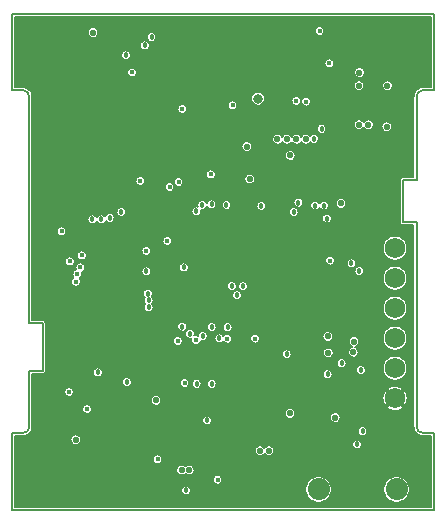
<source format=gbr>
%TF.GenerationSoftware,KiCad,Pcbnew,(5.1.4)-1*%
%TF.CreationDate,2019-12-19T22:46:11-07:00*%
%TF.ProjectId,base,62617365-2e6b-4696-9361-645f70636258,rev?*%
%TF.SameCoordinates,Original*%
%TF.FileFunction,Copper,L2,Inr*%
%TF.FilePolarity,Positive*%
%FSLAX46Y46*%
G04 Gerber Fmt 4.6, Leading zero omitted, Abs format (unit mm)*
G04 Created by KiCad (PCBNEW (5.1.4)-1) date 2019-12-19 22:46:11*
%MOMM*%
%LPD*%
G04 APERTURE LIST*
%ADD10C,0.150000*%
%ADD11C,1.870000*%
%ADD12C,1.727200*%
%ADD13C,0.609600*%
%ADD14C,0.533400*%
%ADD15C,0.457000*%
%ADD16C,0.800000*%
%ADD17C,0.450000*%
%ADD18C,0.457200*%
%ADD19C,0.127000*%
G04 APERTURE END LIST*
D10*
X131000500Y-114280540D02*
X131000500Y-118280540D01*
X162651441Y-102162541D02*
X162651441Y-95050541D01*
X161502382Y-105714800D02*
X162651441Y-105714800D01*
X161502382Y-102162541D02*
X162651441Y-102162541D01*
X129851441Y-123050540D02*
G75*
G02X129351441Y-123550540I-500000J0D01*
G01*
X129351441Y-94550541D02*
G75*
G02X129851441Y-95050541I0J-500000D01*
G01*
X162651441Y-95050541D02*
G75*
G02X163151441Y-94550541I500000J0D01*
G01*
X163151441Y-123550540D02*
G75*
G02X162651441Y-123050540I0J500000D01*
G01*
X128351441Y-88050540D02*
X128351441Y-94550540D01*
X163151441Y-94550541D02*
X164151441Y-94550540D01*
X162651441Y-123050540D02*
X162651441Y-105714800D01*
X164151441Y-123550540D02*
X163151441Y-123550540D01*
X164151441Y-94550540D02*
X164151440Y-88050541D01*
X129851441Y-95050541D02*
X129851441Y-114280540D01*
X128351441Y-94550540D02*
X129351441Y-94550541D01*
X128351441Y-130050540D02*
X162651440Y-130050540D01*
X129851441Y-114280540D02*
X131000500Y-114280540D01*
X161502382Y-102162541D02*
X161502382Y-105714800D01*
X162651440Y-88050540D02*
X128351441Y-88050540D01*
X131000500Y-118280540D02*
X129851441Y-118280540D01*
X128351441Y-123550540D02*
X128351441Y-130050540D01*
X129351441Y-123550540D02*
X128351441Y-123550540D01*
X129851441Y-118280540D02*
X129851441Y-123050540D01*
X162651440Y-130050540D02*
X164151440Y-130050540D01*
X164151440Y-88050541D02*
X162651440Y-88050540D01*
X164151440Y-130050540D02*
X164151441Y-123550540D01*
D11*
X160950000Y-128339000D03*
X154350000Y-128339000D03*
D12*
X160820100Y-120624600D03*
X160820100Y-118084600D03*
X160820100Y-115544600D03*
X160820100Y-113004600D03*
X160820100Y-110464600D03*
X160820100Y-107924600D03*
D13*
X156248100Y-121259600D03*
D14*
X159369100Y-94158600D03*
D13*
X148863000Y-92276900D03*
D15*
X141732000Y-121539000D03*
X148150000Y-123550000D03*
X145834100Y-122656600D03*
D14*
X131589000Y-92531000D03*
X135200000Y-122500000D03*
X158900000Y-99950000D03*
X156248100Y-100431600D03*
X157471600Y-100021600D03*
D16*
X149800000Y-99150000D03*
X147050000Y-90250000D03*
D14*
X149900000Y-121850000D03*
X139827000Y-113982500D03*
D17*
X140779500Y-124206000D03*
X140017500Y-120026711D03*
X141986004Y-118999000D03*
X139827000Y-117602000D03*
X137287000Y-118491000D03*
X136334500Y-119253000D03*
X139192000Y-121602500D03*
X134493000Y-107886500D03*
X134493000Y-107188000D03*
X136779000Y-107569000D03*
X137096500Y-111061500D03*
X137223500Y-112839500D03*
X139763500Y-107188000D03*
X143002000Y-103949500D03*
X152273000Y-89535000D03*
X152463500Y-92202000D03*
X135953500Y-96329500D03*
X154051000Y-119380000D03*
X149923500Y-112141000D03*
X146431000Y-112204500D03*
X144462500Y-114490500D03*
X138950709Y-109348002D03*
D15*
X139776290Y-109283701D03*
D17*
X141732000Y-101663504D03*
X138684000Y-101727000D03*
D14*
X156337000Y-124523500D03*
X157226000Y-105219500D03*
D15*
X157670500Y-104013000D03*
D14*
X149415500Y-101300000D03*
D13*
X158851600Y-90614500D03*
D14*
X160172432Y-95808800D03*
X151930100Y-121894600D03*
D15*
X157924500Y-118237000D03*
D14*
X156248100Y-104114600D03*
X157769100Y-97460600D03*
X160169100Y-94158600D03*
X158569100Y-97460600D03*
D15*
X143123000Y-128422300D03*
X155117800Y-118584980D03*
X156300000Y-117650000D03*
D14*
X142750000Y-126700000D03*
X143400000Y-126700000D03*
D15*
X151650000Y-116900000D03*
D17*
X139763500Y-108140500D03*
X140716000Y-125793500D03*
X143002000Y-119316500D03*
D15*
X135658860Y-118427500D03*
D17*
X134747000Y-121539000D03*
X133223000Y-120078500D03*
D14*
X133794500Y-124142500D03*
D17*
X141541500Y-107314994D03*
X147066000Y-95821500D03*
D16*
X149225004Y-95250000D03*
D17*
X152463500Y-95440500D03*
X153289000Y-95504000D03*
X154432000Y-89535000D03*
X155257500Y-92265500D03*
D14*
X148272500Y-99314000D03*
D17*
X145224500Y-101663500D03*
X148971000Y-115570000D03*
X146621500Y-115570000D03*
X143954500Y-115697000D03*
X142430500Y-115760500D03*
X142811500Y-96139000D03*
D15*
X139776290Y-109867714D03*
D17*
X142494000Y-102298500D03*
X141732000Y-102743000D03*
X139255500Y-102235000D03*
D14*
X135255000Y-89662000D03*
X149390100Y-125069600D03*
X150152100Y-125069600D03*
X157769100Y-94158600D03*
X157800000Y-93050000D03*
X140589000Y-120776986D03*
X160121600Y-97637600D03*
D15*
X152241338Y-104867182D03*
D14*
X148526500Y-102050000D03*
X153269100Y-98683600D03*
D15*
X154600000Y-97800000D03*
D14*
X152469100Y-98683600D03*
D18*
X157797500Y-109855000D03*
X157137100Y-109194600D03*
D14*
X151669100Y-98683600D03*
X150869100Y-98683600D03*
X151950000Y-100050000D03*
D15*
X154050000Y-104300000D03*
D17*
X133794500Y-110744000D03*
D14*
X157289500Y-116713006D03*
D17*
X133921500Y-110109000D03*
D14*
X155170006Y-116781479D03*
D17*
X134175500Y-109537500D03*
D14*
X157353000Y-115824000D03*
D17*
X134302500Y-108521500D03*
D14*
X155130516Y-115379500D03*
D15*
X145300000Y-114600000D03*
X144000000Y-104800000D03*
X144498352Y-104249265D03*
X142800000Y-114550000D03*
X145288004Y-104203500D03*
X142938500Y-109537500D03*
X146650000Y-114600000D03*
X146550000Y-104256100D03*
X147002500Y-111125000D03*
X147447000Y-111887008D03*
X155050000Y-105400000D03*
X147955000Y-111125000D03*
X149500000Y-104350000D03*
X153950000Y-98650000D03*
X152642900Y-104050000D03*
X154800000Y-104300000D03*
X157607004Y-124523500D03*
X158071800Y-123412252D03*
X145950000Y-115550000D03*
D17*
X155321000Y-108966000D03*
D15*
X144550000Y-115350000D03*
X143450000Y-115150000D03*
X145300000Y-119395160D03*
X144021240Y-119391710D03*
X138039000Y-91581000D03*
X139954999Y-112924450D03*
X139954997Y-112340439D03*
X139636500Y-90741500D03*
X139890500Y-111760000D03*
X140208000Y-90043000D03*
X135191500Y-105473486D03*
X135953500Y-105473500D03*
X136668462Y-105343576D03*
X137650000Y-104850000D03*
D17*
X138557000Y-93027500D03*
D14*
X155750000Y-122250000D03*
D15*
X138112500Y-119253000D03*
X144900000Y-122500000D03*
D17*
X133286500Y-109029500D03*
X132588000Y-106489496D03*
X145796034Y-127508000D03*
D19*
G36*
X163885940Y-88316041D02*
G01*
X163885942Y-94285041D01*
X163138404Y-94285042D01*
X163126975Y-94286168D01*
X163123888Y-94286146D01*
X163120199Y-94286507D01*
X163023150Y-94296707D01*
X162999533Y-94301555D01*
X162975941Y-94306055D01*
X162972402Y-94307124D01*
X162972392Y-94307126D01*
X162972383Y-94307130D01*
X162879173Y-94335983D01*
X162856985Y-94345310D01*
X162834676Y-94354323D01*
X162831403Y-94356063D01*
X162745566Y-94402476D01*
X162725617Y-94415932D01*
X162705481Y-94429108D01*
X162702608Y-94431451D01*
X162627420Y-94493653D01*
X162610457Y-94510735D01*
X162593273Y-94527562D01*
X162590915Y-94530413D01*
X162590908Y-94530420D01*
X162590903Y-94530428D01*
X162529234Y-94606040D01*
X162515900Y-94626107D01*
X162502320Y-94645941D01*
X162500564Y-94649189D01*
X162500558Y-94649198D01*
X162500554Y-94649207D01*
X162454745Y-94735363D01*
X162445581Y-94757596D01*
X162436096Y-94779726D01*
X162435000Y-94783267D01*
X162406795Y-94876685D01*
X162402113Y-94900329D01*
X162397118Y-94923830D01*
X162396730Y-94927517D01*
X162387208Y-95024634D01*
X162387208Y-95024650D01*
X162385942Y-95037504D01*
X162385941Y-101897041D01*
X161515419Y-101897041D01*
X161502382Y-101895757D01*
X161489345Y-101897041D01*
X161450335Y-101900883D01*
X161400288Y-101916065D01*
X161354165Y-101940718D01*
X161313737Y-101973896D01*
X161280559Y-102014324D01*
X161255906Y-102060447D01*
X161240724Y-102110494D01*
X161235598Y-102162541D01*
X161236882Y-102175577D01*
X161236883Y-105701753D01*
X161235598Y-105714800D01*
X161240724Y-105766847D01*
X161255906Y-105816894D01*
X161280559Y-105863017D01*
X161313737Y-105903445D01*
X161354165Y-105936623D01*
X161400288Y-105961276D01*
X161450335Y-105976458D01*
X161489345Y-105980300D01*
X161502382Y-105981584D01*
X161515419Y-105980300D01*
X162385942Y-105980300D01*
X162385941Y-123063576D01*
X162387068Y-123075014D01*
X162387046Y-123078093D01*
X162387407Y-123081783D01*
X162397607Y-123178831D01*
X162402455Y-123202448D01*
X162406955Y-123226040D01*
X162408024Y-123229579D01*
X162408026Y-123229589D01*
X162408030Y-123229598D01*
X162436883Y-123322808D01*
X162446208Y-123344992D01*
X162455223Y-123367304D01*
X162456963Y-123370577D01*
X162503376Y-123456415D01*
X162516830Y-123476362D01*
X162530008Y-123496500D01*
X162532347Y-123499367D01*
X162532351Y-123499373D01*
X162532356Y-123499378D01*
X162594553Y-123574561D01*
X162611635Y-123591524D01*
X162628462Y-123608708D01*
X162631313Y-123611066D01*
X162631320Y-123611073D01*
X162631328Y-123611078D01*
X162706939Y-123672747D01*
X162727025Y-123686093D01*
X162746841Y-123699661D01*
X162750089Y-123701417D01*
X162750098Y-123701423D01*
X162750107Y-123701427D01*
X162836263Y-123747236D01*
X162858496Y-123756400D01*
X162880626Y-123765885D01*
X162884165Y-123766980D01*
X162884169Y-123766982D01*
X162884173Y-123766983D01*
X162977585Y-123795186D01*
X163001229Y-123799868D01*
X163024730Y-123804863D01*
X163028411Y-123805250D01*
X163028414Y-123805251D01*
X163028417Y-123805251D01*
X163125534Y-123814773D01*
X163125539Y-123814773D01*
X163138404Y-123816040D01*
X163885942Y-123816040D01*
X163885940Y-129785040D01*
X128616941Y-129785040D01*
X128616941Y-128381032D01*
X142704000Y-128381032D01*
X142704000Y-128463568D01*
X142720102Y-128544518D01*
X142751687Y-128620771D01*
X142797542Y-128689397D01*
X142855903Y-128747758D01*
X142924529Y-128793613D01*
X143000782Y-128825198D01*
X143081732Y-128841300D01*
X143164268Y-128841300D01*
X143245218Y-128825198D01*
X143321471Y-128793613D01*
X143390097Y-128747758D01*
X143448458Y-128689397D01*
X143494313Y-128620771D01*
X143525898Y-128544518D01*
X143542000Y-128463568D01*
X143542000Y-128381032D01*
X143525898Y-128300082D01*
X143496102Y-128228148D01*
X153224500Y-128228148D01*
X153224500Y-128449852D01*
X153267752Y-128667296D01*
X153352595Y-128872124D01*
X153475767Y-129056465D01*
X153632535Y-129213233D01*
X153816876Y-129336405D01*
X154021704Y-129421248D01*
X154239148Y-129464500D01*
X154460852Y-129464500D01*
X154678296Y-129421248D01*
X154883124Y-129336405D01*
X155067465Y-129213233D01*
X155224233Y-129056465D01*
X155347405Y-128872124D01*
X155432248Y-128667296D01*
X155475500Y-128449852D01*
X155475500Y-128228148D01*
X159824500Y-128228148D01*
X159824500Y-128449852D01*
X159867752Y-128667296D01*
X159952595Y-128872124D01*
X160075767Y-129056465D01*
X160232535Y-129213233D01*
X160416876Y-129336405D01*
X160621704Y-129421248D01*
X160839148Y-129464500D01*
X161060852Y-129464500D01*
X161278296Y-129421248D01*
X161483124Y-129336405D01*
X161667465Y-129213233D01*
X161824233Y-129056465D01*
X161947405Y-128872124D01*
X162032248Y-128667296D01*
X162075500Y-128449852D01*
X162075500Y-128228148D01*
X162032248Y-128010704D01*
X161947405Y-127805876D01*
X161824233Y-127621535D01*
X161667465Y-127464767D01*
X161483124Y-127341595D01*
X161278296Y-127256752D01*
X161060852Y-127213500D01*
X160839148Y-127213500D01*
X160621704Y-127256752D01*
X160416876Y-127341595D01*
X160232535Y-127464767D01*
X160075767Y-127621535D01*
X159952595Y-127805876D01*
X159867752Y-128010704D01*
X159824500Y-128228148D01*
X155475500Y-128228148D01*
X155432248Y-128010704D01*
X155347405Y-127805876D01*
X155224233Y-127621535D01*
X155067465Y-127464767D01*
X154883124Y-127341595D01*
X154678296Y-127256752D01*
X154460852Y-127213500D01*
X154239148Y-127213500D01*
X154021704Y-127256752D01*
X153816876Y-127341595D01*
X153632535Y-127464767D01*
X153475767Y-127621535D01*
X153352595Y-127805876D01*
X153267752Y-128010704D01*
X153224500Y-128228148D01*
X143496102Y-128228148D01*
X143494313Y-128223829D01*
X143448458Y-128155203D01*
X143390097Y-128096842D01*
X143321471Y-128050987D01*
X143245218Y-128019402D01*
X143164268Y-128003300D01*
X143081732Y-128003300D01*
X143000782Y-128019402D01*
X142924529Y-128050987D01*
X142855903Y-128096842D01*
X142797542Y-128155203D01*
X142751687Y-128223829D01*
X142720102Y-128300082D01*
X142704000Y-128381032D01*
X128616941Y-128381032D01*
X128616941Y-127467077D01*
X145380534Y-127467077D01*
X145380534Y-127548923D01*
X145396502Y-127629197D01*
X145427823Y-127704813D01*
X145473294Y-127772866D01*
X145531168Y-127830740D01*
X145599221Y-127876211D01*
X145674837Y-127907532D01*
X145755111Y-127923500D01*
X145836957Y-127923500D01*
X145917231Y-127907532D01*
X145992847Y-127876211D01*
X146060900Y-127830740D01*
X146118774Y-127772866D01*
X146164245Y-127704813D01*
X146195566Y-127629197D01*
X146211534Y-127548923D01*
X146211534Y-127467077D01*
X146195566Y-127386803D01*
X146164245Y-127311187D01*
X146118774Y-127243134D01*
X146060900Y-127185260D01*
X145992847Y-127139789D01*
X145917231Y-127108468D01*
X145836957Y-127092500D01*
X145755111Y-127092500D01*
X145674837Y-127108468D01*
X145599221Y-127139789D01*
X145531168Y-127185260D01*
X145473294Y-127243134D01*
X145427823Y-127311187D01*
X145396502Y-127386803D01*
X145380534Y-127467077D01*
X128616941Y-127467077D01*
X128616941Y-126654970D01*
X142292800Y-126654970D01*
X142292800Y-126745030D01*
X142310370Y-126833360D01*
X142344835Y-126916565D01*
X142394870Y-126991448D01*
X142458552Y-127055130D01*
X142533435Y-127105165D01*
X142616640Y-127139630D01*
X142704970Y-127157200D01*
X142795030Y-127157200D01*
X142883360Y-127139630D01*
X142966565Y-127105165D01*
X143041448Y-127055130D01*
X143075000Y-127021578D01*
X143108552Y-127055130D01*
X143183435Y-127105165D01*
X143266640Y-127139630D01*
X143354970Y-127157200D01*
X143445030Y-127157200D01*
X143533360Y-127139630D01*
X143616565Y-127105165D01*
X143691448Y-127055130D01*
X143755130Y-126991448D01*
X143805165Y-126916565D01*
X143839630Y-126833360D01*
X143857200Y-126745030D01*
X143857200Y-126654970D01*
X143839630Y-126566640D01*
X143805165Y-126483435D01*
X143755130Y-126408552D01*
X143691448Y-126344870D01*
X143616565Y-126294835D01*
X143533360Y-126260370D01*
X143445030Y-126242800D01*
X143354970Y-126242800D01*
X143266640Y-126260370D01*
X143183435Y-126294835D01*
X143108552Y-126344870D01*
X143075000Y-126378422D01*
X143041448Y-126344870D01*
X142966565Y-126294835D01*
X142883360Y-126260370D01*
X142795030Y-126242800D01*
X142704970Y-126242800D01*
X142616640Y-126260370D01*
X142533435Y-126294835D01*
X142458552Y-126344870D01*
X142394870Y-126408552D01*
X142344835Y-126483435D01*
X142310370Y-126566640D01*
X142292800Y-126654970D01*
X128616941Y-126654970D01*
X128616941Y-125752577D01*
X140300500Y-125752577D01*
X140300500Y-125834423D01*
X140316468Y-125914697D01*
X140347789Y-125990313D01*
X140393260Y-126058366D01*
X140451134Y-126116240D01*
X140519187Y-126161711D01*
X140594803Y-126193032D01*
X140675077Y-126209000D01*
X140756923Y-126209000D01*
X140837197Y-126193032D01*
X140912813Y-126161711D01*
X140980866Y-126116240D01*
X141038740Y-126058366D01*
X141084211Y-125990313D01*
X141115532Y-125914697D01*
X141131500Y-125834423D01*
X141131500Y-125752577D01*
X141115532Y-125672303D01*
X141084211Y-125596687D01*
X141038740Y-125528634D01*
X140980866Y-125470760D01*
X140912813Y-125425289D01*
X140837197Y-125393968D01*
X140756923Y-125378000D01*
X140675077Y-125378000D01*
X140594803Y-125393968D01*
X140519187Y-125425289D01*
X140451134Y-125470760D01*
X140393260Y-125528634D01*
X140347789Y-125596687D01*
X140316468Y-125672303D01*
X140300500Y-125752577D01*
X128616941Y-125752577D01*
X128616941Y-125024570D01*
X148932900Y-125024570D01*
X148932900Y-125114630D01*
X148950470Y-125202960D01*
X148984935Y-125286165D01*
X149034970Y-125361048D01*
X149098652Y-125424730D01*
X149173535Y-125474765D01*
X149256740Y-125509230D01*
X149345070Y-125526800D01*
X149435130Y-125526800D01*
X149523460Y-125509230D01*
X149606665Y-125474765D01*
X149681548Y-125424730D01*
X149745230Y-125361048D01*
X149771100Y-125322331D01*
X149796970Y-125361048D01*
X149860652Y-125424730D01*
X149935535Y-125474765D01*
X150018740Y-125509230D01*
X150107070Y-125526800D01*
X150197130Y-125526800D01*
X150285460Y-125509230D01*
X150368665Y-125474765D01*
X150443548Y-125424730D01*
X150507230Y-125361048D01*
X150557265Y-125286165D01*
X150591730Y-125202960D01*
X150609300Y-125114630D01*
X150609300Y-125024570D01*
X150591730Y-124936240D01*
X150557265Y-124853035D01*
X150507230Y-124778152D01*
X150443548Y-124714470D01*
X150368665Y-124664435D01*
X150285460Y-124629970D01*
X150197130Y-124612400D01*
X150107070Y-124612400D01*
X150018740Y-124629970D01*
X149935535Y-124664435D01*
X149860652Y-124714470D01*
X149796970Y-124778152D01*
X149771100Y-124816869D01*
X149745230Y-124778152D01*
X149681548Y-124714470D01*
X149606665Y-124664435D01*
X149523460Y-124629970D01*
X149435130Y-124612400D01*
X149345070Y-124612400D01*
X149256740Y-124629970D01*
X149173535Y-124664435D01*
X149098652Y-124714470D01*
X149034970Y-124778152D01*
X148984935Y-124853035D01*
X148950470Y-124936240D01*
X148932900Y-125024570D01*
X128616941Y-125024570D01*
X128616941Y-124097470D01*
X133337300Y-124097470D01*
X133337300Y-124187530D01*
X133354870Y-124275860D01*
X133389335Y-124359065D01*
X133439370Y-124433948D01*
X133503052Y-124497630D01*
X133577935Y-124547665D01*
X133661140Y-124582130D01*
X133749470Y-124599700D01*
X133839530Y-124599700D01*
X133927860Y-124582130D01*
X134011065Y-124547665D01*
X134085948Y-124497630D01*
X134101346Y-124482232D01*
X157188004Y-124482232D01*
X157188004Y-124564768D01*
X157204106Y-124645718D01*
X157235691Y-124721971D01*
X157281546Y-124790597D01*
X157339907Y-124848958D01*
X157408533Y-124894813D01*
X157484786Y-124926398D01*
X157565736Y-124942500D01*
X157648272Y-124942500D01*
X157729222Y-124926398D01*
X157805475Y-124894813D01*
X157874101Y-124848958D01*
X157932462Y-124790597D01*
X157978317Y-124721971D01*
X158009902Y-124645718D01*
X158026004Y-124564768D01*
X158026004Y-124482232D01*
X158009902Y-124401282D01*
X157978317Y-124325029D01*
X157932462Y-124256403D01*
X157874101Y-124198042D01*
X157805475Y-124152187D01*
X157729222Y-124120602D01*
X157648272Y-124104500D01*
X157565736Y-124104500D01*
X157484786Y-124120602D01*
X157408533Y-124152187D01*
X157339907Y-124198042D01*
X157281546Y-124256403D01*
X157235691Y-124325029D01*
X157204106Y-124401282D01*
X157188004Y-124482232D01*
X134101346Y-124482232D01*
X134149630Y-124433948D01*
X134199665Y-124359065D01*
X134234130Y-124275860D01*
X134251700Y-124187530D01*
X134251700Y-124097470D01*
X134234130Y-124009140D01*
X134199665Y-123925935D01*
X134149630Y-123851052D01*
X134085948Y-123787370D01*
X134011065Y-123737335D01*
X133927860Y-123702870D01*
X133839530Y-123685300D01*
X133749470Y-123685300D01*
X133661140Y-123702870D01*
X133577935Y-123737335D01*
X133503052Y-123787370D01*
X133439370Y-123851052D01*
X133389335Y-123925935D01*
X133354870Y-124009140D01*
X133337300Y-124097470D01*
X128616941Y-124097470D01*
X128616941Y-123816040D01*
X129364478Y-123816040D01*
X129375916Y-123814913D01*
X129378994Y-123814935D01*
X129382684Y-123814574D01*
X129479732Y-123804374D01*
X129503349Y-123799526D01*
X129526941Y-123795026D01*
X129530480Y-123793957D01*
X129530490Y-123793955D01*
X129530499Y-123793951D01*
X129623709Y-123765098D01*
X129645893Y-123755773D01*
X129668205Y-123746758D01*
X129671473Y-123745021D01*
X129671477Y-123745019D01*
X129671480Y-123745017D01*
X129757316Y-123698605D01*
X129777265Y-123685149D01*
X129797401Y-123671973D01*
X129800268Y-123669634D01*
X129800274Y-123669630D01*
X129800279Y-123669625D01*
X129875462Y-123607428D01*
X129892425Y-123590346D01*
X129909609Y-123573519D01*
X129911967Y-123570668D01*
X129911974Y-123570661D01*
X129911979Y-123570653D01*
X129973648Y-123495042D01*
X129986994Y-123474956D01*
X130000562Y-123455140D01*
X130002318Y-123451892D01*
X130002324Y-123451883D01*
X130002328Y-123451874D01*
X130045337Y-123370984D01*
X157652800Y-123370984D01*
X157652800Y-123453520D01*
X157668902Y-123534470D01*
X157700487Y-123610723D01*
X157746342Y-123679349D01*
X157804703Y-123737710D01*
X157873329Y-123783565D01*
X157949582Y-123815150D01*
X158030532Y-123831252D01*
X158113068Y-123831252D01*
X158194018Y-123815150D01*
X158270271Y-123783565D01*
X158338897Y-123737710D01*
X158397258Y-123679349D01*
X158443113Y-123610723D01*
X158474698Y-123534470D01*
X158490800Y-123453520D01*
X158490800Y-123370984D01*
X158474698Y-123290034D01*
X158443113Y-123213781D01*
X158397258Y-123145155D01*
X158338897Y-123086794D01*
X158270271Y-123040939D01*
X158194018Y-123009354D01*
X158113068Y-122993252D01*
X158030532Y-122993252D01*
X157949582Y-123009354D01*
X157873329Y-123040939D01*
X157804703Y-123086794D01*
X157746342Y-123145155D01*
X157700487Y-123213781D01*
X157668902Y-123290034D01*
X157652800Y-123370984D01*
X130045337Y-123370984D01*
X130048137Y-123365718D01*
X130057301Y-123343485D01*
X130066786Y-123321355D01*
X130067882Y-123317814D01*
X130096087Y-123224396D01*
X130100769Y-123200752D01*
X130105764Y-123177251D01*
X130106152Y-123173564D01*
X130115674Y-123076447D01*
X130115674Y-123076442D01*
X130116941Y-123063577D01*
X130116941Y-122458732D01*
X144481000Y-122458732D01*
X144481000Y-122541268D01*
X144497102Y-122622218D01*
X144528687Y-122698471D01*
X144574542Y-122767097D01*
X144632903Y-122825458D01*
X144701529Y-122871313D01*
X144777782Y-122902898D01*
X144858732Y-122919000D01*
X144941268Y-122919000D01*
X145022218Y-122902898D01*
X145098471Y-122871313D01*
X145167097Y-122825458D01*
X145225458Y-122767097D01*
X145271313Y-122698471D01*
X145302898Y-122622218D01*
X145319000Y-122541268D01*
X145319000Y-122458732D01*
X145302898Y-122377782D01*
X145271313Y-122301529D01*
X145225458Y-122232903D01*
X145167097Y-122174542D01*
X145098471Y-122128687D01*
X145022218Y-122097102D01*
X144941268Y-122081000D01*
X144858732Y-122081000D01*
X144777782Y-122097102D01*
X144701529Y-122128687D01*
X144632903Y-122174542D01*
X144574542Y-122232903D01*
X144528687Y-122301529D01*
X144497102Y-122377782D01*
X144481000Y-122458732D01*
X130116941Y-122458732D01*
X130116941Y-121498077D01*
X134331500Y-121498077D01*
X134331500Y-121579923D01*
X134347468Y-121660197D01*
X134378789Y-121735813D01*
X134424260Y-121803866D01*
X134482134Y-121861740D01*
X134550187Y-121907211D01*
X134625803Y-121938532D01*
X134706077Y-121954500D01*
X134787923Y-121954500D01*
X134868197Y-121938532D01*
X134943813Y-121907211D01*
X135011866Y-121861740D01*
X135024036Y-121849570D01*
X151472900Y-121849570D01*
X151472900Y-121939630D01*
X151490470Y-122027960D01*
X151524935Y-122111165D01*
X151574970Y-122186048D01*
X151638652Y-122249730D01*
X151713535Y-122299765D01*
X151796740Y-122334230D01*
X151885070Y-122351800D01*
X151975130Y-122351800D01*
X152063460Y-122334230D01*
X152146665Y-122299765D01*
X152221548Y-122249730D01*
X152266308Y-122204970D01*
X155292800Y-122204970D01*
X155292800Y-122295030D01*
X155310370Y-122383360D01*
X155344835Y-122466565D01*
X155394870Y-122541448D01*
X155458552Y-122605130D01*
X155533435Y-122655165D01*
X155616640Y-122689630D01*
X155704970Y-122707200D01*
X155795030Y-122707200D01*
X155883360Y-122689630D01*
X155966565Y-122655165D01*
X156041448Y-122605130D01*
X156105130Y-122541448D01*
X156155165Y-122466565D01*
X156189630Y-122383360D01*
X156207200Y-122295030D01*
X156207200Y-122204970D01*
X156189630Y-122116640D01*
X156155165Y-122033435D01*
X156105130Y-121958552D01*
X156041448Y-121894870D01*
X155966565Y-121844835D01*
X155883360Y-121810370D01*
X155795030Y-121792800D01*
X155704970Y-121792800D01*
X155616640Y-121810370D01*
X155533435Y-121844835D01*
X155458552Y-121894870D01*
X155394870Y-121958552D01*
X155344835Y-122033435D01*
X155310370Y-122116640D01*
X155292800Y-122204970D01*
X152266308Y-122204970D01*
X152285230Y-122186048D01*
X152335265Y-122111165D01*
X152369730Y-122027960D01*
X152387300Y-121939630D01*
X152387300Y-121849570D01*
X152369730Y-121761240D01*
X152335265Y-121678035D01*
X152285230Y-121603152D01*
X152221548Y-121539470D01*
X152146665Y-121489435D01*
X152063460Y-121454970D01*
X151975130Y-121437400D01*
X151885070Y-121437400D01*
X151796740Y-121454970D01*
X151713535Y-121489435D01*
X151638652Y-121539470D01*
X151574970Y-121603152D01*
X151524935Y-121678035D01*
X151490470Y-121761240D01*
X151472900Y-121849570D01*
X135024036Y-121849570D01*
X135069740Y-121803866D01*
X135115211Y-121735813D01*
X135146532Y-121660197D01*
X135162500Y-121579923D01*
X135162500Y-121498077D01*
X135146532Y-121417803D01*
X135128766Y-121374910D01*
X160141632Y-121374910D01*
X160239332Y-121510384D01*
X160423299Y-121606666D01*
X160622515Y-121665207D01*
X160829324Y-121683759D01*
X161035778Y-121661608D01*
X161233944Y-121599605D01*
X161400868Y-121510384D01*
X161498568Y-121374910D01*
X160820100Y-120696442D01*
X160141632Y-121374910D01*
X135128766Y-121374910D01*
X135115211Y-121342187D01*
X135069740Y-121274134D01*
X135011866Y-121216260D01*
X134943813Y-121170789D01*
X134868197Y-121139468D01*
X134787923Y-121123500D01*
X134706077Y-121123500D01*
X134625803Y-121139468D01*
X134550187Y-121170789D01*
X134482134Y-121216260D01*
X134424260Y-121274134D01*
X134378789Y-121342187D01*
X134347468Y-121417803D01*
X134331500Y-121498077D01*
X130116941Y-121498077D01*
X130116941Y-120731956D01*
X140131800Y-120731956D01*
X140131800Y-120822016D01*
X140149370Y-120910346D01*
X140183835Y-120993551D01*
X140233870Y-121068434D01*
X140297552Y-121132116D01*
X140372435Y-121182151D01*
X140455640Y-121216616D01*
X140543970Y-121234186D01*
X140634030Y-121234186D01*
X140722360Y-121216616D01*
X140805565Y-121182151D01*
X140880448Y-121132116D01*
X140944130Y-121068434D01*
X140994165Y-120993551D01*
X141028630Y-120910346D01*
X141046200Y-120822016D01*
X141046200Y-120731956D01*
X141028630Y-120643626D01*
X141024570Y-120633824D01*
X159760941Y-120633824D01*
X159783092Y-120840278D01*
X159845095Y-121038444D01*
X159934316Y-121205368D01*
X160069790Y-121303068D01*
X160748258Y-120624600D01*
X160891942Y-120624600D01*
X161570410Y-121303068D01*
X161705884Y-121205368D01*
X161802166Y-121021401D01*
X161860707Y-120822185D01*
X161879259Y-120615376D01*
X161857108Y-120408922D01*
X161795105Y-120210756D01*
X161705884Y-120043832D01*
X161570410Y-119946132D01*
X160891942Y-120624600D01*
X160748258Y-120624600D01*
X160069790Y-119946132D01*
X159934316Y-120043832D01*
X159838034Y-120227799D01*
X159779493Y-120427015D01*
X159760941Y-120633824D01*
X141024570Y-120633824D01*
X140994165Y-120560421D01*
X140944130Y-120485538D01*
X140880448Y-120421856D01*
X140805565Y-120371821D01*
X140722360Y-120337356D01*
X140634030Y-120319786D01*
X140543970Y-120319786D01*
X140455640Y-120337356D01*
X140372435Y-120371821D01*
X140297552Y-120421856D01*
X140233870Y-120485538D01*
X140183835Y-120560421D01*
X140149370Y-120643626D01*
X140131800Y-120731956D01*
X130116941Y-120731956D01*
X130116941Y-120037577D01*
X132807500Y-120037577D01*
X132807500Y-120119423D01*
X132823468Y-120199697D01*
X132854789Y-120275313D01*
X132900260Y-120343366D01*
X132958134Y-120401240D01*
X133026187Y-120446711D01*
X133101803Y-120478032D01*
X133182077Y-120494000D01*
X133263923Y-120494000D01*
X133344197Y-120478032D01*
X133419813Y-120446711D01*
X133487866Y-120401240D01*
X133545740Y-120343366D01*
X133591211Y-120275313D01*
X133622532Y-120199697D01*
X133638500Y-120119423D01*
X133638500Y-120037577D01*
X133622532Y-119957303D01*
X133591211Y-119881687D01*
X133586269Y-119874290D01*
X160141632Y-119874290D01*
X160820100Y-120552758D01*
X161498568Y-119874290D01*
X161400868Y-119738816D01*
X161216901Y-119642534D01*
X161017685Y-119583993D01*
X160810876Y-119565441D01*
X160604422Y-119587592D01*
X160406256Y-119649595D01*
X160239332Y-119738816D01*
X160141632Y-119874290D01*
X133586269Y-119874290D01*
X133545740Y-119813634D01*
X133487866Y-119755760D01*
X133419813Y-119710289D01*
X133344197Y-119678968D01*
X133263923Y-119663000D01*
X133182077Y-119663000D01*
X133101803Y-119678968D01*
X133026187Y-119710289D01*
X132958134Y-119755760D01*
X132900260Y-119813634D01*
X132854789Y-119881687D01*
X132823468Y-119957303D01*
X132807500Y-120037577D01*
X130116941Y-120037577D01*
X130116941Y-119211732D01*
X137693500Y-119211732D01*
X137693500Y-119294268D01*
X137709602Y-119375218D01*
X137741187Y-119451471D01*
X137787042Y-119520097D01*
X137845403Y-119578458D01*
X137914029Y-119624313D01*
X137990282Y-119655898D01*
X138071232Y-119672000D01*
X138153768Y-119672000D01*
X138234718Y-119655898D01*
X138310971Y-119624313D01*
X138379597Y-119578458D01*
X138437958Y-119520097D01*
X138483813Y-119451471D01*
X138515398Y-119375218D01*
X138531500Y-119294268D01*
X138531500Y-119275577D01*
X142586500Y-119275577D01*
X142586500Y-119357423D01*
X142602468Y-119437697D01*
X142633789Y-119513313D01*
X142679260Y-119581366D01*
X142737134Y-119639240D01*
X142805187Y-119684711D01*
X142880803Y-119716032D01*
X142961077Y-119732000D01*
X143042923Y-119732000D01*
X143123197Y-119716032D01*
X143198813Y-119684711D01*
X143266866Y-119639240D01*
X143324740Y-119581366D01*
X143370211Y-119513313D01*
X143401532Y-119437697D01*
X143417500Y-119357423D01*
X143417500Y-119350442D01*
X143602240Y-119350442D01*
X143602240Y-119432978D01*
X143618342Y-119513928D01*
X143649927Y-119590181D01*
X143695782Y-119658807D01*
X143754143Y-119717168D01*
X143822769Y-119763023D01*
X143899022Y-119794608D01*
X143979972Y-119810710D01*
X144062508Y-119810710D01*
X144143458Y-119794608D01*
X144219711Y-119763023D01*
X144288337Y-119717168D01*
X144346698Y-119658807D01*
X144392553Y-119590181D01*
X144424138Y-119513928D01*
X144440240Y-119432978D01*
X144440240Y-119353892D01*
X144881000Y-119353892D01*
X144881000Y-119436428D01*
X144897102Y-119517378D01*
X144928687Y-119593631D01*
X144974542Y-119662257D01*
X145032903Y-119720618D01*
X145101529Y-119766473D01*
X145177782Y-119798058D01*
X145258732Y-119814160D01*
X145341268Y-119814160D01*
X145422218Y-119798058D01*
X145498471Y-119766473D01*
X145567097Y-119720618D01*
X145625458Y-119662257D01*
X145671313Y-119593631D01*
X145702898Y-119517378D01*
X145719000Y-119436428D01*
X145719000Y-119353892D01*
X145702898Y-119272942D01*
X145671313Y-119196689D01*
X145625458Y-119128063D01*
X145567097Y-119069702D01*
X145498471Y-119023847D01*
X145422218Y-118992262D01*
X145341268Y-118976160D01*
X145258732Y-118976160D01*
X145177782Y-118992262D01*
X145101529Y-119023847D01*
X145032903Y-119069702D01*
X144974542Y-119128063D01*
X144928687Y-119196689D01*
X144897102Y-119272942D01*
X144881000Y-119353892D01*
X144440240Y-119353892D01*
X144440240Y-119350442D01*
X144424138Y-119269492D01*
X144392553Y-119193239D01*
X144346698Y-119124613D01*
X144288337Y-119066252D01*
X144219711Y-119020397D01*
X144143458Y-118988812D01*
X144062508Y-118972710D01*
X143979972Y-118972710D01*
X143899022Y-118988812D01*
X143822769Y-119020397D01*
X143754143Y-119066252D01*
X143695782Y-119124613D01*
X143649927Y-119193239D01*
X143618342Y-119269492D01*
X143602240Y-119350442D01*
X143417500Y-119350442D01*
X143417500Y-119275577D01*
X143401532Y-119195303D01*
X143370211Y-119119687D01*
X143324740Y-119051634D01*
X143266866Y-118993760D01*
X143198813Y-118948289D01*
X143123197Y-118916968D01*
X143042923Y-118901000D01*
X142961077Y-118901000D01*
X142880803Y-118916968D01*
X142805187Y-118948289D01*
X142737134Y-118993760D01*
X142679260Y-119051634D01*
X142633789Y-119119687D01*
X142602468Y-119195303D01*
X142586500Y-119275577D01*
X138531500Y-119275577D01*
X138531500Y-119211732D01*
X138515398Y-119130782D01*
X138483813Y-119054529D01*
X138437958Y-118985903D01*
X138379597Y-118927542D01*
X138310971Y-118881687D01*
X138234718Y-118850102D01*
X138153768Y-118834000D01*
X138071232Y-118834000D01*
X137990282Y-118850102D01*
X137914029Y-118881687D01*
X137845403Y-118927542D01*
X137787042Y-118985903D01*
X137741187Y-119054529D01*
X137709602Y-119130782D01*
X137693500Y-119211732D01*
X130116941Y-119211732D01*
X130116941Y-118546040D01*
X130987463Y-118546040D01*
X131000500Y-118547324D01*
X131013537Y-118546040D01*
X131052547Y-118542198D01*
X131102594Y-118527016D01*
X131148717Y-118502363D01*
X131189145Y-118469185D01*
X131222323Y-118428757D01*
X131245052Y-118386232D01*
X135239860Y-118386232D01*
X135239860Y-118468768D01*
X135255962Y-118549718D01*
X135287547Y-118625971D01*
X135333402Y-118694597D01*
X135391763Y-118752958D01*
X135460389Y-118798813D01*
X135536642Y-118830398D01*
X135617592Y-118846500D01*
X135700128Y-118846500D01*
X135781078Y-118830398D01*
X135857331Y-118798813D01*
X135925957Y-118752958D01*
X135984318Y-118694597D01*
X136030173Y-118625971D01*
X136061758Y-118549718D01*
X136062952Y-118543712D01*
X154698800Y-118543712D01*
X154698800Y-118626248D01*
X154714902Y-118707198D01*
X154746487Y-118783451D01*
X154792342Y-118852077D01*
X154850703Y-118910438D01*
X154919329Y-118956293D01*
X154995582Y-118987878D01*
X155076532Y-119003980D01*
X155159068Y-119003980D01*
X155240018Y-118987878D01*
X155316271Y-118956293D01*
X155384897Y-118910438D01*
X155443258Y-118852077D01*
X155489113Y-118783451D01*
X155520698Y-118707198D01*
X155536800Y-118626248D01*
X155536800Y-118543712D01*
X155520698Y-118462762D01*
X155489113Y-118386509D01*
X155443258Y-118317883D01*
X155384897Y-118259522D01*
X155316271Y-118213667D01*
X155272973Y-118195732D01*
X157505500Y-118195732D01*
X157505500Y-118278268D01*
X157521602Y-118359218D01*
X157553187Y-118435471D01*
X157599042Y-118504097D01*
X157657403Y-118562458D01*
X157726029Y-118608313D01*
X157802282Y-118639898D01*
X157883232Y-118656000D01*
X157965768Y-118656000D01*
X158046718Y-118639898D01*
X158122971Y-118608313D01*
X158191597Y-118562458D01*
X158249958Y-118504097D01*
X158295813Y-118435471D01*
X158327398Y-118359218D01*
X158343500Y-118278268D01*
X158343500Y-118195732D01*
X158327398Y-118114782D01*
X158295813Y-118038529D01*
X158257226Y-117980780D01*
X159766000Y-117980780D01*
X159766000Y-118188420D01*
X159806509Y-118392070D01*
X159885969Y-118583903D01*
X160001327Y-118756549D01*
X160148151Y-118903373D01*
X160320797Y-119018731D01*
X160512630Y-119098191D01*
X160716280Y-119138700D01*
X160923920Y-119138700D01*
X161127570Y-119098191D01*
X161319403Y-119018731D01*
X161492049Y-118903373D01*
X161638873Y-118756549D01*
X161754231Y-118583903D01*
X161833691Y-118392070D01*
X161874200Y-118188420D01*
X161874200Y-117980780D01*
X161833691Y-117777130D01*
X161754231Y-117585297D01*
X161638873Y-117412651D01*
X161492049Y-117265827D01*
X161319403Y-117150469D01*
X161127570Y-117071009D01*
X160923920Y-117030500D01*
X160716280Y-117030500D01*
X160512630Y-117071009D01*
X160320797Y-117150469D01*
X160148151Y-117265827D01*
X160001327Y-117412651D01*
X159885969Y-117585297D01*
X159806509Y-117777130D01*
X159766000Y-117980780D01*
X158257226Y-117980780D01*
X158249958Y-117969903D01*
X158191597Y-117911542D01*
X158122971Y-117865687D01*
X158046718Y-117834102D01*
X157965768Y-117818000D01*
X157883232Y-117818000D01*
X157802282Y-117834102D01*
X157726029Y-117865687D01*
X157657403Y-117911542D01*
X157599042Y-117969903D01*
X157553187Y-118038529D01*
X157521602Y-118114782D01*
X157505500Y-118195732D01*
X155272973Y-118195732D01*
X155240018Y-118182082D01*
X155159068Y-118165980D01*
X155076532Y-118165980D01*
X154995582Y-118182082D01*
X154919329Y-118213667D01*
X154850703Y-118259522D01*
X154792342Y-118317883D01*
X154746487Y-118386509D01*
X154714902Y-118462762D01*
X154698800Y-118543712D01*
X136062952Y-118543712D01*
X136077860Y-118468768D01*
X136077860Y-118386232D01*
X136061758Y-118305282D01*
X136030173Y-118229029D01*
X135984318Y-118160403D01*
X135925957Y-118102042D01*
X135857331Y-118056187D01*
X135781078Y-118024602D01*
X135700128Y-118008500D01*
X135617592Y-118008500D01*
X135536642Y-118024602D01*
X135460389Y-118056187D01*
X135391763Y-118102042D01*
X135333402Y-118160403D01*
X135287547Y-118229029D01*
X135255962Y-118305282D01*
X135239860Y-118386232D01*
X131245052Y-118386232D01*
X131246976Y-118382634D01*
X131262158Y-118332587D01*
X131267284Y-118280540D01*
X131266000Y-118267503D01*
X131266000Y-117608732D01*
X155881000Y-117608732D01*
X155881000Y-117691268D01*
X155897102Y-117772218D01*
X155928687Y-117848471D01*
X155974542Y-117917097D01*
X156032903Y-117975458D01*
X156101529Y-118021313D01*
X156177782Y-118052898D01*
X156258732Y-118069000D01*
X156341268Y-118069000D01*
X156422218Y-118052898D01*
X156498471Y-118021313D01*
X156567097Y-117975458D01*
X156625458Y-117917097D01*
X156671313Y-117848471D01*
X156702898Y-117772218D01*
X156719000Y-117691268D01*
X156719000Y-117608732D01*
X156702898Y-117527782D01*
X156671313Y-117451529D01*
X156625458Y-117382903D01*
X156567097Y-117324542D01*
X156498471Y-117278687D01*
X156422218Y-117247102D01*
X156341268Y-117231000D01*
X156258732Y-117231000D01*
X156177782Y-117247102D01*
X156101529Y-117278687D01*
X156032903Y-117324542D01*
X155974542Y-117382903D01*
X155928687Y-117451529D01*
X155897102Y-117527782D01*
X155881000Y-117608732D01*
X131266000Y-117608732D01*
X131266000Y-116858732D01*
X151231000Y-116858732D01*
X151231000Y-116941268D01*
X151247102Y-117022218D01*
X151278687Y-117098471D01*
X151324542Y-117167097D01*
X151382903Y-117225458D01*
X151451529Y-117271313D01*
X151527782Y-117302898D01*
X151608732Y-117319000D01*
X151691268Y-117319000D01*
X151772218Y-117302898D01*
X151848471Y-117271313D01*
X151917097Y-117225458D01*
X151975458Y-117167097D01*
X152021313Y-117098471D01*
X152052898Y-117022218D01*
X152069000Y-116941268D01*
X152069000Y-116858732D01*
X152052898Y-116777782D01*
X152035778Y-116736449D01*
X154712806Y-116736449D01*
X154712806Y-116826509D01*
X154730376Y-116914839D01*
X154764841Y-116998044D01*
X154814876Y-117072927D01*
X154878558Y-117136609D01*
X154953441Y-117186644D01*
X155036646Y-117221109D01*
X155124976Y-117238679D01*
X155215036Y-117238679D01*
X155303366Y-117221109D01*
X155386571Y-117186644D01*
X155461454Y-117136609D01*
X155525136Y-117072927D01*
X155575171Y-116998044D01*
X155609636Y-116914839D01*
X155627206Y-116826509D01*
X155627206Y-116736449D01*
X155613586Y-116667976D01*
X156832300Y-116667976D01*
X156832300Y-116758036D01*
X156849870Y-116846366D01*
X156884335Y-116929571D01*
X156934370Y-117004454D01*
X156998052Y-117068136D01*
X157072935Y-117118171D01*
X157156140Y-117152636D01*
X157244470Y-117170206D01*
X157334530Y-117170206D01*
X157422860Y-117152636D01*
X157506065Y-117118171D01*
X157580948Y-117068136D01*
X157644630Y-117004454D01*
X157694665Y-116929571D01*
X157729130Y-116846366D01*
X157746700Y-116758036D01*
X157746700Y-116667976D01*
X157729130Y-116579646D01*
X157694665Y-116496441D01*
X157644630Y-116421558D01*
X157580948Y-116357876D01*
X157506065Y-116307841D01*
X157427565Y-116275325D01*
X157486360Y-116263630D01*
X157569565Y-116229165D01*
X157644448Y-116179130D01*
X157708130Y-116115448D01*
X157758165Y-116040565D01*
X157792630Y-115957360D01*
X157810200Y-115869030D01*
X157810200Y-115778970D01*
X157792630Y-115690640D01*
X157758165Y-115607435D01*
X157708130Y-115532552D01*
X157644448Y-115468870D01*
X157602409Y-115440780D01*
X159766000Y-115440780D01*
X159766000Y-115648420D01*
X159806509Y-115852070D01*
X159885969Y-116043903D01*
X160001327Y-116216549D01*
X160148151Y-116363373D01*
X160320797Y-116478731D01*
X160512630Y-116558191D01*
X160716280Y-116598700D01*
X160923920Y-116598700D01*
X161127570Y-116558191D01*
X161319403Y-116478731D01*
X161492049Y-116363373D01*
X161638873Y-116216549D01*
X161754231Y-116043903D01*
X161833691Y-115852070D01*
X161874200Y-115648420D01*
X161874200Y-115440780D01*
X161833691Y-115237130D01*
X161754231Y-115045297D01*
X161638873Y-114872651D01*
X161492049Y-114725827D01*
X161319403Y-114610469D01*
X161127570Y-114531009D01*
X160923920Y-114490500D01*
X160716280Y-114490500D01*
X160512630Y-114531009D01*
X160320797Y-114610469D01*
X160148151Y-114725827D01*
X160001327Y-114872651D01*
X159885969Y-115045297D01*
X159806509Y-115237130D01*
X159766000Y-115440780D01*
X157602409Y-115440780D01*
X157569565Y-115418835D01*
X157486360Y-115384370D01*
X157398030Y-115366800D01*
X157307970Y-115366800D01*
X157219640Y-115384370D01*
X157136435Y-115418835D01*
X157061552Y-115468870D01*
X156997870Y-115532552D01*
X156947835Y-115607435D01*
X156913370Y-115690640D01*
X156895800Y-115778970D01*
X156895800Y-115869030D01*
X156913370Y-115957360D01*
X156947835Y-116040565D01*
X156997870Y-116115448D01*
X157061552Y-116179130D01*
X157136435Y-116229165D01*
X157214935Y-116261681D01*
X157156140Y-116273376D01*
X157072935Y-116307841D01*
X156998052Y-116357876D01*
X156934370Y-116421558D01*
X156884335Y-116496441D01*
X156849870Y-116579646D01*
X156832300Y-116667976D01*
X155613586Y-116667976D01*
X155609636Y-116648119D01*
X155575171Y-116564914D01*
X155525136Y-116490031D01*
X155461454Y-116426349D01*
X155386571Y-116376314D01*
X155303366Y-116341849D01*
X155215036Y-116324279D01*
X155124976Y-116324279D01*
X155036646Y-116341849D01*
X154953441Y-116376314D01*
X154878558Y-116426349D01*
X154814876Y-116490031D01*
X154764841Y-116564914D01*
X154730376Y-116648119D01*
X154712806Y-116736449D01*
X152035778Y-116736449D01*
X152021313Y-116701529D01*
X151975458Y-116632903D01*
X151917097Y-116574542D01*
X151848471Y-116528687D01*
X151772218Y-116497102D01*
X151691268Y-116481000D01*
X151608732Y-116481000D01*
X151527782Y-116497102D01*
X151451529Y-116528687D01*
X151382903Y-116574542D01*
X151324542Y-116632903D01*
X151278687Y-116701529D01*
X151247102Y-116777782D01*
X151231000Y-116858732D01*
X131266000Y-116858732D01*
X131266000Y-115719577D01*
X142015000Y-115719577D01*
X142015000Y-115801423D01*
X142030968Y-115881697D01*
X142062289Y-115957313D01*
X142107760Y-116025366D01*
X142165634Y-116083240D01*
X142233687Y-116128711D01*
X142309303Y-116160032D01*
X142389577Y-116176000D01*
X142471423Y-116176000D01*
X142551697Y-116160032D01*
X142627313Y-116128711D01*
X142695366Y-116083240D01*
X142753240Y-116025366D01*
X142798711Y-115957313D01*
X142830032Y-115881697D01*
X142846000Y-115801423D01*
X142846000Y-115719577D01*
X142830032Y-115639303D01*
X142798711Y-115563687D01*
X142753240Y-115495634D01*
X142695366Y-115437760D01*
X142627313Y-115392289D01*
X142551697Y-115360968D01*
X142471423Y-115345000D01*
X142389577Y-115345000D01*
X142309303Y-115360968D01*
X142233687Y-115392289D01*
X142165634Y-115437760D01*
X142107760Y-115495634D01*
X142062289Y-115563687D01*
X142030968Y-115639303D01*
X142015000Y-115719577D01*
X131266000Y-115719577D01*
X131266000Y-115108732D01*
X143031000Y-115108732D01*
X143031000Y-115191268D01*
X143047102Y-115272218D01*
X143078687Y-115348471D01*
X143124542Y-115417097D01*
X143182903Y-115475458D01*
X143251529Y-115521313D01*
X143327782Y-115552898D01*
X143408732Y-115569000D01*
X143491268Y-115569000D01*
X143563759Y-115554581D01*
X143554968Y-115575803D01*
X143539000Y-115656077D01*
X143539000Y-115737923D01*
X143554968Y-115818197D01*
X143586289Y-115893813D01*
X143631760Y-115961866D01*
X143689634Y-116019740D01*
X143757687Y-116065211D01*
X143833303Y-116096532D01*
X143913577Y-116112500D01*
X143995423Y-116112500D01*
X144075697Y-116096532D01*
X144151313Y-116065211D01*
X144219366Y-116019740D01*
X144277240Y-115961866D01*
X144322711Y-115893813D01*
X144354032Y-115818197D01*
X144370000Y-115737923D01*
X144370000Y-115728964D01*
X144427782Y-115752898D01*
X144508732Y-115769000D01*
X144591268Y-115769000D01*
X144672218Y-115752898D01*
X144748471Y-115721313D01*
X144817097Y-115675458D01*
X144875458Y-115617097D01*
X144921313Y-115548471D01*
X144937773Y-115508732D01*
X145531000Y-115508732D01*
X145531000Y-115591268D01*
X145547102Y-115672218D01*
X145578687Y-115748471D01*
X145624542Y-115817097D01*
X145682903Y-115875458D01*
X145751529Y-115921313D01*
X145827782Y-115952898D01*
X145908732Y-115969000D01*
X145991268Y-115969000D01*
X146072218Y-115952898D01*
X146148471Y-115921313D01*
X146217097Y-115875458D01*
X146275458Y-115817097D01*
X146281173Y-115808544D01*
X146298760Y-115834866D01*
X146356634Y-115892740D01*
X146424687Y-115938211D01*
X146500303Y-115969532D01*
X146580577Y-115985500D01*
X146662423Y-115985500D01*
X146742697Y-115969532D01*
X146818313Y-115938211D01*
X146886366Y-115892740D01*
X146944240Y-115834866D01*
X146989711Y-115766813D01*
X147021032Y-115691197D01*
X147037000Y-115610923D01*
X147037000Y-115529077D01*
X148555500Y-115529077D01*
X148555500Y-115610923D01*
X148571468Y-115691197D01*
X148602789Y-115766813D01*
X148648260Y-115834866D01*
X148706134Y-115892740D01*
X148774187Y-115938211D01*
X148849803Y-115969532D01*
X148930077Y-115985500D01*
X149011923Y-115985500D01*
X149092197Y-115969532D01*
X149167813Y-115938211D01*
X149235866Y-115892740D01*
X149293740Y-115834866D01*
X149339211Y-115766813D01*
X149370532Y-115691197D01*
X149386500Y-115610923D01*
X149386500Y-115529077D01*
X149370532Y-115448803D01*
X149339211Y-115373187D01*
X149313342Y-115334470D01*
X154673316Y-115334470D01*
X154673316Y-115424530D01*
X154690886Y-115512860D01*
X154725351Y-115596065D01*
X154775386Y-115670948D01*
X154839068Y-115734630D01*
X154913951Y-115784665D01*
X154997156Y-115819130D01*
X155085486Y-115836700D01*
X155175546Y-115836700D01*
X155263876Y-115819130D01*
X155347081Y-115784665D01*
X155421964Y-115734630D01*
X155485646Y-115670948D01*
X155535681Y-115596065D01*
X155570146Y-115512860D01*
X155587716Y-115424530D01*
X155587716Y-115334470D01*
X155570146Y-115246140D01*
X155535681Y-115162935D01*
X155485646Y-115088052D01*
X155421964Y-115024370D01*
X155347081Y-114974335D01*
X155263876Y-114939870D01*
X155175546Y-114922300D01*
X155085486Y-114922300D01*
X154997156Y-114939870D01*
X154913951Y-114974335D01*
X154839068Y-115024370D01*
X154775386Y-115088052D01*
X154725351Y-115162935D01*
X154690886Y-115246140D01*
X154673316Y-115334470D01*
X149313342Y-115334470D01*
X149293740Y-115305134D01*
X149235866Y-115247260D01*
X149167813Y-115201789D01*
X149092197Y-115170468D01*
X149011923Y-115154500D01*
X148930077Y-115154500D01*
X148849803Y-115170468D01*
X148774187Y-115201789D01*
X148706134Y-115247260D01*
X148648260Y-115305134D01*
X148602789Y-115373187D01*
X148571468Y-115448803D01*
X148555500Y-115529077D01*
X147037000Y-115529077D01*
X147021032Y-115448803D01*
X146989711Y-115373187D01*
X146944240Y-115305134D01*
X146886366Y-115247260D01*
X146818313Y-115201789D01*
X146742697Y-115170468D01*
X146662423Y-115154500D01*
X146580577Y-115154500D01*
X146500303Y-115170468D01*
X146424687Y-115201789D01*
X146356634Y-115247260D01*
X146298760Y-115305134D01*
X146294536Y-115311455D01*
X146275458Y-115282903D01*
X146217097Y-115224542D01*
X146148471Y-115178687D01*
X146072218Y-115147102D01*
X145991268Y-115131000D01*
X145908732Y-115131000D01*
X145827782Y-115147102D01*
X145751529Y-115178687D01*
X145682903Y-115224542D01*
X145624542Y-115282903D01*
X145578687Y-115351529D01*
X145547102Y-115427782D01*
X145531000Y-115508732D01*
X144937773Y-115508732D01*
X144952898Y-115472218D01*
X144969000Y-115391268D01*
X144969000Y-115308732D01*
X144952898Y-115227782D01*
X144921313Y-115151529D01*
X144875458Y-115082903D01*
X144817097Y-115024542D01*
X144748471Y-114978687D01*
X144672218Y-114947102D01*
X144591268Y-114931000D01*
X144508732Y-114931000D01*
X144427782Y-114947102D01*
X144351529Y-114978687D01*
X144282903Y-115024542D01*
X144224542Y-115082903D01*
X144178687Y-115151529D01*
X144147102Y-115227782D01*
X144131000Y-115308732D01*
X144131000Y-115320375D01*
X144075697Y-115297468D01*
X143995423Y-115281500D01*
X143913577Y-115281500D01*
X143843259Y-115295487D01*
X143852898Y-115272218D01*
X143869000Y-115191268D01*
X143869000Y-115108732D01*
X143852898Y-115027782D01*
X143821313Y-114951529D01*
X143775458Y-114882903D01*
X143717097Y-114824542D01*
X143648471Y-114778687D01*
X143572218Y-114747102D01*
X143491268Y-114731000D01*
X143408732Y-114731000D01*
X143327782Y-114747102D01*
X143251529Y-114778687D01*
X143182903Y-114824542D01*
X143124542Y-114882903D01*
X143078687Y-114951529D01*
X143047102Y-115027782D01*
X143031000Y-115108732D01*
X131266000Y-115108732D01*
X131266000Y-114508732D01*
X142381000Y-114508732D01*
X142381000Y-114591268D01*
X142397102Y-114672218D01*
X142428687Y-114748471D01*
X142474542Y-114817097D01*
X142532903Y-114875458D01*
X142601529Y-114921313D01*
X142677782Y-114952898D01*
X142758732Y-114969000D01*
X142841268Y-114969000D01*
X142922218Y-114952898D01*
X142998471Y-114921313D01*
X143067097Y-114875458D01*
X143125458Y-114817097D01*
X143171313Y-114748471D01*
X143202898Y-114672218D01*
X143219000Y-114591268D01*
X143219000Y-114558732D01*
X144881000Y-114558732D01*
X144881000Y-114641268D01*
X144897102Y-114722218D01*
X144928687Y-114798471D01*
X144974542Y-114867097D01*
X145032903Y-114925458D01*
X145101529Y-114971313D01*
X145177782Y-115002898D01*
X145258732Y-115019000D01*
X145341268Y-115019000D01*
X145422218Y-115002898D01*
X145498471Y-114971313D01*
X145567097Y-114925458D01*
X145625458Y-114867097D01*
X145671313Y-114798471D01*
X145702898Y-114722218D01*
X145719000Y-114641268D01*
X145719000Y-114558732D01*
X146231000Y-114558732D01*
X146231000Y-114641268D01*
X146247102Y-114722218D01*
X146278687Y-114798471D01*
X146324542Y-114867097D01*
X146382903Y-114925458D01*
X146451529Y-114971313D01*
X146527782Y-115002898D01*
X146608732Y-115019000D01*
X146691268Y-115019000D01*
X146772218Y-115002898D01*
X146848471Y-114971313D01*
X146917097Y-114925458D01*
X146975458Y-114867097D01*
X147021313Y-114798471D01*
X147052898Y-114722218D01*
X147069000Y-114641268D01*
X147069000Y-114558732D01*
X147052898Y-114477782D01*
X147021313Y-114401529D01*
X146975458Y-114332903D01*
X146917097Y-114274542D01*
X146848471Y-114228687D01*
X146772218Y-114197102D01*
X146691268Y-114181000D01*
X146608732Y-114181000D01*
X146527782Y-114197102D01*
X146451529Y-114228687D01*
X146382903Y-114274542D01*
X146324542Y-114332903D01*
X146278687Y-114401529D01*
X146247102Y-114477782D01*
X146231000Y-114558732D01*
X145719000Y-114558732D01*
X145702898Y-114477782D01*
X145671313Y-114401529D01*
X145625458Y-114332903D01*
X145567097Y-114274542D01*
X145498471Y-114228687D01*
X145422218Y-114197102D01*
X145341268Y-114181000D01*
X145258732Y-114181000D01*
X145177782Y-114197102D01*
X145101529Y-114228687D01*
X145032903Y-114274542D01*
X144974542Y-114332903D01*
X144928687Y-114401529D01*
X144897102Y-114477782D01*
X144881000Y-114558732D01*
X143219000Y-114558732D01*
X143219000Y-114508732D01*
X143202898Y-114427782D01*
X143171313Y-114351529D01*
X143125458Y-114282903D01*
X143067097Y-114224542D01*
X142998471Y-114178687D01*
X142922218Y-114147102D01*
X142841268Y-114131000D01*
X142758732Y-114131000D01*
X142677782Y-114147102D01*
X142601529Y-114178687D01*
X142532903Y-114224542D01*
X142474542Y-114282903D01*
X142428687Y-114351529D01*
X142397102Y-114427782D01*
X142381000Y-114508732D01*
X131266000Y-114508732D01*
X131266000Y-114293577D01*
X131267284Y-114280540D01*
X131262158Y-114228493D01*
X131246976Y-114178446D01*
X131222323Y-114132323D01*
X131189145Y-114091895D01*
X131148717Y-114058717D01*
X131102594Y-114034064D01*
X131052547Y-114018882D01*
X131013537Y-114015040D01*
X131000500Y-114013756D01*
X130987463Y-114015040D01*
X130116941Y-114015040D01*
X130116941Y-111718732D01*
X139471500Y-111718732D01*
X139471500Y-111801268D01*
X139487602Y-111882218D01*
X139519187Y-111958471D01*
X139565042Y-112027097D01*
X139622228Y-112084283D01*
X139583684Y-112141968D01*
X139552099Y-112218221D01*
X139535997Y-112299171D01*
X139535997Y-112381707D01*
X139552099Y-112462657D01*
X139583684Y-112538910D01*
X139629539Y-112607536D01*
X139654449Y-112632446D01*
X139629541Y-112657353D01*
X139583686Y-112725979D01*
X139552101Y-112802232D01*
X139535999Y-112883182D01*
X139535999Y-112965718D01*
X139552101Y-113046668D01*
X139583686Y-113122921D01*
X139629541Y-113191547D01*
X139687902Y-113249908D01*
X139756528Y-113295763D01*
X139832781Y-113327348D01*
X139913731Y-113343450D01*
X139996267Y-113343450D01*
X140077217Y-113327348D01*
X140153470Y-113295763D01*
X140222096Y-113249908D01*
X140280457Y-113191547D01*
X140326312Y-113122921D01*
X140357897Y-113046668D01*
X140373999Y-112965718D01*
X140373999Y-112900780D01*
X159766000Y-112900780D01*
X159766000Y-113108420D01*
X159806509Y-113312070D01*
X159885969Y-113503903D01*
X160001327Y-113676549D01*
X160148151Y-113823373D01*
X160320797Y-113938731D01*
X160512630Y-114018191D01*
X160716280Y-114058700D01*
X160923920Y-114058700D01*
X161127570Y-114018191D01*
X161319403Y-113938731D01*
X161492049Y-113823373D01*
X161638873Y-113676549D01*
X161754231Y-113503903D01*
X161833691Y-113312070D01*
X161874200Y-113108420D01*
X161874200Y-112900780D01*
X161833691Y-112697130D01*
X161754231Y-112505297D01*
X161638873Y-112332651D01*
X161492049Y-112185827D01*
X161319403Y-112070469D01*
X161127570Y-111991009D01*
X160923920Y-111950500D01*
X160716280Y-111950500D01*
X160512630Y-111991009D01*
X160320797Y-112070469D01*
X160148151Y-112185827D01*
X160001327Y-112332651D01*
X159885969Y-112505297D01*
X159806509Y-112697130D01*
X159766000Y-112900780D01*
X140373999Y-112900780D01*
X140373999Y-112883182D01*
X140357897Y-112802232D01*
X140326312Y-112725979D01*
X140280457Y-112657353D01*
X140255548Y-112632444D01*
X140280455Y-112607536D01*
X140326310Y-112538910D01*
X140357895Y-112462657D01*
X140373997Y-112381707D01*
X140373997Y-112299171D01*
X140357895Y-112218221D01*
X140326310Y-112141968D01*
X140280455Y-112073342D01*
X140223269Y-112016156D01*
X140261813Y-111958471D01*
X140293398Y-111882218D01*
X140300653Y-111845740D01*
X147028000Y-111845740D01*
X147028000Y-111928276D01*
X147044102Y-112009226D01*
X147075687Y-112085479D01*
X147121542Y-112154105D01*
X147179903Y-112212466D01*
X147248529Y-112258321D01*
X147324782Y-112289906D01*
X147405732Y-112306008D01*
X147488268Y-112306008D01*
X147569218Y-112289906D01*
X147645471Y-112258321D01*
X147714097Y-112212466D01*
X147772458Y-112154105D01*
X147818313Y-112085479D01*
X147849898Y-112009226D01*
X147866000Y-111928276D01*
X147866000Y-111845740D01*
X147849898Y-111764790D01*
X147818313Y-111688537D01*
X147772458Y-111619911D01*
X147714097Y-111561550D01*
X147645471Y-111515695D01*
X147569218Y-111484110D01*
X147488268Y-111468008D01*
X147405732Y-111468008D01*
X147324782Y-111484110D01*
X147248529Y-111515695D01*
X147179903Y-111561550D01*
X147121542Y-111619911D01*
X147075687Y-111688537D01*
X147044102Y-111764790D01*
X147028000Y-111845740D01*
X140300653Y-111845740D01*
X140309500Y-111801268D01*
X140309500Y-111718732D01*
X140293398Y-111637782D01*
X140261813Y-111561529D01*
X140215958Y-111492903D01*
X140157597Y-111434542D01*
X140088971Y-111388687D01*
X140012718Y-111357102D01*
X139931768Y-111341000D01*
X139849232Y-111341000D01*
X139768282Y-111357102D01*
X139692029Y-111388687D01*
X139623403Y-111434542D01*
X139565042Y-111492903D01*
X139519187Y-111561529D01*
X139487602Y-111637782D01*
X139471500Y-111718732D01*
X130116941Y-111718732D01*
X130116941Y-110703077D01*
X133379000Y-110703077D01*
X133379000Y-110784923D01*
X133394968Y-110865197D01*
X133426289Y-110940813D01*
X133471760Y-111008866D01*
X133529634Y-111066740D01*
X133597687Y-111112211D01*
X133673303Y-111143532D01*
X133753577Y-111159500D01*
X133835423Y-111159500D01*
X133915697Y-111143532D01*
X133991313Y-111112211D01*
X134033935Y-111083732D01*
X146583500Y-111083732D01*
X146583500Y-111166268D01*
X146599602Y-111247218D01*
X146631187Y-111323471D01*
X146677042Y-111392097D01*
X146735403Y-111450458D01*
X146804029Y-111496313D01*
X146880282Y-111527898D01*
X146961232Y-111544000D01*
X147043768Y-111544000D01*
X147124718Y-111527898D01*
X147200971Y-111496313D01*
X147269597Y-111450458D01*
X147327958Y-111392097D01*
X147373813Y-111323471D01*
X147405398Y-111247218D01*
X147421500Y-111166268D01*
X147421500Y-111083732D01*
X147536000Y-111083732D01*
X147536000Y-111166268D01*
X147552102Y-111247218D01*
X147583687Y-111323471D01*
X147629542Y-111392097D01*
X147687903Y-111450458D01*
X147756529Y-111496313D01*
X147832782Y-111527898D01*
X147913732Y-111544000D01*
X147996268Y-111544000D01*
X148077218Y-111527898D01*
X148153471Y-111496313D01*
X148222097Y-111450458D01*
X148280458Y-111392097D01*
X148326313Y-111323471D01*
X148357898Y-111247218D01*
X148374000Y-111166268D01*
X148374000Y-111083732D01*
X148357898Y-111002782D01*
X148326313Y-110926529D01*
X148280458Y-110857903D01*
X148222097Y-110799542D01*
X148153471Y-110753687D01*
X148077218Y-110722102D01*
X147996268Y-110706000D01*
X147913732Y-110706000D01*
X147832782Y-110722102D01*
X147756529Y-110753687D01*
X147687903Y-110799542D01*
X147629542Y-110857903D01*
X147583687Y-110926529D01*
X147552102Y-111002782D01*
X147536000Y-111083732D01*
X147421500Y-111083732D01*
X147405398Y-111002782D01*
X147373813Y-110926529D01*
X147327958Y-110857903D01*
X147269597Y-110799542D01*
X147200971Y-110753687D01*
X147124718Y-110722102D01*
X147043768Y-110706000D01*
X146961232Y-110706000D01*
X146880282Y-110722102D01*
X146804029Y-110753687D01*
X146735403Y-110799542D01*
X146677042Y-110857903D01*
X146631187Y-110926529D01*
X146599602Y-111002782D01*
X146583500Y-111083732D01*
X134033935Y-111083732D01*
X134059366Y-111066740D01*
X134117240Y-111008866D01*
X134162711Y-110940813D01*
X134194032Y-110865197D01*
X134210000Y-110784923D01*
X134210000Y-110703077D01*
X134194032Y-110622803D01*
X134162711Y-110547187D01*
X134117240Y-110479134D01*
X134116195Y-110478089D01*
X134118313Y-110477211D01*
X134186366Y-110431740D01*
X134244240Y-110373866D01*
X134252983Y-110360780D01*
X159766000Y-110360780D01*
X159766000Y-110568420D01*
X159806509Y-110772070D01*
X159885969Y-110963903D01*
X160001327Y-111136549D01*
X160148151Y-111283373D01*
X160320797Y-111398731D01*
X160512630Y-111478191D01*
X160716280Y-111518700D01*
X160923920Y-111518700D01*
X161127570Y-111478191D01*
X161319403Y-111398731D01*
X161492049Y-111283373D01*
X161638873Y-111136549D01*
X161754231Y-110963903D01*
X161833691Y-110772070D01*
X161874200Y-110568420D01*
X161874200Y-110360780D01*
X161833691Y-110157130D01*
X161754231Y-109965297D01*
X161638873Y-109792651D01*
X161492049Y-109645827D01*
X161319403Y-109530469D01*
X161127570Y-109451009D01*
X160923920Y-109410500D01*
X160716280Y-109410500D01*
X160512630Y-109451009D01*
X160320797Y-109530469D01*
X160148151Y-109645827D01*
X160001327Y-109792651D01*
X159885969Y-109965297D01*
X159806509Y-110157130D01*
X159766000Y-110360780D01*
X134252983Y-110360780D01*
X134289711Y-110305813D01*
X134321032Y-110230197D01*
X134337000Y-110149923D01*
X134337000Y-110068077D01*
X134321032Y-109987803D01*
X134299518Y-109935863D01*
X134372313Y-109905711D01*
X134440366Y-109860240D01*
X134474160Y-109826446D01*
X139357290Y-109826446D01*
X139357290Y-109908982D01*
X139373392Y-109989932D01*
X139404977Y-110066185D01*
X139450832Y-110134811D01*
X139509193Y-110193172D01*
X139577819Y-110239027D01*
X139654072Y-110270612D01*
X139735022Y-110286714D01*
X139817558Y-110286714D01*
X139898508Y-110270612D01*
X139974761Y-110239027D01*
X140043387Y-110193172D01*
X140101748Y-110134811D01*
X140147603Y-110066185D01*
X140179188Y-109989932D01*
X140195290Y-109908982D01*
X140195290Y-109826446D01*
X140179188Y-109745496D01*
X140147603Y-109669243D01*
X140101748Y-109600617D01*
X140043387Y-109542256D01*
X139974761Y-109496401D01*
X139974353Y-109496232D01*
X142519500Y-109496232D01*
X142519500Y-109578768D01*
X142535602Y-109659718D01*
X142567187Y-109735971D01*
X142613042Y-109804597D01*
X142671403Y-109862958D01*
X142740029Y-109908813D01*
X142816282Y-109940398D01*
X142897232Y-109956500D01*
X142979768Y-109956500D01*
X143060718Y-109940398D01*
X143136971Y-109908813D01*
X143205597Y-109862958D01*
X143254833Y-109813722D01*
X157378400Y-109813722D01*
X157378400Y-109896278D01*
X157394506Y-109977247D01*
X157426098Y-110053518D01*
X157471964Y-110122161D01*
X157530339Y-110180536D01*
X157598982Y-110226402D01*
X157675253Y-110257994D01*
X157756222Y-110274100D01*
X157838778Y-110274100D01*
X157919747Y-110257994D01*
X157996018Y-110226402D01*
X158064661Y-110180536D01*
X158123036Y-110122161D01*
X158168902Y-110053518D01*
X158200494Y-109977247D01*
X158216600Y-109896278D01*
X158216600Y-109813722D01*
X158200494Y-109732753D01*
X158168902Y-109656482D01*
X158123036Y-109587839D01*
X158064661Y-109529464D01*
X157996018Y-109483598D01*
X157919747Y-109452006D01*
X157838778Y-109435900D01*
X157756222Y-109435900D01*
X157675253Y-109452006D01*
X157598982Y-109483598D01*
X157530339Y-109529464D01*
X157471964Y-109587839D01*
X157426098Y-109656482D01*
X157394506Y-109732753D01*
X157378400Y-109813722D01*
X143254833Y-109813722D01*
X143263958Y-109804597D01*
X143309813Y-109735971D01*
X143341398Y-109659718D01*
X143357500Y-109578768D01*
X143357500Y-109496232D01*
X143341398Y-109415282D01*
X143309813Y-109339029D01*
X143263958Y-109270403D01*
X143205597Y-109212042D01*
X143136971Y-109166187D01*
X143060718Y-109134602D01*
X142979768Y-109118500D01*
X142897232Y-109118500D01*
X142816282Y-109134602D01*
X142740029Y-109166187D01*
X142671403Y-109212042D01*
X142613042Y-109270403D01*
X142567187Y-109339029D01*
X142535602Y-109415282D01*
X142519500Y-109496232D01*
X139974353Y-109496232D01*
X139898508Y-109464816D01*
X139817558Y-109448714D01*
X139735022Y-109448714D01*
X139654072Y-109464816D01*
X139577819Y-109496401D01*
X139509193Y-109542256D01*
X139450832Y-109600617D01*
X139404977Y-109669243D01*
X139373392Y-109745496D01*
X139357290Y-109826446D01*
X134474160Y-109826446D01*
X134498240Y-109802366D01*
X134543711Y-109734313D01*
X134575032Y-109658697D01*
X134591000Y-109578423D01*
X134591000Y-109496577D01*
X134575032Y-109416303D01*
X134543711Y-109340687D01*
X134498240Y-109272634D01*
X134440366Y-109214760D01*
X134372313Y-109169289D01*
X134296697Y-109137968D01*
X134216423Y-109122000D01*
X134134577Y-109122000D01*
X134054303Y-109137968D01*
X133978687Y-109169289D01*
X133910634Y-109214760D01*
X133852760Y-109272634D01*
X133807289Y-109340687D01*
X133775968Y-109416303D01*
X133760000Y-109496577D01*
X133760000Y-109578423D01*
X133775968Y-109658697D01*
X133797482Y-109710637D01*
X133724687Y-109740789D01*
X133656634Y-109786260D01*
X133598760Y-109844134D01*
X133553289Y-109912187D01*
X133521968Y-109987803D01*
X133506000Y-110068077D01*
X133506000Y-110149923D01*
X133521968Y-110230197D01*
X133553289Y-110305813D01*
X133598760Y-110373866D01*
X133599805Y-110374911D01*
X133597687Y-110375789D01*
X133529634Y-110421260D01*
X133471760Y-110479134D01*
X133426289Y-110547187D01*
X133394968Y-110622803D01*
X133379000Y-110703077D01*
X130116941Y-110703077D01*
X130116941Y-108988577D01*
X132871000Y-108988577D01*
X132871000Y-109070423D01*
X132886968Y-109150697D01*
X132918289Y-109226313D01*
X132963760Y-109294366D01*
X133021634Y-109352240D01*
X133089687Y-109397711D01*
X133165303Y-109429032D01*
X133245577Y-109445000D01*
X133327423Y-109445000D01*
X133407697Y-109429032D01*
X133483313Y-109397711D01*
X133551366Y-109352240D01*
X133609240Y-109294366D01*
X133654711Y-109226313D01*
X133686032Y-109150697D01*
X133702000Y-109070423D01*
X133702000Y-108988577D01*
X133686032Y-108908303D01*
X133654711Y-108832687D01*
X133609240Y-108764634D01*
X133551366Y-108706760D01*
X133483313Y-108661289D01*
X133407697Y-108629968D01*
X133327423Y-108614000D01*
X133245577Y-108614000D01*
X133165303Y-108629968D01*
X133089687Y-108661289D01*
X133021634Y-108706760D01*
X132963760Y-108764634D01*
X132918289Y-108832687D01*
X132886968Y-108908303D01*
X132871000Y-108988577D01*
X130116941Y-108988577D01*
X130116941Y-108480577D01*
X133887000Y-108480577D01*
X133887000Y-108562423D01*
X133902968Y-108642697D01*
X133934289Y-108718313D01*
X133979760Y-108786366D01*
X134037634Y-108844240D01*
X134105687Y-108889711D01*
X134181303Y-108921032D01*
X134261577Y-108937000D01*
X134343423Y-108937000D01*
X134403362Y-108925077D01*
X154905500Y-108925077D01*
X154905500Y-109006923D01*
X154921468Y-109087197D01*
X154952789Y-109162813D01*
X154998260Y-109230866D01*
X155056134Y-109288740D01*
X155124187Y-109334211D01*
X155199803Y-109365532D01*
X155280077Y-109381500D01*
X155361923Y-109381500D01*
X155442197Y-109365532D01*
X155517813Y-109334211D01*
X155585866Y-109288740D01*
X155643740Y-109230866D01*
X155689211Y-109162813D01*
X155693142Y-109153322D01*
X156718000Y-109153322D01*
X156718000Y-109235878D01*
X156734106Y-109316847D01*
X156765698Y-109393118D01*
X156811564Y-109461761D01*
X156869939Y-109520136D01*
X156938582Y-109566002D01*
X157014853Y-109597594D01*
X157095822Y-109613700D01*
X157178378Y-109613700D01*
X157259347Y-109597594D01*
X157335618Y-109566002D01*
X157404261Y-109520136D01*
X157462636Y-109461761D01*
X157508502Y-109393118D01*
X157540094Y-109316847D01*
X157556200Y-109235878D01*
X157556200Y-109153322D01*
X157540094Y-109072353D01*
X157508502Y-108996082D01*
X157462636Y-108927439D01*
X157404261Y-108869064D01*
X157335618Y-108823198D01*
X157259347Y-108791606D01*
X157178378Y-108775500D01*
X157095822Y-108775500D01*
X157014853Y-108791606D01*
X156938582Y-108823198D01*
X156869939Y-108869064D01*
X156811564Y-108927439D01*
X156765698Y-108996082D01*
X156734106Y-109072353D01*
X156718000Y-109153322D01*
X155693142Y-109153322D01*
X155720532Y-109087197D01*
X155736500Y-109006923D01*
X155736500Y-108925077D01*
X155720532Y-108844803D01*
X155689211Y-108769187D01*
X155643740Y-108701134D01*
X155585866Y-108643260D01*
X155517813Y-108597789D01*
X155442197Y-108566468D01*
X155361923Y-108550500D01*
X155280077Y-108550500D01*
X155199803Y-108566468D01*
X155124187Y-108597789D01*
X155056134Y-108643260D01*
X154998260Y-108701134D01*
X154952789Y-108769187D01*
X154921468Y-108844803D01*
X154905500Y-108925077D01*
X134403362Y-108925077D01*
X134423697Y-108921032D01*
X134499313Y-108889711D01*
X134567366Y-108844240D01*
X134625240Y-108786366D01*
X134670711Y-108718313D01*
X134702032Y-108642697D01*
X134718000Y-108562423D01*
X134718000Y-108480577D01*
X134702032Y-108400303D01*
X134670711Y-108324687D01*
X134625240Y-108256634D01*
X134567366Y-108198760D01*
X134499313Y-108153289D01*
X134423697Y-108121968D01*
X134343423Y-108106000D01*
X134261577Y-108106000D01*
X134181303Y-108121968D01*
X134105687Y-108153289D01*
X134037634Y-108198760D01*
X133979760Y-108256634D01*
X133934289Y-108324687D01*
X133902968Y-108400303D01*
X133887000Y-108480577D01*
X130116941Y-108480577D01*
X130116941Y-108099577D01*
X139348000Y-108099577D01*
X139348000Y-108181423D01*
X139363968Y-108261697D01*
X139395289Y-108337313D01*
X139440760Y-108405366D01*
X139498634Y-108463240D01*
X139566687Y-108508711D01*
X139642303Y-108540032D01*
X139722577Y-108556000D01*
X139804423Y-108556000D01*
X139884697Y-108540032D01*
X139960313Y-108508711D01*
X140028366Y-108463240D01*
X140086240Y-108405366D01*
X140131711Y-108337313D01*
X140163032Y-108261697D01*
X140179000Y-108181423D01*
X140179000Y-108099577D01*
X140163032Y-108019303D01*
X140131711Y-107943687D01*
X140086240Y-107875634D01*
X140031386Y-107820780D01*
X159766000Y-107820780D01*
X159766000Y-108028420D01*
X159806509Y-108232070D01*
X159885969Y-108423903D01*
X160001327Y-108596549D01*
X160148151Y-108743373D01*
X160320797Y-108858731D01*
X160512630Y-108938191D01*
X160716280Y-108978700D01*
X160923920Y-108978700D01*
X161127570Y-108938191D01*
X161319403Y-108858731D01*
X161492049Y-108743373D01*
X161638873Y-108596549D01*
X161754231Y-108423903D01*
X161833691Y-108232070D01*
X161874200Y-108028420D01*
X161874200Y-107820780D01*
X161833691Y-107617130D01*
X161754231Y-107425297D01*
X161638873Y-107252651D01*
X161492049Y-107105827D01*
X161319403Y-106990469D01*
X161127570Y-106911009D01*
X160923920Y-106870500D01*
X160716280Y-106870500D01*
X160512630Y-106911009D01*
X160320797Y-106990469D01*
X160148151Y-107105827D01*
X160001327Y-107252651D01*
X159885969Y-107425297D01*
X159806509Y-107617130D01*
X159766000Y-107820780D01*
X140031386Y-107820780D01*
X140028366Y-107817760D01*
X139960313Y-107772289D01*
X139884697Y-107740968D01*
X139804423Y-107725000D01*
X139722577Y-107725000D01*
X139642303Y-107740968D01*
X139566687Y-107772289D01*
X139498634Y-107817760D01*
X139440760Y-107875634D01*
X139395289Y-107943687D01*
X139363968Y-108019303D01*
X139348000Y-108099577D01*
X130116941Y-108099577D01*
X130116941Y-107274071D01*
X141126000Y-107274071D01*
X141126000Y-107355917D01*
X141141968Y-107436191D01*
X141173289Y-107511807D01*
X141218760Y-107579860D01*
X141276634Y-107637734D01*
X141344687Y-107683205D01*
X141420303Y-107714526D01*
X141500577Y-107730494D01*
X141582423Y-107730494D01*
X141662697Y-107714526D01*
X141738313Y-107683205D01*
X141806366Y-107637734D01*
X141864240Y-107579860D01*
X141909711Y-107511807D01*
X141941032Y-107436191D01*
X141957000Y-107355917D01*
X141957000Y-107274071D01*
X141941032Y-107193797D01*
X141909711Y-107118181D01*
X141864240Y-107050128D01*
X141806366Y-106992254D01*
X141738313Y-106946783D01*
X141662697Y-106915462D01*
X141582423Y-106899494D01*
X141500577Y-106899494D01*
X141420303Y-106915462D01*
X141344687Y-106946783D01*
X141276634Y-106992254D01*
X141218760Y-107050128D01*
X141173289Y-107118181D01*
X141141968Y-107193797D01*
X141126000Y-107274071D01*
X130116941Y-107274071D01*
X130116941Y-106448573D01*
X132172500Y-106448573D01*
X132172500Y-106530419D01*
X132188468Y-106610693D01*
X132219789Y-106686309D01*
X132265260Y-106754362D01*
X132323134Y-106812236D01*
X132391187Y-106857707D01*
X132466803Y-106889028D01*
X132547077Y-106904996D01*
X132628923Y-106904996D01*
X132709197Y-106889028D01*
X132784813Y-106857707D01*
X132852866Y-106812236D01*
X132910740Y-106754362D01*
X132956211Y-106686309D01*
X132987532Y-106610693D01*
X133003500Y-106530419D01*
X133003500Y-106448573D01*
X132987532Y-106368299D01*
X132956211Y-106292683D01*
X132910740Y-106224630D01*
X132852866Y-106166756D01*
X132784813Y-106121285D01*
X132709197Y-106089964D01*
X132628923Y-106073996D01*
X132547077Y-106073996D01*
X132466803Y-106089964D01*
X132391187Y-106121285D01*
X132323134Y-106166756D01*
X132265260Y-106224630D01*
X132219789Y-106292683D01*
X132188468Y-106368299D01*
X132172500Y-106448573D01*
X130116941Y-106448573D01*
X130116941Y-105432218D01*
X134772500Y-105432218D01*
X134772500Y-105514754D01*
X134788602Y-105595704D01*
X134820187Y-105671957D01*
X134866042Y-105740583D01*
X134924403Y-105798944D01*
X134993029Y-105844799D01*
X135069282Y-105876384D01*
X135150232Y-105892486D01*
X135232768Y-105892486D01*
X135313718Y-105876384D01*
X135389971Y-105844799D01*
X135458597Y-105798944D01*
X135516958Y-105740583D01*
X135562813Y-105671957D01*
X135572497Y-105648577D01*
X135582187Y-105671971D01*
X135628042Y-105740597D01*
X135686403Y-105798958D01*
X135755029Y-105844813D01*
X135831282Y-105876398D01*
X135912232Y-105892500D01*
X135994768Y-105892500D01*
X136075718Y-105876398D01*
X136151971Y-105844813D01*
X136220597Y-105798958D01*
X136278958Y-105740597D01*
X136324813Y-105671971D01*
X136348095Y-105615764D01*
X136401365Y-105669034D01*
X136469991Y-105714889D01*
X136546244Y-105746474D01*
X136627194Y-105762576D01*
X136709730Y-105762576D01*
X136790680Y-105746474D01*
X136866933Y-105714889D01*
X136935559Y-105669034D01*
X136993920Y-105610673D01*
X137039775Y-105542047D01*
X137071360Y-105465794D01*
X137087462Y-105384844D01*
X137087462Y-105358732D01*
X154631000Y-105358732D01*
X154631000Y-105441268D01*
X154647102Y-105522218D01*
X154678687Y-105598471D01*
X154724542Y-105667097D01*
X154782903Y-105725458D01*
X154851529Y-105771313D01*
X154927782Y-105802898D01*
X155008732Y-105819000D01*
X155091268Y-105819000D01*
X155172218Y-105802898D01*
X155248471Y-105771313D01*
X155317097Y-105725458D01*
X155375458Y-105667097D01*
X155421313Y-105598471D01*
X155452898Y-105522218D01*
X155469000Y-105441268D01*
X155469000Y-105358732D01*
X155452898Y-105277782D01*
X155421313Y-105201529D01*
X155375458Y-105132903D01*
X155317097Y-105074542D01*
X155248471Y-105028687D01*
X155172218Y-104997102D01*
X155091268Y-104981000D01*
X155008732Y-104981000D01*
X154927782Y-104997102D01*
X154851529Y-105028687D01*
X154782903Y-105074542D01*
X154724542Y-105132903D01*
X154678687Y-105201529D01*
X154647102Y-105277782D01*
X154631000Y-105358732D01*
X137087462Y-105358732D01*
X137087462Y-105302308D01*
X137071360Y-105221358D01*
X137039775Y-105145105D01*
X136993920Y-105076479D01*
X136935559Y-105018118D01*
X136866933Y-104972263D01*
X136790680Y-104940678D01*
X136709730Y-104924576D01*
X136627194Y-104924576D01*
X136546244Y-104940678D01*
X136469991Y-104972263D01*
X136401365Y-105018118D01*
X136343004Y-105076479D01*
X136297149Y-105145105D01*
X136273867Y-105201312D01*
X136220597Y-105148042D01*
X136151971Y-105102187D01*
X136075718Y-105070602D01*
X135994768Y-105054500D01*
X135912232Y-105054500D01*
X135831282Y-105070602D01*
X135755029Y-105102187D01*
X135686403Y-105148042D01*
X135628042Y-105206403D01*
X135582187Y-105275029D01*
X135572503Y-105298409D01*
X135562813Y-105275015D01*
X135516958Y-105206389D01*
X135458597Y-105148028D01*
X135389971Y-105102173D01*
X135313718Y-105070588D01*
X135232768Y-105054486D01*
X135150232Y-105054486D01*
X135069282Y-105070588D01*
X134993029Y-105102173D01*
X134924403Y-105148028D01*
X134866042Y-105206389D01*
X134820187Y-105275015D01*
X134788602Y-105351268D01*
X134772500Y-105432218D01*
X130116941Y-105432218D01*
X130116941Y-104808732D01*
X137231000Y-104808732D01*
X137231000Y-104891268D01*
X137247102Y-104972218D01*
X137278687Y-105048471D01*
X137324542Y-105117097D01*
X137382903Y-105175458D01*
X137451529Y-105221313D01*
X137527782Y-105252898D01*
X137608732Y-105269000D01*
X137691268Y-105269000D01*
X137772218Y-105252898D01*
X137848471Y-105221313D01*
X137917097Y-105175458D01*
X137975458Y-105117097D01*
X138021313Y-105048471D01*
X138052898Y-104972218D01*
X138069000Y-104891268D01*
X138069000Y-104808732D01*
X138059055Y-104758732D01*
X143581000Y-104758732D01*
X143581000Y-104841268D01*
X143597102Y-104922218D01*
X143628687Y-104998471D01*
X143674542Y-105067097D01*
X143732903Y-105125458D01*
X143801529Y-105171313D01*
X143877782Y-105202898D01*
X143958732Y-105219000D01*
X144041268Y-105219000D01*
X144122218Y-105202898D01*
X144198471Y-105171313D01*
X144267097Y-105125458D01*
X144325458Y-105067097D01*
X144371313Y-104998471D01*
X144402898Y-104922218D01*
X144419000Y-104841268D01*
X144419000Y-104825914D01*
X151822338Y-104825914D01*
X151822338Y-104908450D01*
X151838440Y-104989400D01*
X151870025Y-105065653D01*
X151915880Y-105134279D01*
X151974241Y-105192640D01*
X152042867Y-105238495D01*
X152119120Y-105270080D01*
X152200070Y-105286182D01*
X152282606Y-105286182D01*
X152363556Y-105270080D01*
X152439809Y-105238495D01*
X152508435Y-105192640D01*
X152566796Y-105134279D01*
X152612651Y-105065653D01*
X152644236Y-104989400D01*
X152660338Y-104908450D01*
X152660338Y-104825914D01*
X152644236Y-104744964D01*
X152612651Y-104668711D01*
X152566796Y-104600085D01*
X152508435Y-104541724D01*
X152439809Y-104495869D01*
X152363556Y-104464284D01*
X152282606Y-104448182D01*
X152200070Y-104448182D01*
X152119120Y-104464284D01*
X152042867Y-104495869D01*
X151974241Y-104541724D01*
X151915880Y-104600085D01*
X151870025Y-104668711D01*
X151838440Y-104744964D01*
X151822338Y-104825914D01*
X144419000Y-104825914D01*
X144419000Y-104758732D01*
X144402898Y-104677782D01*
X144393737Y-104655664D01*
X144457084Y-104668265D01*
X144539620Y-104668265D01*
X144620570Y-104652163D01*
X144696823Y-104620578D01*
X144765449Y-104574723D01*
X144823810Y-104516362D01*
X144869665Y-104447736D01*
X144901250Y-104371483D01*
X144902162Y-104366896D01*
X144916691Y-104401971D01*
X144962546Y-104470597D01*
X145020907Y-104528958D01*
X145089533Y-104574813D01*
X145165786Y-104606398D01*
X145246736Y-104622500D01*
X145329272Y-104622500D01*
X145410222Y-104606398D01*
X145486475Y-104574813D01*
X145555101Y-104528958D01*
X145613462Y-104470597D01*
X145659317Y-104401971D01*
X145690902Y-104325718D01*
X145707004Y-104244768D01*
X145707004Y-104214832D01*
X146131000Y-104214832D01*
X146131000Y-104297368D01*
X146147102Y-104378318D01*
X146178687Y-104454571D01*
X146224542Y-104523197D01*
X146282903Y-104581558D01*
X146351529Y-104627413D01*
X146427782Y-104658998D01*
X146508732Y-104675100D01*
X146591268Y-104675100D01*
X146672218Y-104658998D01*
X146748471Y-104627413D01*
X146817097Y-104581558D01*
X146875458Y-104523197D01*
X146921313Y-104454571D01*
X146952898Y-104378318D01*
X146966739Y-104308732D01*
X149081000Y-104308732D01*
X149081000Y-104391268D01*
X149097102Y-104472218D01*
X149128687Y-104548471D01*
X149174542Y-104617097D01*
X149232903Y-104675458D01*
X149301529Y-104721313D01*
X149377782Y-104752898D01*
X149458732Y-104769000D01*
X149541268Y-104769000D01*
X149622218Y-104752898D01*
X149698471Y-104721313D01*
X149767097Y-104675458D01*
X149825458Y-104617097D01*
X149871313Y-104548471D01*
X149902898Y-104472218D01*
X149919000Y-104391268D01*
X149919000Y-104308732D01*
X149902898Y-104227782D01*
X149871313Y-104151529D01*
X149825458Y-104082903D01*
X149767097Y-104024542D01*
X149743436Y-104008732D01*
X152223900Y-104008732D01*
X152223900Y-104091268D01*
X152240002Y-104172218D01*
X152271587Y-104248471D01*
X152317442Y-104317097D01*
X152375803Y-104375458D01*
X152444429Y-104421313D01*
X152520682Y-104452898D01*
X152601632Y-104469000D01*
X152684168Y-104469000D01*
X152765118Y-104452898D01*
X152841371Y-104421313D01*
X152909997Y-104375458D01*
X152968358Y-104317097D01*
X153007356Y-104258732D01*
X153631000Y-104258732D01*
X153631000Y-104341268D01*
X153647102Y-104422218D01*
X153678687Y-104498471D01*
X153724542Y-104567097D01*
X153782903Y-104625458D01*
X153851529Y-104671313D01*
X153927782Y-104702898D01*
X154008732Y-104719000D01*
X154091268Y-104719000D01*
X154172218Y-104702898D01*
X154248471Y-104671313D01*
X154317097Y-104625458D01*
X154375458Y-104567097D01*
X154421313Y-104498471D01*
X154425000Y-104489570D01*
X154428687Y-104498471D01*
X154474542Y-104567097D01*
X154532903Y-104625458D01*
X154601529Y-104671313D01*
X154677782Y-104702898D01*
X154758732Y-104719000D01*
X154841268Y-104719000D01*
X154922218Y-104702898D01*
X154998471Y-104671313D01*
X155067097Y-104625458D01*
X155125458Y-104567097D01*
X155171313Y-104498471D01*
X155202898Y-104422218D01*
X155219000Y-104341268D01*
X155219000Y-104258732D01*
X155202898Y-104177782D01*
X155171313Y-104101529D01*
X155149959Y-104069570D01*
X155790900Y-104069570D01*
X155790900Y-104159630D01*
X155808470Y-104247960D01*
X155842935Y-104331165D01*
X155892970Y-104406048D01*
X155956652Y-104469730D01*
X156031535Y-104519765D01*
X156114740Y-104554230D01*
X156203070Y-104571800D01*
X156293130Y-104571800D01*
X156381460Y-104554230D01*
X156464665Y-104519765D01*
X156539548Y-104469730D01*
X156603230Y-104406048D01*
X156653265Y-104331165D01*
X156687730Y-104247960D01*
X156705300Y-104159630D01*
X156705300Y-104069570D01*
X156687730Y-103981240D01*
X156653265Y-103898035D01*
X156603230Y-103823152D01*
X156539548Y-103759470D01*
X156464665Y-103709435D01*
X156381460Y-103674970D01*
X156293130Y-103657400D01*
X156203070Y-103657400D01*
X156114740Y-103674970D01*
X156031535Y-103709435D01*
X155956652Y-103759470D01*
X155892970Y-103823152D01*
X155842935Y-103898035D01*
X155808470Y-103981240D01*
X155790900Y-104069570D01*
X155149959Y-104069570D01*
X155125458Y-104032903D01*
X155067097Y-103974542D01*
X154998471Y-103928687D01*
X154922218Y-103897102D01*
X154841268Y-103881000D01*
X154758732Y-103881000D01*
X154677782Y-103897102D01*
X154601529Y-103928687D01*
X154532903Y-103974542D01*
X154474542Y-104032903D01*
X154428687Y-104101529D01*
X154425000Y-104110430D01*
X154421313Y-104101529D01*
X154375458Y-104032903D01*
X154317097Y-103974542D01*
X154248471Y-103928687D01*
X154172218Y-103897102D01*
X154091268Y-103881000D01*
X154008732Y-103881000D01*
X153927782Y-103897102D01*
X153851529Y-103928687D01*
X153782903Y-103974542D01*
X153724542Y-104032903D01*
X153678687Y-104101529D01*
X153647102Y-104177782D01*
X153631000Y-104258732D01*
X153007356Y-104258732D01*
X153014213Y-104248471D01*
X153045798Y-104172218D01*
X153061900Y-104091268D01*
X153061900Y-104008732D01*
X153045798Y-103927782D01*
X153014213Y-103851529D01*
X152968358Y-103782903D01*
X152909997Y-103724542D01*
X152841371Y-103678687D01*
X152765118Y-103647102D01*
X152684168Y-103631000D01*
X152601632Y-103631000D01*
X152520682Y-103647102D01*
X152444429Y-103678687D01*
X152375803Y-103724542D01*
X152317442Y-103782903D01*
X152271587Y-103851529D01*
X152240002Y-103927782D01*
X152223900Y-104008732D01*
X149743436Y-104008732D01*
X149698471Y-103978687D01*
X149622218Y-103947102D01*
X149541268Y-103931000D01*
X149458732Y-103931000D01*
X149377782Y-103947102D01*
X149301529Y-103978687D01*
X149232903Y-104024542D01*
X149174542Y-104082903D01*
X149128687Y-104151529D01*
X149097102Y-104227782D01*
X149081000Y-104308732D01*
X146966739Y-104308732D01*
X146969000Y-104297368D01*
X146969000Y-104214832D01*
X146952898Y-104133882D01*
X146921313Y-104057629D01*
X146875458Y-103989003D01*
X146817097Y-103930642D01*
X146748471Y-103884787D01*
X146672218Y-103853202D01*
X146591268Y-103837100D01*
X146508732Y-103837100D01*
X146427782Y-103853202D01*
X146351529Y-103884787D01*
X146282903Y-103930642D01*
X146224542Y-103989003D01*
X146178687Y-104057629D01*
X146147102Y-104133882D01*
X146131000Y-104214832D01*
X145707004Y-104214832D01*
X145707004Y-104162232D01*
X145690902Y-104081282D01*
X145659317Y-104005029D01*
X145613462Y-103936403D01*
X145555101Y-103878042D01*
X145486475Y-103832187D01*
X145410222Y-103800602D01*
X145329272Y-103784500D01*
X145246736Y-103784500D01*
X145165786Y-103800602D01*
X145089533Y-103832187D01*
X145020907Y-103878042D01*
X144962546Y-103936403D01*
X144916691Y-104005029D01*
X144885106Y-104081282D01*
X144884194Y-104085869D01*
X144869665Y-104050794D01*
X144823810Y-103982168D01*
X144765449Y-103923807D01*
X144696823Y-103877952D01*
X144620570Y-103846367D01*
X144539620Y-103830265D01*
X144457084Y-103830265D01*
X144376134Y-103846367D01*
X144299881Y-103877952D01*
X144231255Y-103923807D01*
X144172894Y-103982168D01*
X144127039Y-104050794D01*
X144095454Y-104127047D01*
X144079352Y-104207997D01*
X144079352Y-104290533D01*
X144095454Y-104371483D01*
X144104615Y-104393601D01*
X144041268Y-104381000D01*
X143958732Y-104381000D01*
X143877782Y-104397102D01*
X143801529Y-104428687D01*
X143732903Y-104474542D01*
X143674542Y-104532903D01*
X143628687Y-104601529D01*
X143597102Y-104677782D01*
X143581000Y-104758732D01*
X138059055Y-104758732D01*
X138052898Y-104727782D01*
X138021313Y-104651529D01*
X137975458Y-104582903D01*
X137917097Y-104524542D01*
X137848471Y-104478687D01*
X137772218Y-104447102D01*
X137691268Y-104431000D01*
X137608732Y-104431000D01*
X137527782Y-104447102D01*
X137451529Y-104478687D01*
X137382903Y-104524542D01*
X137324542Y-104582903D01*
X137278687Y-104651529D01*
X137247102Y-104727782D01*
X137231000Y-104808732D01*
X130116941Y-104808732D01*
X130116941Y-102702077D01*
X141316500Y-102702077D01*
X141316500Y-102783923D01*
X141332468Y-102864197D01*
X141363789Y-102939813D01*
X141409260Y-103007866D01*
X141467134Y-103065740D01*
X141535187Y-103111211D01*
X141610803Y-103142532D01*
X141691077Y-103158500D01*
X141772923Y-103158500D01*
X141853197Y-103142532D01*
X141928813Y-103111211D01*
X141996866Y-103065740D01*
X142054740Y-103007866D01*
X142100211Y-102939813D01*
X142131532Y-102864197D01*
X142147500Y-102783923D01*
X142147500Y-102702077D01*
X142131532Y-102621803D01*
X142100211Y-102546187D01*
X142054740Y-102478134D01*
X141996866Y-102420260D01*
X141928813Y-102374789D01*
X141853197Y-102343468D01*
X141772923Y-102327500D01*
X141691077Y-102327500D01*
X141610803Y-102343468D01*
X141535187Y-102374789D01*
X141467134Y-102420260D01*
X141409260Y-102478134D01*
X141363789Y-102546187D01*
X141332468Y-102621803D01*
X141316500Y-102702077D01*
X130116941Y-102702077D01*
X130116941Y-102194077D01*
X138840000Y-102194077D01*
X138840000Y-102275923D01*
X138855968Y-102356197D01*
X138887289Y-102431813D01*
X138932760Y-102499866D01*
X138990634Y-102557740D01*
X139058687Y-102603211D01*
X139134303Y-102634532D01*
X139214577Y-102650500D01*
X139296423Y-102650500D01*
X139376697Y-102634532D01*
X139452313Y-102603211D01*
X139520366Y-102557740D01*
X139578240Y-102499866D01*
X139623711Y-102431813D01*
X139655032Y-102356197D01*
X139671000Y-102275923D01*
X139671000Y-102257577D01*
X142078500Y-102257577D01*
X142078500Y-102339423D01*
X142094468Y-102419697D01*
X142125789Y-102495313D01*
X142171260Y-102563366D01*
X142229134Y-102621240D01*
X142297187Y-102666711D01*
X142372803Y-102698032D01*
X142453077Y-102714000D01*
X142534923Y-102714000D01*
X142615197Y-102698032D01*
X142690813Y-102666711D01*
X142758866Y-102621240D01*
X142816740Y-102563366D01*
X142862211Y-102495313D01*
X142893532Y-102419697D01*
X142909500Y-102339423D01*
X142909500Y-102257577D01*
X142893532Y-102177303D01*
X142862211Y-102101687D01*
X142816740Y-102033634D01*
X142758866Y-101975760D01*
X142690813Y-101930289D01*
X142615197Y-101898968D01*
X142534923Y-101883000D01*
X142453077Y-101883000D01*
X142372803Y-101898968D01*
X142297187Y-101930289D01*
X142229134Y-101975760D01*
X142171260Y-102033634D01*
X142125789Y-102101687D01*
X142094468Y-102177303D01*
X142078500Y-102257577D01*
X139671000Y-102257577D01*
X139671000Y-102194077D01*
X139655032Y-102113803D01*
X139623711Y-102038187D01*
X139578240Y-101970134D01*
X139520366Y-101912260D01*
X139452313Y-101866789D01*
X139376697Y-101835468D01*
X139296423Y-101819500D01*
X139214577Y-101819500D01*
X139134303Y-101835468D01*
X139058687Y-101866789D01*
X138990634Y-101912260D01*
X138932760Y-101970134D01*
X138887289Y-102038187D01*
X138855968Y-102113803D01*
X138840000Y-102194077D01*
X130116941Y-102194077D01*
X130116941Y-101622577D01*
X144809000Y-101622577D01*
X144809000Y-101704423D01*
X144824968Y-101784697D01*
X144856289Y-101860313D01*
X144901760Y-101928366D01*
X144959634Y-101986240D01*
X145027687Y-102031711D01*
X145103303Y-102063032D01*
X145183577Y-102079000D01*
X145265423Y-102079000D01*
X145345697Y-102063032D01*
X145421313Y-102031711D01*
X145461334Y-102004970D01*
X148069300Y-102004970D01*
X148069300Y-102095030D01*
X148086870Y-102183360D01*
X148121335Y-102266565D01*
X148171370Y-102341448D01*
X148235052Y-102405130D01*
X148309935Y-102455165D01*
X148393140Y-102489630D01*
X148481470Y-102507200D01*
X148571530Y-102507200D01*
X148659860Y-102489630D01*
X148743065Y-102455165D01*
X148817948Y-102405130D01*
X148881630Y-102341448D01*
X148931665Y-102266565D01*
X148966130Y-102183360D01*
X148983700Y-102095030D01*
X148983700Y-102004970D01*
X148966130Y-101916640D01*
X148931665Y-101833435D01*
X148881630Y-101758552D01*
X148817948Y-101694870D01*
X148743065Y-101644835D01*
X148659860Y-101610370D01*
X148571530Y-101592800D01*
X148481470Y-101592800D01*
X148393140Y-101610370D01*
X148309935Y-101644835D01*
X148235052Y-101694870D01*
X148171370Y-101758552D01*
X148121335Y-101833435D01*
X148086870Y-101916640D01*
X148069300Y-102004970D01*
X145461334Y-102004970D01*
X145489366Y-101986240D01*
X145547240Y-101928366D01*
X145592711Y-101860313D01*
X145624032Y-101784697D01*
X145640000Y-101704423D01*
X145640000Y-101622577D01*
X145624032Y-101542303D01*
X145592711Y-101466687D01*
X145547240Y-101398634D01*
X145489366Y-101340760D01*
X145421313Y-101295289D01*
X145345697Y-101263968D01*
X145265423Y-101248000D01*
X145183577Y-101248000D01*
X145103303Y-101263968D01*
X145027687Y-101295289D01*
X144959634Y-101340760D01*
X144901760Y-101398634D01*
X144856289Y-101466687D01*
X144824968Y-101542303D01*
X144809000Y-101622577D01*
X130116941Y-101622577D01*
X130116941Y-100004970D01*
X151492800Y-100004970D01*
X151492800Y-100095030D01*
X151510370Y-100183360D01*
X151544835Y-100266565D01*
X151594870Y-100341448D01*
X151658552Y-100405130D01*
X151733435Y-100455165D01*
X151816640Y-100489630D01*
X151904970Y-100507200D01*
X151995030Y-100507200D01*
X152083360Y-100489630D01*
X152166565Y-100455165D01*
X152241448Y-100405130D01*
X152305130Y-100341448D01*
X152355165Y-100266565D01*
X152389630Y-100183360D01*
X152407200Y-100095030D01*
X152407200Y-100004970D01*
X152389630Y-99916640D01*
X152355165Y-99833435D01*
X152305130Y-99758552D01*
X152241448Y-99694870D01*
X152166565Y-99644835D01*
X152083360Y-99610370D01*
X151995030Y-99592800D01*
X151904970Y-99592800D01*
X151816640Y-99610370D01*
X151733435Y-99644835D01*
X151658552Y-99694870D01*
X151594870Y-99758552D01*
X151544835Y-99833435D01*
X151510370Y-99916640D01*
X151492800Y-100004970D01*
X130116941Y-100004970D01*
X130116941Y-99268970D01*
X147815300Y-99268970D01*
X147815300Y-99359030D01*
X147832870Y-99447360D01*
X147867335Y-99530565D01*
X147917370Y-99605448D01*
X147981052Y-99669130D01*
X148055935Y-99719165D01*
X148139140Y-99753630D01*
X148227470Y-99771200D01*
X148317530Y-99771200D01*
X148405860Y-99753630D01*
X148489065Y-99719165D01*
X148563948Y-99669130D01*
X148627630Y-99605448D01*
X148677665Y-99530565D01*
X148712130Y-99447360D01*
X148729700Y-99359030D01*
X148729700Y-99268970D01*
X148712130Y-99180640D01*
X148677665Y-99097435D01*
X148627630Y-99022552D01*
X148563948Y-98958870D01*
X148489065Y-98908835D01*
X148405860Y-98874370D01*
X148317530Y-98856800D01*
X148227470Y-98856800D01*
X148139140Y-98874370D01*
X148055935Y-98908835D01*
X147981052Y-98958870D01*
X147917370Y-99022552D01*
X147867335Y-99097435D01*
X147832870Y-99180640D01*
X147815300Y-99268970D01*
X130116941Y-99268970D01*
X130116941Y-98638570D01*
X150411900Y-98638570D01*
X150411900Y-98728630D01*
X150429470Y-98816960D01*
X150463935Y-98900165D01*
X150513970Y-98975048D01*
X150577652Y-99038730D01*
X150652535Y-99088765D01*
X150735740Y-99123230D01*
X150824070Y-99140800D01*
X150914130Y-99140800D01*
X151002460Y-99123230D01*
X151085665Y-99088765D01*
X151160548Y-99038730D01*
X151224230Y-98975048D01*
X151269100Y-98907895D01*
X151313970Y-98975048D01*
X151377652Y-99038730D01*
X151452535Y-99088765D01*
X151535740Y-99123230D01*
X151624070Y-99140800D01*
X151714130Y-99140800D01*
X151802460Y-99123230D01*
X151885665Y-99088765D01*
X151960548Y-99038730D01*
X152024230Y-98975048D01*
X152069100Y-98907895D01*
X152113970Y-98975048D01*
X152177652Y-99038730D01*
X152252535Y-99088765D01*
X152335740Y-99123230D01*
X152424070Y-99140800D01*
X152514130Y-99140800D01*
X152602460Y-99123230D01*
X152685665Y-99088765D01*
X152760548Y-99038730D01*
X152824230Y-98975048D01*
X152869100Y-98907895D01*
X152913970Y-98975048D01*
X152977652Y-99038730D01*
X153052535Y-99088765D01*
X153135740Y-99123230D01*
X153224070Y-99140800D01*
X153314130Y-99140800D01*
X153402460Y-99123230D01*
X153485665Y-99088765D01*
X153560548Y-99038730D01*
X153624230Y-98975048D01*
X153647567Y-98940122D01*
X153682903Y-98975458D01*
X153751529Y-99021313D01*
X153827782Y-99052898D01*
X153908732Y-99069000D01*
X153991268Y-99069000D01*
X154072218Y-99052898D01*
X154148471Y-99021313D01*
X154217097Y-98975458D01*
X154275458Y-98917097D01*
X154321313Y-98848471D01*
X154352898Y-98772218D01*
X154369000Y-98691268D01*
X154369000Y-98608732D01*
X154352898Y-98527782D01*
X154321313Y-98451529D01*
X154275458Y-98382903D01*
X154217097Y-98324542D01*
X154148471Y-98278687D01*
X154072218Y-98247102D01*
X153991268Y-98231000D01*
X153908732Y-98231000D01*
X153827782Y-98247102D01*
X153751529Y-98278687D01*
X153682903Y-98324542D01*
X153624542Y-98382903D01*
X153620712Y-98388634D01*
X153560548Y-98328470D01*
X153485665Y-98278435D01*
X153402460Y-98243970D01*
X153314130Y-98226400D01*
X153224070Y-98226400D01*
X153135740Y-98243970D01*
X153052535Y-98278435D01*
X152977652Y-98328470D01*
X152913970Y-98392152D01*
X152869100Y-98459305D01*
X152824230Y-98392152D01*
X152760548Y-98328470D01*
X152685665Y-98278435D01*
X152602460Y-98243970D01*
X152514130Y-98226400D01*
X152424070Y-98226400D01*
X152335740Y-98243970D01*
X152252535Y-98278435D01*
X152177652Y-98328470D01*
X152113970Y-98392152D01*
X152069100Y-98459305D01*
X152024230Y-98392152D01*
X151960548Y-98328470D01*
X151885665Y-98278435D01*
X151802460Y-98243970D01*
X151714130Y-98226400D01*
X151624070Y-98226400D01*
X151535740Y-98243970D01*
X151452535Y-98278435D01*
X151377652Y-98328470D01*
X151313970Y-98392152D01*
X151269100Y-98459305D01*
X151224230Y-98392152D01*
X151160548Y-98328470D01*
X151085665Y-98278435D01*
X151002460Y-98243970D01*
X150914130Y-98226400D01*
X150824070Y-98226400D01*
X150735740Y-98243970D01*
X150652535Y-98278435D01*
X150577652Y-98328470D01*
X150513970Y-98392152D01*
X150463935Y-98467035D01*
X150429470Y-98550240D01*
X150411900Y-98638570D01*
X130116941Y-98638570D01*
X130116941Y-97758732D01*
X154181000Y-97758732D01*
X154181000Y-97841268D01*
X154197102Y-97922218D01*
X154228687Y-97998471D01*
X154274542Y-98067097D01*
X154332903Y-98125458D01*
X154401529Y-98171313D01*
X154477782Y-98202898D01*
X154558732Y-98219000D01*
X154641268Y-98219000D01*
X154722218Y-98202898D01*
X154798471Y-98171313D01*
X154867097Y-98125458D01*
X154925458Y-98067097D01*
X154971313Y-97998471D01*
X155002898Y-97922218D01*
X155019000Y-97841268D01*
X155019000Y-97758732D01*
X155002898Y-97677782D01*
X154971313Y-97601529D01*
X154925458Y-97532903D01*
X154867097Y-97474542D01*
X154798471Y-97428687D01*
X154766804Y-97415570D01*
X157311900Y-97415570D01*
X157311900Y-97505630D01*
X157329470Y-97593960D01*
X157363935Y-97677165D01*
X157413970Y-97752048D01*
X157477652Y-97815730D01*
X157552535Y-97865765D01*
X157635740Y-97900230D01*
X157724070Y-97917800D01*
X157814130Y-97917800D01*
X157902460Y-97900230D01*
X157985665Y-97865765D01*
X158060548Y-97815730D01*
X158124230Y-97752048D01*
X158169100Y-97684895D01*
X158213970Y-97752048D01*
X158277652Y-97815730D01*
X158352535Y-97865765D01*
X158435740Y-97900230D01*
X158524070Y-97917800D01*
X158614130Y-97917800D01*
X158702460Y-97900230D01*
X158785665Y-97865765D01*
X158860548Y-97815730D01*
X158924230Y-97752048D01*
X158974265Y-97677165D01*
X159008730Y-97593960D01*
X159009006Y-97592570D01*
X159664400Y-97592570D01*
X159664400Y-97682630D01*
X159681970Y-97770960D01*
X159716435Y-97854165D01*
X159766470Y-97929048D01*
X159830152Y-97992730D01*
X159905035Y-98042765D01*
X159988240Y-98077230D01*
X160076570Y-98094800D01*
X160166630Y-98094800D01*
X160254960Y-98077230D01*
X160338165Y-98042765D01*
X160413048Y-97992730D01*
X160476730Y-97929048D01*
X160526765Y-97854165D01*
X160561230Y-97770960D01*
X160578800Y-97682630D01*
X160578800Y-97592570D01*
X160561230Y-97504240D01*
X160526765Y-97421035D01*
X160476730Y-97346152D01*
X160413048Y-97282470D01*
X160338165Y-97232435D01*
X160254960Y-97197970D01*
X160166630Y-97180400D01*
X160076570Y-97180400D01*
X159988240Y-97197970D01*
X159905035Y-97232435D01*
X159830152Y-97282470D01*
X159766470Y-97346152D01*
X159716435Y-97421035D01*
X159681970Y-97504240D01*
X159664400Y-97592570D01*
X159009006Y-97592570D01*
X159026300Y-97505630D01*
X159026300Y-97415570D01*
X159008730Y-97327240D01*
X158974265Y-97244035D01*
X158924230Y-97169152D01*
X158860548Y-97105470D01*
X158785665Y-97055435D01*
X158702460Y-97020970D01*
X158614130Y-97003400D01*
X158524070Y-97003400D01*
X158435740Y-97020970D01*
X158352535Y-97055435D01*
X158277652Y-97105470D01*
X158213970Y-97169152D01*
X158169100Y-97236305D01*
X158124230Y-97169152D01*
X158060548Y-97105470D01*
X157985665Y-97055435D01*
X157902460Y-97020970D01*
X157814130Y-97003400D01*
X157724070Y-97003400D01*
X157635740Y-97020970D01*
X157552535Y-97055435D01*
X157477652Y-97105470D01*
X157413970Y-97169152D01*
X157363935Y-97244035D01*
X157329470Y-97327240D01*
X157311900Y-97415570D01*
X154766804Y-97415570D01*
X154722218Y-97397102D01*
X154641268Y-97381000D01*
X154558732Y-97381000D01*
X154477782Y-97397102D01*
X154401529Y-97428687D01*
X154332903Y-97474542D01*
X154274542Y-97532903D01*
X154228687Y-97601529D01*
X154197102Y-97677782D01*
X154181000Y-97758732D01*
X130116941Y-97758732D01*
X130116941Y-96098077D01*
X142396000Y-96098077D01*
X142396000Y-96179923D01*
X142411968Y-96260197D01*
X142443289Y-96335813D01*
X142488760Y-96403866D01*
X142546634Y-96461740D01*
X142614687Y-96507211D01*
X142690303Y-96538532D01*
X142770577Y-96554500D01*
X142852423Y-96554500D01*
X142932697Y-96538532D01*
X143008313Y-96507211D01*
X143076366Y-96461740D01*
X143134240Y-96403866D01*
X143179711Y-96335813D01*
X143211032Y-96260197D01*
X143227000Y-96179923D01*
X143227000Y-96098077D01*
X143211032Y-96017803D01*
X143179711Y-95942187D01*
X143134240Y-95874134D01*
X143076366Y-95816260D01*
X143022962Y-95780577D01*
X146650500Y-95780577D01*
X146650500Y-95862423D01*
X146666468Y-95942697D01*
X146697789Y-96018313D01*
X146743260Y-96086366D01*
X146801134Y-96144240D01*
X146869187Y-96189711D01*
X146944803Y-96221032D01*
X147025077Y-96237000D01*
X147106923Y-96237000D01*
X147187197Y-96221032D01*
X147262813Y-96189711D01*
X147330866Y-96144240D01*
X147388740Y-96086366D01*
X147434211Y-96018313D01*
X147465532Y-95942697D01*
X147481500Y-95862423D01*
X147481500Y-95780577D01*
X147465532Y-95700303D01*
X147434211Y-95624687D01*
X147388740Y-95556634D01*
X147330866Y-95498760D01*
X147262813Y-95453289D01*
X147187197Y-95421968D01*
X147106923Y-95406000D01*
X147025077Y-95406000D01*
X146944803Y-95421968D01*
X146869187Y-95453289D01*
X146801134Y-95498760D01*
X146743260Y-95556634D01*
X146697789Y-95624687D01*
X146666468Y-95700303D01*
X146650500Y-95780577D01*
X143022962Y-95780577D01*
X143008313Y-95770789D01*
X142932697Y-95739468D01*
X142852423Y-95723500D01*
X142770577Y-95723500D01*
X142690303Y-95739468D01*
X142614687Y-95770789D01*
X142546634Y-95816260D01*
X142488760Y-95874134D01*
X142443289Y-95942187D01*
X142411968Y-96017803D01*
X142396000Y-96098077D01*
X130116941Y-96098077D01*
X130116941Y-95191841D01*
X148634504Y-95191841D01*
X148634504Y-95308159D01*
X148657197Y-95422242D01*
X148701710Y-95529707D01*
X148766333Y-95626422D01*
X148848582Y-95708671D01*
X148945297Y-95773294D01*
X149052762Y-95817807D01*
X149166845Y-95840500D01*
X149283163Y-95840500D01*
X149397246Y-95817807D01*
X149504711Y-95773294D01*
X149601426Y-95708671D01*
X149683675Y-95626422D01*
X149748298Y-95529707D01*
X149792811Y-95422242D01*
X149797319Y-95399577D01*
X152048000Y-95399577D01*
X152048000Y-95481423D01*
X152063968Y-95561697D01*
X152095289Y-95637313D01*
X152140760Y-95705366D01*
X152198634Y-95763240D01*
X152266687Y-95808711D01*
X152342303Y-95840032D01*
X152422577Y-95856000D01*
X152504423Y-95856000D01*
X152584697Y-95840032D01*
X152660313Y-95808711D01*
X152728366Y-95763240D01*
X152786240Y-95705366D01*
X152831711Y-95637313D01*
X152863032Y-95561697D01*
X152873500Y-95509072D01*
X152873500Y-95544923D01*
X152889468Y-95625197D01*
X152920789Y-95700813D01*
X152966260Y-95768866D01*
X153024134Y-95826740D01*
X153092187Y-95872211D01*
X153167803Y-95903532D01*
X153248077Y-95919500D01*
X153329923Y-95919500D01*
X153410197Y-95903532D01*
X153485813Y-95872211D01*
X153553866Y-95826740D01*
X153611740Y-95768866D01*
X153657211Y-95700813D01*
X153688532Y-95625197D01*
X153704500Y-95544923D01*
X153704500Y-95463077D01*
X153688532Y-95382803D01*
X153657211Y-95307187D01*
X153611740Y-95239134D01*
X153553866Y-95181260D01*
X153485813Y-95135789D01*
X153410197Y-95104468D01*
X153329923Y-95088500D01*
X153248077Y-95088500D01*
X153167803Y-95104468D01*
X153092187Y-95135789D01*
X153024134Y-95181260D01*
X152966260Y-95239134D01*
X152920789Y-95307187D01*
X152889468Y-95382803D01*
X152879000Y-95435428D01*
X152879000Y-95399577D01*
X152863032Y-95319303D01*
X152831711Y-95243687D01*
X152786240Y-95175634D01*
X152728366Y-95117760D01*
X152660313Y-95072289D01*
X152584697Y-95040968D01*
X152504423Y-95025000D01*
X152422577Y-95025000D01*
X152342303Y-95040968D01*
X152266687Y-95072289D01*
X152198634Y-95117760D01*
X152140760Y-95175634D01*
X152095289Y-95243687D01*
X152063968Y-95319303D01*
X152048000Y-95399577D01*
X149797319Y-95399577D01*
X149815504Y-95308159D01*
X149815504Y-95191841D01*
X149792811Y-95077758D01*
X149748298Y-94970293D01*
X149683675Y-94873578D01*
X149601426Y-94791329D01*
X149504711Y-94726706D01*
X149397246Y-94682193D01*
X149283163Y-94659500D01*
X149166845Y-94659500D01*
X149052762Y-94682193D01*
X148945297Y-94726706D01*
X148848582Y-94791329D01*
X148766333Y-94873578D01*
X148701710Y-94970293D01*
X148657197Y-95077758D01*
X148634504Y-95191841D01*
X130116941Y-95191841D01*
X130116941Y-95037504D01*
X130115814Y-95026066D01*
X130115836Y-95022988D01*
X130115475Y-95019299D01*
X130105275Y-94922250D01*
X130100427Y-94898633D01*
X130095927Y-94875041D01*
X130094858Y-94871502D01*
X130094856Y-94871492D01*
X130094852Y-94871483D01*
X130065999Y-94778273D01*
X130056672Y-94756085D01*
X130047659Y-94733776D01*
X130045919Y-94730503D01*
X129999506Y-94644666D01*
X129986050Y-94624717D01*
X129972874Y-94604581D01*
X129970531Y-94601708D01*
X129908329Y-94526520D01*
X129891247Y-94509557D01*
X129874420Y-94492373D01*
X129871569Y-94490015D01*
X129871562Y-94490008D01*
X129871554Y-94490003D01*
X129795942Y-94428334D01*
X129775875Y-94415000D01*
X129756041Y-94401420D01*
X129752793Y-94399664D01*
X129752784Y-94399658D01*
X129752775Y-94399654D01*
X129666619Y-94353845D01*
X129644386Y-94344681D01*
X129622256Y-94335196D01*
X129618715Y-94334100D01*
X129618717Y-94334100D01*
X129618709Y-94334098D01*
X129525297Y-94305895D01*
X129501653Y-94301213D01*
X129478152Y-94296218D01*
X129474471Y-94295831D01*
X129474468Y-94295830D01*
X129474465Y-94295830D01*
X129377348Y-94286308D01*
X129377332Y-94286308D01*
X129364478Y-94285042D01*
X128616941Y-94285041D01*
X128616941Y-94113570D01*
X157311900Y-94113570D01*
X157311900Y-94203630D01*
X157329470Y-94291960D01*
X157363935Y-94375165D01*
X157413970Y-94450048D01*
X157477652Y-94513730D01*
X157552535Y-94563765D01*
X157635740Y-94598230D01*
X157724070Y-94615800D01*
X157814130Y-94615800D01*
X157902460Y-94598230D01*
X157985665Y-94563765D01*
X158060548Y-94513730D01*
X158124230Y-94450048D01*
X158174265Y-94375165D01*
X158208730Y-94291960D01*
X158226300Y-94203630D01*
X158226300Y-94113570D01*
X159711900Y-94113570D01*
X159711900Y-94203630D01*
X159729470Y-94291960D01*
X159763935Y-94375165D01*
X159813970Y-94450048D01*
X159877652Y-94513730D01*
X159952535Y-94563765D01*
X160035740Y-94598230D01*
X160124070Y-94615800D01*
X160214130Y-94615800D01*
X160302460Y-94598230D01*
X160385665Y-94563765D01*
X160460548Y-94513730D01*
X160524230Y-94450048D01*
X160574265Y-94375165D01*
X160608730Y-94291960D01*
X160626300Y-94203630D01*
X160626300Y-94113570D01*
X160608730Y-94025240D01*
X160574265Y-93942035D01*
X160524230Y-93867152D01*
X160460548Y-93803470D01*
X160385665Y-93753435D01*
X160302460Y-93718970D01*
X160214130Y-93701400D01*
X160124070Y-93701400D01*
X160035740Y-93718970D01*
X159952535Y-93753435D01*
X159877652Y-93803470D01*
X159813970Y-93867152D01*
X159763935Y-93942035D01*
X159729470Y-94025240D01*
X159711900Y-94113570D01*
X158226300Y-94113570D01*
X158208730Y-94025240D01*
X158174265Y-93942035D01*
X158124230Y-93867152D01*
X158060548Y-93803470D01*
X157985665Y-93753435D01*
X157902460Y-93718970D01*
X157814130Y-93701400D01*
X157724070Y-93701400D01*
X157635740Y-93718970D01*
X157552535Y-93753435D01*
X157477652Y-93803470D01*
X157413970Y-93867152D01*
X157363935Y-93942035D01*
X157329470Y-94025240D01*
X157311900Y-94113570D01*
X128616941Y-94113570D01*
X128616941Y-92986577D01*
X138141500Y-92986577D01*
X138141500Y-93068423D01*
X138157468Y-93148697D01*
X138188789Y-93224313D01*
X138234260Y-93292366D01*
X138292134Y-93350240D01*
X138360187Y-93395711D01*
X138435803Y-93427032D01*
X138516077Y-93443000D01*
X138597923Y-93443000D01*
X138678197Y-93427032D01*
X138753813Y-93395711D01*
X138821866Y-93350240D01*
X138879740Y-93292366D01*
X138925211Y-93224313D01*
X138956532Y-93148697D01*
X138972500Y-93068423D01*
X138972500Y-93004970D01*
X157342800Y-93004970D01*
X157342800Y-93095030D01*
X157360370Y-93183360D01*
X157394835Y-93266565D01*
X157444870Y-93341448D01*
X157508552Y-93405130D01*
X157583435Y-93455165D01*
X157666640Y-93489630D01*
X157754970Y-93507200D01*
X157845030Y-93507200D01*
X157933360Y-93489630D01*
X158016565Y-93455165D01*
X158091448Y-93405130D01*
X158155130Y-93341448D01*
X158205165Y-93266565D01*
X158239630Y-93183360D01*
X158257200Y-93095030D01*
X158257200Y-93004970D01*
X158239630Y-92916640D01*
X158205165Y-92833435D01*
X158155130Y-92758552D01*
X158091448Y-92694870D01*
X158016565Y-92644835D01*
X157933360Y-92610370D01*
X157845030Y-92592800D01*
X157754970Y-92592800D01*
X157666640Y-92610370D01*
X157583435Y-92644835D01*
X157508552Y-92694870D01*
X157444870Y-92758552D01*
X157394835Y-92833435D01*
X157360370Y-92916640D01*
X157342800Y-93004970D01*
X138972500Y-93004970D01*
X138972500Y-92986577D01*
X138956532Y-92906303D01*
X138925211Y-92830687D01*
X138879740Y-92762634D01*
X138821866Y-92704760D01*
X138753813Y-92659289D01*
X138678197Y-92627968D01*
X138597923Y-92612000D01*
X138516077Y-92612000D01*
X138435803Y-92627968D01*
X138360187Y-92659289D01*
X138292134Y-92704760D01*
X138234260Y-92762634D01*
X138188789Y-92830687D01*
X138157468Y-92906303D01*
X138141500Y-92986577D01*
X128616941Y-92986577D01*
X128616941Y-92224577D01*
X154842000Y-92224577D01*
X154842000Y-92306423D01*
X154857968Y-92386697D01*
X154889289Y-92462313D01*
X154934760Y-92530366D01*
X154992634Y-92588240D01*
X155060687Y-92633711D01*
X155136303Y-92665032D01*
X155216577Y-92681000D01*
X155298423Y-92681000D01*
X155378697Y-92665032D01*
X155454313Y-92633711D01*
X155522366Y-92588240D01*
X155580240Y-92530366D01*
X155625711Y-92462313D01*
X155657032Y-92386697D01*
X155673000Y-92306423D01*
X155673000Y-92224577D01*
X155657032Y-92144303D01*
X155625711Y-92068687D01*
X155580240Y-92000634D01*
X155522366Y-91942760D01*
X155454313Y-91897289D01*
X155378697Y-91865968D01*
X155298423Y-91850000D01*
X155216577Y-91850000D01*
X155136303Y-91865968D01*
X155060687Y-91897289D01*
X154992634Y-91942760D01*
X154934760Y-92000634D01*
X154889289Y-92068687D01*
X154857968Y-92144303D01*
X154842000Y-92224577D01*
X128616941Y-92224577D01*
X128616941Y-91539732D01*
X137620000Y-91539732D01*
X137620000Y-91622268D01*
X137636102Y-91703218D01*
X137667687Y-91779471D01*
X137713542Y-91848097D01*
X137771903Y-91906458D01*
X137840529Y-91952313D01*
X137916782Y-91983898D01*
X137997732Y-92000000D01*
X138080268Y-92000000D01*
X138161218Y-91983898D01*
X138237471Y-91952313D01*
X138306097Y-91906458D01*
X138364458Y-91848097D01*
X138410313Y-91779471D01*
X138441898Y-91703218D01*
X138458000Y-91622268D01*
X138458000Y-91539732D01*
X138441898Y-91458782D01*
X138410313Y-91382529D01*
X138364458Y-91313903D01*
X138306097Y-91255542D01*
X138237471Y-91209687D01*
X138161218Y-91178102D01*
X138080268Y-91162000D01*
X137997732Y-91162000D01*
X137916782Y-91178102D01*
X137840529Y-91209687D01*
X137771903Y-91255542D01*
X137713542Y-91313903D01*
X137667687Y-91382529D01*
X137636102Y-91458782D01*
X137620000Y-91539732D01*
X128616941Y-91539732D01*
X128616941Y-90700232D01*
X139217500Y-90700232D01*
X139217500Y-90782768D01*
X139233602Y-90863718D01*
X139265187Y-90939971D01*
X139311042Y-91008597D01*
X139369403Y-91066958D01*
X139438029Y-91112813D01*
X139514282Y-91144398D01*
X139595232Y-91160500D01*
X139677768Y-91160500D01*
X139758718Y-91144398D01*
X139834971Y-91112813D01*
X139903597Y-91066958D01*
X139961958Y-91008597D01*
X140007813Y-90939971D01*
X140039398Y-90863718D01*
X140055500Y-90782768D01*
X140055500Y-90700232D01*
X140039398Y-90619282D01*
X140007813Y-90543029D01*
X139961958Y-90474403D01*
X139903597Y-90416042D01*
X139834971Y-90370187D01*
X139758718Y-90338602D01*
X139677768Y-90322500D01*
X139595232Y-90322500D01*
X139514282Y-90338602D01*
X139438029Y-90370187D01*
X139369403Y-90416042D01*
X139311042Y-90474403D01*
X139265187Y-90543029D01*
X139233602Y-90619282D01*
X139217500Y-90700232D01*
X128616941Y-90700232D01*
X128616941Y-89616970D01*
X134797800Y-89616970D01*
X134797800Y-89707030D01*
X134815370Y-89795360D01*
X134849835Y-89878565D01*
X134899870Y-89953448D01*
X134963552Y-90017130D01*
X135038435Y-90067165D01*
X135121640Y-90101630D01*
X135209970Y-90119200D01*
X135300030Y-90119200D01*
X135388360Y-90101630D01*
X135471565Y-90067165D01*
X135546448Y-90017130D01*
X135561846Y-90001732D01*
X139789000Y-90001732D01*
X139789000Y-90084268D01*
X139805102Y-90165218D01*
X139836687Y-90241471D01*
X139882542Y-90310097D01*
X139940903Y-90368458D01*
X140009529Y-90414313D01*
X140085782Y-90445898D01*
X140166732Y-90462000D01*
X140249268Y-90462000D01*
X140330218Y-90445898D01*
X140406471Y-90414313D01*
X140475097Y-90368458D01*
X140533458Y-90310097D01*
X140579313Y-90241471D01*
X140610898Y-90165218D01*
X140627000Y-90084268D01*
X140627000Y-90001732D01*
X140610898Y-89920782D01*
X140579313Y-89844529D01*
X140533458Y-89775903D01*
X140475097Y-89717542D01*
X140406471Y-89671687D01*
X140330218Y-89640102D01*
X140249268Y-89624000D01*
X140166732Y-89624000D01*
X140085782Y-89640102D01*
X140009529Y-89671687D01*
X139940903Y-89717542D01*
X139882542Y-89775903D01*
X139836687Y-89844529D01*
X139805102Y-89920782D01*
X139789000Y-90001732D01*
X135561846Y-90001732D01*
X135610130Y-89953448D01*
X135660165Y-89878565D01*
X135694630Y-89795360D01*
X135712200Y-89707030D01*
X135712200Y-89616970D01*
X135694630Y-89528640D01*
X135680314Y-89494077D01*
X154016500Y-89494077D01*
X154016500Y-89575923D01*
X154032468Y-89656197D01*
X154063789Y-89731813D01*
X154109260Y-89799866D01*
X154167134Y-89857740D01*
X154235187Y-89903211D01*
X154310803Y-89934532D01*
X154391077Y-89950500D01*
X154472923Y-89950500D01*
X154553197Y-89934532D01*
X154628813Y-89903211D01*
X154696866Y-89857740D01*
X154754740Y-89799866D01*
X154800211Y-89731813D01*
X154831532Y-89656197D01*
X154847500Y-89575923D01*
X154847500Y-89494077D01*
X154831532Y-89413803D01*
X154800211Y-89338187D01*
X154754740Y-89270134D01*
X154696866Y-89212260D01*
X154628813Y-89166789D01*
X154553197Y-89135468D01*
X154472923Y-89119500D01*
X154391077Y-89119500D01*
X154310803Y-89135468D01*
X154235187Y-89166789D01*
X154167134Y-89212260D01*
X154109260Y-89270134D01*
X154063789Y-89338187D01*
X154032468Y-89413803D01*
X154016500Y-89494077D01*
X135680314Y-89494077D01*
X135660165Y-89445435D01*
X135610130Y-89370552D01*
X135546448Y-89306870D01*
X135471565Y-89256835D01*
X135388360Y-89222370D01*
X135300030Y-89204800D01*
X135209970Y-89204800D01*
X135121640Y-89222370D01*
X135038435Y-89256835D01*
X134963552Y-89306870D01*
X134899870Y-89370552D01*
X134849835Y-89445435D01*
X134815370Y-89528640D01*
X134797800Y-89616970D01*
X128616941Y-89616970D01*
X128616941Y-88316040D01*
X162664477Y-88316040D01*
X162664487Y-88316039D01*
X163885940Y-88316041D01*
X163885940Y-88316041D01*
G37*
X163885940Y-88316041D02*
X163885942Y-94285041D01*
X163138404Y-94285042D01*
X163126975Y-94286168D01*
X163123888Y-94286146D01*
X163120199Y-94286507D01*
X163023150Y-94296707D01*
X162999533Y-94301555D01*
X162975941Y-94306055D01*
X162972402Y-94307124D01*
X162972392Y-94307126D01*
X162972383Y-94307130D01*
X162879173Y-94335983D01*
X162856985Y-94345310D01*
X162834676Y-94354323D01*
X162831403Y-94356063D01*
X162745566Y-94402476D01*
X162725617Y-94415932D01*
X162705481Y-94429108D01*
X162702608Y-94431451D01*
X162627420Y-94493653D01*
X162610457Y-94510735D01*
X162593273Y-94527562D01*
X162590915Y-94530413D01*
X162590908Y-94530420D01*
X162590903Y-94530428D01*
X162529234Y-94606040D01*
X162515900Y-94626107D01*
X162502320Y-94645941D01*
X162500564Y-94649189D01*
X162500558Y-94649198D01*
X162500554Y-94649207D01*
X162454745Y-94735363D01*
X162445581Y-94757596D01*
X162436096Y-94779726D01*
X162435000Y-94783267D01*
X162406795Y-94876685D01*
X162402113Y-94900329D01*
X162397118Y-94923830D01*
X162396730Y-94927517D01*
X162387208Y-95024634D01*
X162387208Y-95024650D01*
X162385942Y-95037504D01*
X162385941Y-101897041D01*
X161515419Y-101897041D01*
X161502382Y-101895757D01*
X161489345Y-101897041D01*
X161450335Y-101900883D01*
X161400288Y-101916065D01*
X161354165Y-101940718D01*
X161313737Y-101973896D01*
X161280559Y-102014324D01*
X161255906Y-102060447D01*
X161240724Y-102110494D01*
X161235598Y-102162541D01*
X161236882Y-102175577D01*
X161236883Y-105701753D01*
X161235598Y-105714800D01*
X161240724Y-105766847D01*
X161255906Y-105816894D01*
X161280559Y-105863017D01*
X161313737Y-105903445D01*
X161354165Y-105936623D01*
X161400288Y-105961276D01*
X161450335Y-105976458D01*
X161489345Y-105980300D01*
X161502382Y-105981584D01*
X161515419Y-105980300D01*
X162385942Y-105980300D01*
X162385941Y-123063576D01*
X162387068Y-123075014D01*
X162387046Y-123078093D01*
X162387407Y-123081783D01*
X162397607Y-123178831D01*
X162402455Y-123202448D01*
X162406955Y-123226040D01*
X162408024Y-123229579D01*
X162408026Y-123229589D01*
X162408030Y-123229598D01*
X162436883Y-123322808D01*
X162446208Y-123344992D01*
X162455223Y-123367304D01*
X162456963Y-123370577D01*
X162503376Y-123456415D01*
X162516830Y-123476362D01*
X162530008Y-123496500D01*
X162532347Y-123499367D01*
X162532351Y-123499373D01*
X162532356Y-123499378D01*
X162594553Y-123574561D01*
X162611635Y-123591524D01*
X162628462Y-123608708D01*
X162631313Y-123611066D01*
X162631320Y-123611073D01*
X162631328Y-123611078D01*
X162706939Y-123672747D01*
X162727025Y-123686093D01*
X162746841Y-123699661D01*
X162750089Y-123701417D01*
X162750098Y-123701423D01*
X162750107Y-123701427D01*
X162836263Y-123747236D01*
X162858496Y-123756400D01*
X162880626Y-123765885D01*
X162884165Y-123766980D01*
X162884169Y-123766982D01*
X162884173Y-123766983D01*
X162977585Y-123795186D01*
X163001229Y-123799868D01*
X163024730Y-123804863D01*
X163028411Y-123805250D01*
X163028414Y-123805251D01*
X163028417Y-123805251D01*
X163125534Y-123814773D01*
X163125539Y-123814773D01*
X163138404Y-123816040D01*
X163885942Y-123816040D01*
X163885940Y-129785040D01*
X128616941Y-129785040D01*
X128616941Y-128381032D01*
X142704000Y-128381032D01*
X142704000Y-128463568D01*
X142720102Y-128544518D01*
X142751687Y-128620771D01*
X142797542Y-128689397D01*
X142855903Y-128747758D01*
X142924529Y-128793613D01*
X143000782Y-128825198D01*
X143081732Y-128841300D01*
X143164268Y-128841300D01*
X143245218Y-128825198D01*
X143321471Y-128793613D01*
X143390097Y-128747758D01*
X143448458Y-128689397D01*
X143494313Y-128620771D01*
X143525898Y-128544518D01*
X143542000Y-128463568D01*
X143542000Y-128381032D01*
X143525898Y-128300082D01*
X143496102Y-128228148D01*
X153224500Y-128228148D01*
X153224500Y-128449852D01*
X153267752Y-128667296D01*
X153352595Y-128872124D01*
X153475767Y-129056465D01*
X153632535Y-129213233D01*
X153816876Y-129336405D01*
X154021704Y-129421248D01*
X154239148Y-129464500D01*
X154460852Y-129464500D01*
X154678296Y-129421248D01*
X154883124Y-129336405D01*
X155067465Y-129213233D01*
X155224233Y-129056465D01*
X155347405Y-128872124D01*
X155432248Y-128667296D01*
X155475500Y-128449852D01*
X155475500Y-128228148D01*
X159824500Y-128228148D01*
X159824500Y-128449852D01*
X159867752Y-128667296D01*
X159952595Y-128872124D01*
X160075767Y-129056465D01*
X160232535Y-129213233D01*
X160416876Y-129336405D01*
X160621704Y-129421248D01*
X160839148Y-129464500D01*
X161060852Y-129464500D01*
X161278296Y-129421248D01*
X161483124Y-129336405D01*
X161667465Y-129213233D01*
X161824233Y-129056465D01*
X161947405Y-128872124D01*
X162032248Y-128667296D01*
X162075500Y-128449852D01*
X162075500Y-128228148D01*
X162032248Y-128010704D01*
X161947405Y-127805876D01*
X161824233Y-127621535D01*
X161667465Y-127464767D01*
X161483124Y-127341595D01*
X161278296Y-127256752D01*
X161060852Y-127213500D01*
X160839148Y-127213500D01*
X160621704Y-127256752D01*
X160416876Y-127341595D01*
X160232535Y-127464767D01*
X160075767Y-127621535D01*
X159952595Y-127805876D01*
X159867752Y-128010704D01*
X159824500Y-128228148D01*
X155475500Y-128228148D01*
X155432248Y-128010704D01*
X155347405Y-127805876D01*
X155224233Y-127621535D01*
X155067465Y-127464767D01*
X154883124Y-127341595D01*
X154678296Y-127256752D01*
X154460852Y-127213500D01*
X154239148Y-127213500D01*
X154021704Y-127256752D01*
X153816876Y-127341595D01*
X153632535Y-127464767D01*
X153475767Y-127621535D01*
X153352595Y-127805876D01*
X153267752Y-128010704D01*
X153224500Y-128228148D01*
X143496102Y-128228148D01*
X143494313Y-128223829D01*
X143448458Y-128155203D01*
X143390097Y-128096842D01*
X143321471Y-128050987D01*
X143245218Y-128019402D01*
X143164268Y-128003300D01*
X143081732Y-128003300D01*
X143000782Y-128019402D01*
X142924529Y-128050987D01*
X142855903Y-128096842D01*
X142797542Y-128155203D01*
X142751687Y-128223829D01*
X142720102Y-128300082D01*
X142704000Y-128381032D01*
X128616941Y-128381032D01*
X128616941Y-127467077D01*
X145380534Y-127467077D01*
X145380534Y-127548923D01*
X145396502Y-127629197D01*
X145427823Y-127704813D01*
X145473294Y-127772866D01*
X145531168Y-127830740D01*
X145599221Y-127876211D01*
X145674837Y-127907532D01*
X145755111Y-127923500D01*
X145836957Y-127923500D01*
X145917231Y-127907532D01*
X145992847Y-127876211D01*
X146060900Y-127830740D01*
X146118774Y-127772866D01*
X146164245Y-127704813D01*
X146195566Y-127629197D01*
X146211534Y-127548923D01*
X146211534Y-127467077D01*
X146195566Y-127386803D01*
X146164245Y-127311187D01*
X146118774Y-127243134D01*
X146060900Y-127185260D01*
X145992847Y-127139789D01*
X145917231Y-127108468D01*
X145836957Y-127092500D01*
X145755111Y-127092500D01*
X145674837Y-127108468D01*
X145599221Y-127139789D01*
X145531168Y-127185260D01*
X145473294Y-127243134D01*
X145427823Y-127311187D01*
X145396502Y-127386803D01*
X145380534Y-127467077D01*
X128616941Y-127467077D01*
X128616941Y-126654970D01*
X142292800Y-126654970D01*
X142292800Y-126745030D01*
X142310370Y-126833360D01*
X142344835Y-126916565D01*
X142394870Y-126991448D01*
X142458552Y-127055130D01*
X142533435Y-127105165D01*
X142616640Y-127139630D01*
X142704970Y-127157200D01*
X142795030Y-127157200D01*
X142883360Y-127139630D01*
X142966565Y-127105165D01*
X143041448Y-127055130D01*
X143075000Y-127021578D01*
X143108552Y-127055130D01*
X143183435Y-127105165D01*
X143266640Y-127139630D01*
X143354970Y-127157200D01*
X143445030Y-127157200D01*
X143533360Y-127139630D01*
X143616565Y-127105165D01*
X143691448Y-127055130D01*
X143755130Y-126991448D01*
X143805165Y-126916565D01*
X143839630Y-126833360D01*
X143857200Y-126745030D01*
X143857200Y-126654970D01*
X143839630Y-126566640D01*
X143805165Y-126483435D01*
X143755130Y-126408552D01*
X143691448Y-126344870D01*
X143616565Y-126294835D01*
X143533360Y-126260370D01*
X143445030Y-126242800D01*
X143354970Y-126242800D01*
X143266640Y-126260370D01*
X143183435Y-126294835D01*
X143108552Y-126344870D01*
X143075000Y-126378422D01*
X143041448Y-126344870D01*
X142966565Y-126294835D01*
X142883360Y-126260370D01*
X142795030Y-126242800D01*
X142704970Y-126242800D01*
X142616640Y-126260370D01*
X142533435Y-126294835D01*
X142458552Y-126344870D01*
X142394870Y-126408552D01*
X142344835Y-126483435D01*
X142310370Y-126566640D01*
X142292800Y-126654970D01*
X128616941Y-126654970D01*
X128616941Y-125752577D01*
X140300500Y-125752577D01*
X140300500Y-125834423D01*
X140316468Y-125914697D01*
X140347789Y-125990313D01*
X140393260Y-126058366D01*
X140451134Y-126116240D01*
X140519187Y-126161711D01*
X140594803Y-126193032D01*
X140675077Y-126209000D01*
X140756923Y-126209000D01*
X140837197Y-126193032D01*
X140912813Y-126161711D01*
X140980866Y-126116240D01*
X141038740Y-126058366D01*
X141084211Y-125990313D01*
X141115532Y-125914697D01*
X141131500Y-125834423D01*
X141131500Y-125752577D01*
X141115532Y-125672303D01*
X141084211Y-125596687D01*
X141038740Y-125528634D01*
X140980866Y-125470760D01*
X140912813Y-125425289D01*
X140837197Y-125393968D01*
X140756923Y-125378000D01*
X140675077Y-125378000D01*
X140594803Y-125393968D01*
X140519187Y-125425289D01*
X140451134Y-125470760D01*
X140393260Y-125528634D01*
X140347789Y-125596687D01*
X140316468Y-125672303D01*
X140300500Y-125752577D01*
X128616941Y-125752577D01*
X128616941Y-125024570D01*
X148932900Y-125024570D01*
X148932900Y-125114630D01*
X148950470Y-125202960D01*
X148984935Y-125286165D01*
X149034970Y-125361048D01*
X149098652Y-125424730D01*
X149173535Y-125474765D01*
X149256740Y-125509230D01*
X149345070Y-125526800D01*
X149435130Y-125526800D01*
X149523460Y-125509230D01*
X149606665Y-125474765D01*
X149681548Y-125424730D01*
X149745230Y-125361048D01*
X149771100Y-125322331D01*
X149796970Y-125361048D01*
X149860652Y-125424730D01*
X149935535Y-125474765D01*
X150018740Y-125509230D01*
X150107070Y-125526800D01*
X150197130Y-125526800D01*
X150285460Y-125509230D01*
X150368665Y-125474765D01*
X150443548Y-125424730D01*
X150507230Y-125361048D01*
X150557265Y-125286165D01*
X150591730Y-125202960D01*
X150609300Y-125114630D01*
X150609300Y-125024570D01*
X150591730Y-124936240D01*
X150557265Y-124853035D01*
X150507230Y-124778152D01*
X150443548Y-124714470D01*
X150368665Y-124664435D01*
X150285460Y-124629970D01*
X150197130Y-124612400D01*
X150107070Y-124612400D01*
X150018740Y-124629970D01*
X149935535Y-124664435D01*
X149860652Y-124714470D01*
X149796970Y-124778152D01*
X149771100Y-124816869D01*
X149745230Y-124778152D01*
X149681548Y-124714470D01*
X149606665Y-124664435D01*
X149523460Y-124629970D01*
X149435130Y-124612400D01*
X149345070Y-124612400D01*
X149256740Y-124629970D01*
X149173535Y-124664435D01*
X149098652Y-124714470D01*
X149034970Y-124778152D01*
X148984935Y-124853035D01*
X148950470Y-124936240D01*
X148932900Y-125024570D01*
X128616941Y-125024570D01*
X128616941Y-124097470D01*
X133337300Y-124097470D01*
X133337300Y-124187530D01*
X133354870Y-124275860D01*
X133389335Y-124359065D01*
X133439370Y-124433948D01*
X133503052Y-124497630D01*
X133577935Y-124547665D01*
X133661140Y-124582130D01*
X133749470Y-124599700D01*
X133839530Y-124599700D01*
X133927860Y-124582130D01*
X134011065Y-124547665D01*
X134085948Y-124497630D01*
X134101346Y-124482232D01*
X157188004Y-124482232D01*
X157188004Y-124564768D01*
X157204106Y-124645718D01*
X157235691Y-124721971D01*
X157281546Y-124790597D01*
X157339907Y-124848958D01*
X157408533Y-124894813D01*
X157484786Y-124926398D01*
X157565736Y-124942500D01*
X157648272Y-124942500D01*
X157729222Y-124926398D01*
X157805475Y-124894813D01*
X157874101Y-124848958D01*
X157932462Y-124790597D01*
X157978317Y-124721971D01*
X158009902Y-124645718D01*
X158026004Y-124564768D01*
X158026004Y-124482232D01*
X158009902Y-124401282D01*
X157978317Y-124325029D01*
X157932462Y-124256403D01*
X157874101Y-124198042D01*
X157805475Y-124152187D01*
X157729222Y-124120602D01*
X157648272Y-124104500D01*
X157565736Y-124104500D01*
X157484786Y-124120602D01*
X157408533Y-124152187D01*
X157339907Y-124198042D01*
X157281546Y-124256403D01*
X157235691Y-124325029D01*
X157204106Y-124401282D01*
X157188004Y-124482232D01*
X134101346Y-124482232D01*
X134149630Y-124433948D01*
X134199665Y-124359065D01*
X134234130Y-124275860D01*
X134251700Y-124187530D01*
X134251700Y-124097470D01*
X134234130Y-124009140D01*
X134199665Y-123925935D01*
X134149630Y-123851052D01*
X134085948Y-123787370D01*
X134011065Y-123737335D01*
X133927860Y-123702870D01*
X133839530Y-123685300D01*
X133749470Y-123685300D01*
X133661140Y-123702870D01*
X133577935Y-123737335D01*
X133503052Y-123787370D01*
X133439370Y-123851052D01*
X133389335Y-123925935D01*
X133354870Y-124009140D01*
X133337300Y-124097470D01*
X128616941Y-124097470D01*
X128616941Y-123816040D01*
X129364478Y-123816040D01*
X129375916Y-123814913D01*
X129378994Y-123814935D01*
X129382684Y-123814574D01*
X129479732Y-123804374D01*
X129503349Y-123799526D01*
X129526941Y-123795026D01*
X129530480Y-123793957D01*
X129530490Y-123793955D01*
X129530499Y-123793951D01*
X129623709Y-123765098D01*
X129645893Y-123755773D01*
X129668205Y-123746758D01*
X129671473Y-123745021D01*
X129671477Y-123745019D01*
X129671480Y-123745017D01*
X129757316Y-123698605D01*
X129777265Y-123685149D01*
X129797401Y-123671973D01*
X129800268Y-123669634D01*
X129800274Y-123669630D01*
X129800279Y-123669625D01*
X129875462Y-123607428D01*
X129892425Y-123590346D01*
X129909609Y-123573519D01*
X129911967Y-123570668D01*
X129911974Y-123570661D01*
X129911979Y-123570653D01*
X129973648Y-123495042D01*
X129986994Y-123474956D01*
X130000562Y-123455140D01*
X130002318Y-123451892D01*
X130002324Y-123451883D01*
X130002328Y-123451874D01*
X130045337Y-123370984D01*
X157652800Y-123370984D01*
X157652800Y-123453520D01*
X157668902Y-123534470D01*
X157700487Y-123610723D01*
X157746342Y-123679349D01*
X157804703Y-123737710D01*
X157873329Y-123783565D01*
X157949582Y-123815150D01*
X158030532Y-123831252D01*
X158113068Y-123831252D01*
X158194018Y-123815150D01*
X158270271Y-123783565D01*
X158338897Y-123737710D01*
X158397258Y-123679349D01*
X158443113Y-123610723D01*
X158474698Y-123534470D01*
X158490800Y-123453520D01*
X158490800Y-123370984D01*
X158474698Y-123290034D01*
X158443113Y-123213781D01*
X158397258Y-123145155D01*
X158338897Y-123086794D01*
X158270271Y-123040939D01*
X158194018Y-123009354D01*
X158113068Y-122993252D01*
X158030532Y-122993252D01*
X157949582Y-123009354D01*
X157873329Y-123040939D01*
X157804703Y-123086794D01*
X157746342Y-123145155D01*
X157700487Y-123213781D01*
X157668902Y-123290034D01*
X157652800Y-123370984D01*
X130045337Y-123370984D01*
X130048137Y-123365718D01*
X130057301Y-123343485D01*
X130066786Y-123321355D01*
X130067882Y-123317814D01*
X130096087Y-123224396D01*
X130100769Y-123200752D01*
X130105764Y-123177251D01*
X130106152Y-123173564D01*
X130115674Y-123076447D01*
X130115674Y-123076442D01*
X130116941Y-123063577D01*
X130116941Y-122458732D01*
X144481000Y-122458732D01*
X144481000Y-122541268D01*
X144497102Y-122622218D01*
X144528687Y-122698471D01*
X144574542Y-122767097D01*
X144632903Y-122825458D01*
X144701529Y-122871313D01*
X144777782Y-122902898D01*
X144858732Y-122919000D01*
X144941268Y-122919000D01*
X145022218Y-122902898D01*
X145098471Y-122871313D01*
X145167097Y-122825458D01*
X145225458Y-122767097D01*
X145271313Y-122698471D01*
X145302898Y-122622218D01*
X145319000Y-122541268D01*
X145319000Y-122458732D01*
X145302898Y-122377782D01*
X145271313Y-122301529D01*
X145225458Y-122232903D01*
X145167097Y-122174542D01*
X145098471Y-122128687D01*
X145022218Y-122097102D01*
X144941268Y-122081000D01*
X144858732Y-122081000D01*
X144777782Y-122097102D01*
X144701529Y-122128687D01*
X144632903Y-122174542D01*
X144574542Y-122232903D01*
X144528687Y-122301529D01*
X144497102Y-122377782D01*
X144481000Y-122458732D01*
X130116941Y-122458732D01*
X130116941Y-121498077D01*
X134331500Y-121498077D01*
X134331500Y-121579923D01*
X134347468Y-121660197D01*
X134378789Y-121735813D01*
X134424260Y-121803866D01*
X134482134Y-121861740D01*
X134550187Y-121907211D01*
X134625803Y-121938532D01*
X134706077Y-121954500D01*
X134787923Y-121954500D01*
X134868197Y-121938532D01*
X134943813Y-121907211D01*
X135011866Y-121861740D01*
X135024036Y-121849570D01*
X151472900Y-121849570D01*
X151472900Y-121939630D01*
X151490470Y-122027960D01*
X151524935Y-122111165D01*
X151574970Y-122186048D01*
X151638652Y-122249730D01*
X151713535Y-122299765D01*
X151796740Y-122334230D01*
X151885070Y-122351800D01*
X151975130Y-122351800D01*
X152063460Y-122334230D01*
X152146665Y-122299765D01*
X152221548Y-122249730D01*
X152266308Y-122204970D01*
X155292800Y-122204970D01*
X155292800Y-122295030D01*
X155310370Y-122383360D01*
X155344835Y-122466565D01*
X155394870Y-122541448D01*
X155458552Y-122605130D01*
X155533435Y-122655165D01*
X155616640Y-122689630D01*
X155704970Y-122707200D01*
X155795030Y-122707200D01*
X155883360Y-122689630D01*
X155966565Y-122655165D01*
X156041448Y-122605130D01*
X156105130Y-122541448D01*
X156155165Y-122466565D01*
X156189630Y-122383360D01*
X156207200Y-122295030D01*
X156207200Y-122204970D01*
X156189630Y-122116640D01*
X156155165Y-122033435D01*
X156105130Y-121958552D01*
X156041448Y-121894870D01*
X155966565Y-121844835D01*
X155883360Y-121810370D01*
X155795030Y-121792800D01*
X155704970Y-121792800D01*
X155616640Y-121810370D01*
X155533435Y-121844835D01*
X155458552Y-121894870D01*
X155394870Y-121958552D01*
X155344835Y-122033435D01*
X155310370Y-122116640D01*
X155292800Y-122204970D01*
X152266308Y-122204970D01*
X152285230Y-122186048D01*
X152335265Y-122111165D01*
X152369730Y-122027960D01*
X152387300Y-121939630D01*
X152387300Y-121849570D01*
X152369730Y-121761240D01*
X152335265Y-121678035D01*
X152285230Y-121603152D01*
X152221548Y-121539470D01*
X152146665Y-121489435D01*
X152063460Y-121454970D01*
X151975130Y-121437400D01*
X151885070Y-121437400D01*
X151796740Y-121454970D01*
X151713535Y-121489435D01*
X151638652Y-121539470D01*
X151574970Y-121603152D01*
X151524935Y-121678035D01*
X151490470Y-121761240D01*
X151472900Y-121849570D01*
X135024036Y-121849570D01*
X135069740Y-121803866D01*
X135115211Y-121735813D01*
X135146532Y-121660197D01*
X135162500Y-121579923D01*
X135162500Y-121498077D01*
X135146532Y-121417803D01*
X135128766Y-121374910D01*
X160141632Y-121374910D01*
X160239332Y-121510384D01*
X160423299Y-121606666D01*
X160622515Y-121665207D01*
X160829324Y-121683759D01*
X161035778Y-121661608D01*
X161233944Y-121599605D01*
X161400868Y-121510384D01*
X161498568Y-121374910D01*
X160820100Y-120696442D01*
X160141632Y-121374910D01*
X135128766Y-121374910D01*
X135115211Y-121342187D01*
X135069740Y-121274134D01*
X135011866Y-121216260D01*
X134943813Y-121170789D01*
X134868197Y-121139468D01*
X134787923Y-121123500D01*
X134706077Y-121123500D01*
X134625803Y-121139468D01*
X134550187Y-121170789D01*
X134482134Y-121216260D01*
X134424260Y-121274134D01*
X134378789Y-121342187D01*
X134347468Y-121417803D01*
X134331500Y-121498077D01*
X130116941Y-121498077D01*
X130116941Y-120731956D01*
X140131800Y-120731956D01*
X140131800Y-120822016D01*
X140149370Y-120910346D01*
X140183835Y-120993551D01*
X140233870Y-121068434D01*
X140297552Y-121132116D01*
X140372435Y-121182151D01*
X140455640Y-121216616D01*
X140543970Y-121234186D01*
X140634030Y-121234186D01*
X140722360Y-121216616D01*
X140805565Y-121182151D01*
X140880448Y-121132116D01*
X140944130Y-121068434D01*
X140994165Y-120993551D01*
X141028630Y-120910346D01*
X141046200Y-120822016D01*
X141046200Y-120731956D01*
X141028630Y-120643626D01*
X141024570Y-120633824D01*
X159760941Y-120633824D01*
X159783092Y-120840278D01*
X159845095Y-121038444D01*
X159934316Y-121205368D01*
X160069790Y-121303068D01*
X160748258Y-120624600D01*
X160891942Y-120624600D01*
X161570410Y-121303068D01*
X161705884Y-121205368D01*
X161802166Y-121021401D01*
X161860707Y-120822185D01*
X161879259Y-120615376D01*
X161857108Y-120408922D01*
X161795105Y-120210756D01*
X161705884Y-120043832D01*
X161570410Y-119946132D01*
X160891942Y-120624600D01*
X160748258Y-120624600D01*
X160069790Y-119946132D01*
X159934316Y-120043832D01*
X159838034Y-120227799D01*
X159779493Y-120427015D01*
X159760941Y-120633824D01*
X141024570Y-120633824D01*
X140994165Y-120560421D01*
X140944130Y-120485538D01*
X140880448Y-120421856D01*
X140805565Y-120371821D01*
X140722360Y-120337356D01*
X140634030Y-120319786D01*
X140543970Y-120319786D01*
X140455640Y-120337356D01*
X140372435Y-120371821D01*
X140297552Y-120421856D01*
X140233870Y-120485538D01*
X140183835Y-120560421D01*
X140149370Y-120643626D01*
X140131800Y-120731956D01*
X130116941Y-120731956D01*
X130116941Y-120037577D01*
X132807500Y-120037577D01*
X132807500Y-120119423D01*
X132823468Y-120199697D01*
X132854789Y-120275313D01*
X132900260Y-120343366D01*
X132958134Y-120401240D01*
X133026187Y-120446711D01*
X133101803Y-120478032D01*
X133182077Y-120494000D01*
X133263923Y-120494000D01*
X133344197Y-120478032D01*
X133419813Y-120446711D01*
X133487866Y-120401240D01*
X133545740Y-120343366D01*
X133591211Y-120275313D01*
X133622532Y-120199697D01*
X133638500Y-120119423D01*
X133638500Y-120037577D01*
X133622532Y-119957303D01*
X133591211Y-119881687D01*
X133586269Y-119874290D01*
X160141632Y-119874290D01*
X160820100Y-120552758D01*
X161498568Y-119874290D01*
X161400868Y-119738816D01*
X161216901Y-119642534D01*
X161017685Y-119583993D01*
X160810876Y-119565441D01*
X160604422Y-119587592D01*
X160406256Y-119649595D01*
X160239332Y-119738816D01*
X160141632Y-119874290D01*
X133586269Y-119874290D01*
X133545740Y-119813634D01*
X133487866Y-119755760D01*
X133419813Y-119710289D01*
X133344197Y-119678968D01*
X133263923Y-119663000D01*
X133182077Y-119663000D01*
X133101803Y-119678968D01*
X133026187Y-119710289D01*
X132958134Y-119755760D01*
X132900260Y-119813634D01*
X132854789Y-119881687D01*
X132823468Y-119957303D01*
X132807500Y-120037577D01*
X130116941Y-120037577D01*
X130116941Y-119211732D01*
X137693500Y-119211732D01*
X137693500Y-119294268D01*
X137709602Y-119375218D01*
X137741187Y-119451471D01*
X137787042Y-119520097D01*
X137845403Y-119578458D01*
X137914029Y-119624313D01*
X137990282Y-119655898D01*
X138071232Y-119672000D01*
X138153768Y-119672000D01*
X138234718Y-119655898D01*
X138310971Y-119624313D01*
X138379597Y-119578458D01*
X138437958Y-119520097D01*
X138483813Y-119451471D01*
X138515398Y-119375218D01*
X138531500Y-119294268D01*
X138531500Y-119275577D01*
X142586500Y-119275577D01*
X142586500Y-119357423D01*
X142602468Y-119437697D01*
X142633789Y-119513313D01*
X142679260Y-119581366D01*
X142737134Y-119639240D01*
X142805187Y-119684711D01*
X142880803Y-119716032D01*
X142961077Y-119732000D01*
X143042923Y-119732000D01*
X143123197Y-119716032D01*
X143198813Y-119684711D01*
X143266866Y-119639240D01*
X143324740Y-119581366D01*
X143370211Y-119513313D01*
X143401532Y-119437697D01*
X143417500Y-119357423D01*
X143417500Y-119350442D01*
X143602240Y-119350442D01*
X143602240Y-119432978D01*
X143618342Y-119513928D01*
X143649927Y-119590181D01*
X143695782Y-119658807D01*
X143754143Y-119717168D01*
X143822769Y-119763023D01*
X143899022Y-119794608D01*
X143979972Y-119810710D01*
X144062508Y-119810710D01*
X144143458Y-119794608D01*
X144219711Y-119763023D01*
X144288337Y-119717168D01*
X144346698Y-119658807D01*
X144392553Y-119590181D01*
X144424138Y-119513928D01*
X144440240Y-119432978D01*
X144440240Y-119353892D01*
X144881000Y-119353892D01*
X144881000Y-119436428D01*
X144897102Y-119517378D01*
X144928687Y-119593631D01*
X144974542Y-119662257D01*
X145032903Y-119720618D01*
X145101529Y-119766473D01*
X145177782Y-119798058D01*
X145258732Y-119814160D01*
X145341268Y-119814160D01*
X145422218Y-119798058D01*
X145498471Y-119766473D01*
X145567097Y-119720618D01*
X145625458Y-119662257D01*
X145671313Y-119593631D01*
X145702898Y-119517378D01*
X145719000Y-119436428D01*
X145719000Y-119353892D01*
X145702898Y-119272942D01*
X145671313Y-119196689D01*
X145625458Y-119128063D01*
X145567097Y-119069702D01*
X145498471Y-119023847D01*
X145422218Y-118992262D01*
X145341268Y-118976160D01*
X145258732Y-118976160D01*
X145177782Y-118992262D01*
X145101529Y-119023847D01*
X145032903Y-119069702D01*
X144974542Y-119128063D01*
X144928687Y-119196689D01*
X144897102Y-119272942D01*
X144881000Y-119353892D01*
X144440240Y-119353892D01*
X144440240Y-119350442D01*
X144424138Y-119269492D01*
X144392553Y-119193239D01*
X144346698Y-119124613D01*
X144288337Y-119066252D01*
X144219711Y-119020397D01*
X144143458Y-118988812D01*
X144062508Y-118972710D01*
X143979972Y-118972710D01*
X143899022Y-118988812D01*
X143822769Y-119020397D01*
X143754143Y-119066252D01*
X143695782Y-119124613D01*
X143649927Y-119193239D01*
X143618342Y-119269492D01*
X143602240Y-119350442D01*
X143417500Y-119350442D01*
X143417500Y-119275577D01*
X143401532Y-119195303D01*
X143370211Y-119119687D01*
X143324740Y-119051634D01*
X143266866Y-118993760D01*
X143198813Y-118948289D01*
X143123197Y-118916968D01*
X143042923Y-118901000D01*
X142961077Y-118901000D01*
X142880803Y-118916968D01*
X142805187Y-118948289D01*
X142737134Y-118993760D01*
X142679260Y-119051634D01*
X142633789Y-119119687D01*
X142602468Y-119195303D01*
X142586500Y-119275577D01*
X138531500Y-119275577D01*
X138531500Y-119211732D01*
X138515398Y-119130782D01*
X138483813Y-119054529D01*
X138437958Y-118985903D01*
X138379597Y-118927542D01*
X138310971Y-118881687D01*
X138234718Y-118850102D01*
X138153768Y-118834000D01*
X138071232Y-118834000D01*
X137990282Y-118850102D01*
X137914029Y-118881687D01*
X137845403Y-118927542D01*
X137787042Y-118985903D01*
X137741187Y-119054529D01*
X137709602Y-119130782D01*
X137693500Y-119211732D01*
X130116941Y-119211732D01*
X130116941Y-118546040D01*
X130987463Y-118546040D01*
X131000500Y-118547324D01*
X131013537Y-118546040D01*
X131052547Y-118542198D01*
X131102594Y-118527016D01*
X131148717Y-118502363D01*
X131189145Y-118469185D01*
X131222323Y-118428757D01*
X131245052Y-118386232D01*
X135239860Y-118386232D01*
X135239860Y-118468768D01*
X135255962Y-118549718D01*
X135287547Y-118625971D01*
X135333402Y-118694597D01*
X135391763Y-118752958D01*
X135460389Y-118798813D01*
X135536642Y-118830398D01*
X135617592Y-118846500D01*
X135700128Y-118846500D01*
X135781078Y-118830398D01*
X135857331Y-118798813D01*
X135925957Y-118752958D01*
X135984318Y-118694597D01*
X136030173Y-118625971D01*
X136061758Y-118549718D01*
X136062952Y-118543712D01*
X154698800Y-118543712D01*
X154698800Y-118626248D01*
X154714902Y-118707198D01*
X154746487Y-118783451D01*
X154792342Y-118852077D01*
X154850703Y-118910438D01*
X154919329Y-118956293D01*
X154995582Y-118987878D01*
X155076532Y-119003980D01*
X155159068Y-119003980D01*
X155240018Y-118987878D01*
X155316271Y-118956293D01*
X155384897Y-118910438D01*
X155443258Y-118852077D01*
X155489113Y-118783451D01*
X155520698Y-118707198D01*
X155536800Y-118626248D01*
X155536800Y-118543712D01*
X155520698Y-118462762D01*
X155489113Y-118386509D01*
X155443258Y-118317883D01*
X155384897Y-118259522D01*
X155316271Y-118213667D01*
X155272973Y-118195732D01*
X157505500Y-118195732D01*
X157505500Y-118278268D01*
X157521602Y-118359218D01*
X157553187Y-118435471D01*
X157599042Y-118504097D01*
X157657403Y-118562458D01*
X157726029Y-118608313D01*
X157802282Y-118639898D01*
X157883232Y-118656000D01*
X157965768Y-118656000D01*
X158046718Y-118639898D01*
X158122971Y-118608313D01*
X158191597Y-118562458D01*
X158249958Y-118504097D01*
X158295813Y-118435471D01*
X158327398Y-118359218D01*
X158343500Y-118278268D01*
X158343500Y-118195732D01*
X158327398Y-118114782D01*
X158295813Y-118038529D01*
X158257226Y-117980780D01*
X159766000Y-117980780D01*
X159766000Y-118188420D01*
X159806509Y-118392070D01*
X159885969Y-118583903D01*
X160001327Y-118756549D01*
X160148151Y-118903373D01*
X160320797Y-119018731D01*
X160512630Y-119098191D01*
X160716280Y-119138700D01*
X160923920Y-119138700D01*
X161127570Y-119098191D01*
X161319403Y-119018731D01*
X161492049Y-118903373D01*
X161638873Y-118756549D01*
X161754231Y-118583903D01*
X161833691Y-118392070D01*
X161874200Y-118188420D01*
X161874200Y-117980780D01*
X161833691Y-117777130D01*
X161754231Y-117585297D01*
X161638873Y-117412651D01*
X161492049Y-117265827D01*
X161319403Y-117150469D01*
X161127570Y-117071009D01*
X160923920Y-117030500D01*
X160716280Y-117030500D01*
X160512630Y-117071009D01*
X160320797Y-117150469D01*
X160148151Y-117265827D01*
X160001327Y-117412651D01*
X159885969Y-117585297D01*
X159806509Y-117777130D01*
X159766000Y-117980780D01*
X158257226Y-117980780D01*
X158249958Y-117969903D01*
X158191597Y-117911542D01*
X158122971Y-117865687D01*
X158046718Y-117834102D01*
X157965768Y-117818000D01*
X157883232Y-117818000D01*
X157802282Y-117834102D01*
X157726029Y-117865687D01*
X157657403Y-117911542D01*
X157599042Y-117969903D01*
X157553187Y-118038529D01*
X157521602Y-118114782D01*
X157505500Y-118195732D01*
X155272973Y-118195732D01*
X155240018Y-118182082D01*
X155159068Y-118165980D01*
X155076532Y-118165980D01*
X154995582Y-118182082D01*
X154919329Y-118213667D01*
X154850703Y-118259522D01*
X154792342Y-118317883D01*
X154746487Y-118386509D01*
X154714902Y-118462762D01*
X154698800Y-118543712D01*
X136062952Y-118543712D01*
X136077860Y-118468768D01*
X136077860Y-118386232D01*
X136061758Y-118305282D01*
X136030173Y-118229029D01*
X135984318Y-118160403D01*
X135925957Y-118102042D01*
X135857331Y-118056187D01*
X135781078Y-118024602D01*
X135700128Y-118008500D01*
X135617592Y-118008500D01*
X135536642Y-118024602D01*
X135460389Y-118056187D01*
X135391763Y-118102042D01*
X135333402Y-118160403D01*
X135287547Y-118229029D01*
X135255962Y-118305282D01*
X135239860Y-118386232D01*
X131245052Y-118386232D01*
X131246976Y-118382634D01*
X131262158Y-118332587D01*
X131267284Y-118280540D01*
X131266000Y-118267503D01*
X131266000Y-117608732D01*
X155881000Y-117608732D01*
X155881000Y-117691268D01*
X155897102Y-117772218D01*
X155928687Y-117848471D01*
X155974542Y-117917097D01*
X156032903Y-117975458D01*
X156101529Y-118021313D01*
X156177782Y-118052898D01*
X156258732Y-118069000D01*
X156341268Y-118069000D01*
X156422218Y-118052898D01*
X156498471Y-118021313D01*
X156567097Y-117975458D01*
X156625458Y-117917097D01*
X156671313Y-117848471D01*
X156702898Y-117772218D01*
X156719000Y-117691268D01*
X156719000Y-117608732D01*
X156702898Y-117527782D01*
X156671313Y-117451529D01*
X156625458Y-117382903D01*
X156567097Y-117324542D01*
X156498471Y-117278687D01*
X156422218Y-117247102D01*
X156341268Y-117231000D01*
X156258732Y-117231000D01*
X156177782Y-117247102D01*
X156101529Y-117278687D01*
X156032903Y-117324542D01*
X155974542Y-117382903D01*
X155928687Y-117451529D01*
X155897102Y-117527782D01*
X155881000Y-117608732D01*
X131266000Y-117608732D01*
X131266000Y-116858732D01*
X151231000Y-116858732D01*
X151231000Y-116941268D01*
X151247102Y-117022218D01*
X151278687Y-117098471D01*
X151324542Y-117167097D01*
X151382903Y-117225458D01*
X151451529Y-117271313D01*
X151527782Y-117302898D01*
X151608732Y-117319000D01*
X151691268Y-117319000D01*
X151772218Y-117302898D01*
X151848471Y-117271313D01*
X151917097Y-117225458D01*
X151975458Y-117167097D01*
X152021313Y-117098471D01*
X152052898Y-117022218D01*
X152069000Y-116941268D01*
X152069000Y-116858732D01*
X152052898Y-116777782D01*
X152035778Y-116736449D01*
X154712806Y-116736449D01*
X154712806Y-116826509D01*
X154730376Y-116914839D01*
X154764841Y-116998044D01*
X154814876Y-117072927D01*
X154878558Y-117136609D01*
X154953441Y-117186644D01*
X155036646Y-117221109D01*
X155124976Y-117238679D01*
X155215036Y-117238679D01*
X155303366Y-117221109D01*
X155386571Y-117186644D01*
X155461454Y-117136609D01*
X155525136Y-117072927D01*
X155575171Y-116998044D01*
X155609636Y-116914839D01*
X155627206Y-116826509D01*
X155627206Y-116736449D01*
X155613586Y-116667976D01*
X156832300Y-116667976D01*
X156832300Y-116758036D01*
X156849870Y-116846366D01*
X156884335Y-116929571D01*
X156934370Y-117004454D01*
X156998052Y-117068136D01*
X157072935Y-117118171D01*
X157156140Y-117152636D01*
X157244470Y-117170206D01*
X157334530Y-117170206D01*
X157422860Y-117152636D01*
X157506065Y-117118171D01*
X157580948Y-117068136D01*
X157644630Y-117004454D01*
X157694665Y-116929571D01*
X157729130Y-116846366D01*
X157746700Y-116758036D01*
X157746700Y-116667976D01*
X157729130Y-116579646D01*
X157694665Y-116496441D01*
X157644630Y-116421558D01*
X157580948Y-116357876D01*
X157506065Y-116307841D01*
X157427565Y-116275325D01*
X157486360Y-116263630D01*
X157569565Y-116229165D01*
X157644448Y-116179130D01*
X157708130Y-116115448D01*
X157758165Y-116040565D01*
X157792630Y-115957360D01*
X157810200Y-115869030D01*
X157810200Y-115778970D01*
X157792630Y-115690640D01*
X157758165Y-115607435D01*
X157708130Y-115532552D01*
X157644448Y-115468870D01*
X157602409Y-115440780D01*
X159766000Y-115440780D01*
X159766000Y-115648420D01*
X159806509Y-115852070D01*
X159885969Y-116043903D01*
X160001327Y-116216549D01*
X160148151Y-116363373D01*
X160320797Y-116478731D01*
X160512630Y-116558191D01*
X160716280Y-116598700D01*
X160923920Y-116598700D01*
X161127570Y-116558191D01*
X161319403Y-116478731D01*
X161492049Y-116363373D01*
X161638873Y-116216549D01*
X161754231Y-116043903D01*
X161833691Y-115852070D01*
X161874200Y-115648420D01*
X161874200Y-115440780D01*
X161833691Y-115237130D01*
X161754231Y-115045297D01*
X161638873Y-114872651D01*
X161492049Y-114725827D01*
X161319403Y-114610469D01*
X161127570Y-114531009D01*
X160923920Y-114490500D01*
X160716280Y-114490500D01*
X160512630Y-114531009D01*
X160320797Y-114610469D01*
X160148151Y-114725827D01*
X160001327Y-114872651D01*
X159885969Y-115045297D01*
X159806509Y-115237130D01*
X159766000Y-115440780D01*
X157602409Y-115440780D01*
X157569565Y-115418835D01*
X157486360Y-115384370D01*
X157398030Y-115366800D01*
X157307970Y-115366800D01*
X157219640Y-115384370D01*
X157136435Y-115418835D01*
X157061552Y-115468870D01*
X156997870Y-115532552D01*
X156947835Y-115607435D01*
X156913370Y-115690640D01*
X156895800Y-115778970D01*
X156895800Y-115869030D01*
X156913370Y-115957360D01*
X156947835Y-116040565D01*
X156997870Y-116115448D01*
X157061552Y-116179130D01*
X157136435Y-116229165D01*
X157214935Y-116261681D01*
X157156140Y-116273376D01*
X157072935Y-116307841D01*
X156998052Y-116357876D01*
X156934370Y-116421558D01*
X156884335Y-116496441D01*
X156849870Y-116579646D01*
X156832300Y-116667976D01*
X155613586Y-116667976D01*
X155609636Y-116648119D01*
X155575171Y-116564914D01*
X155525136Y-116490031D01*
X155461454Y-116426349D01*
X155386571Y-116376314D01*
X155303366Y-116341849D01*
X155215036Y-116324279D01*
X155124976Y-116324279D01*
X155036646Y-116341849D01*
X154953441Y-116376314D01*
X154878558Y-116426349D01*
X154814876Y-116490031D01*
X154764841Y-116564914D01*
X154730376Y-116648119D01*
X154712806Y-116736449D01*
X152035778Y-116736449D01*
X152021313Y-116701529D01*
X151975458Y-116632903D01*
X151917097Y-116574542D01*
X151848471Y-116528687D01*
X151772218Y-116497102D01*
X151691268Y-116481000D01*
X151608732Y-116481000D01*
X151527782Y-116497102D01*
X151451529Y-116528687D01*
X151382903Y-116574542D01*
X151324542Y-116632903D01*
X151278687Y-116701529D01*
X151247102Y-116777782D01*
X151231000Y-116858732D01*
X131266000Y-116858732D01*
X131266000Y-115719577D01*
X142015000Y-115719577D01*
X142015000Y-115801423D01*
X142030968Y-115881697D01*
X142062289Y-115957313D01*
X142107760Y-116025366D01*
X142165634Y-116083240D01*
X142233687Y-116128711D01*
X142309303Y-116160032D01*
X142389577Y-116176000D01*
X142471423Y-116176000D01*
X142551697Y-116160032D01*
X142627313Y-116128711D01*
X142695366Y-116083240D01*
X142753240Y-116025366D01*
X142798711Y-115957313D01*
X142830032Y-115881697D01*
X142846000Y-115801423D01*
X142846000Y-115719577D01*
X142830032Y-115639303D01*
X142798711Y-115563687D01*
X142753240Y-115495634D01*
X142695366Y-115437760D01*
X142627313Y-115392289D01*
X142551697Y-115360968D01*
X142471423Y-115345000D01*
X142389577Y-115345000D01*
X142309303Y-115360968D01*
X142233687Y-115392289D01*
X142165634Y-115437760D01*
X142107760Y-115495634D01*
X142062289Y-115563687D01*
X142030968Y-115639303D01*
X142015000Y-115719577D01*
X131266000Y-115719577D01*
X131266000Y-115108732D01*
X143031000Y-115108732D01*
X143031000Y-115191268D01*
X143047102Y-115272218D01*
X143078687Y-115348471D01*
X143124542Y-115417097D01*
X143182903Y-115475458D01*
X143251529Y-115521313D01*
X143327782Y-115552898D01*
X143408732Y-115569000D01*
X143491268Y-115569000D01*
X143563759Y-115554581D01*
X143554968Y-115575803D01*
X143539000Y-115656077D01*
X143539000Y-115737923D01*
X143554968Y-115818197D01*
X143586289Y-115893813D01*
X143631760Y-115961866D01*
X143689634Y-116019740D01*
X143757687Y-116065211D01*
X143833303Y-116096532D01*
X143913577Y-116112500D01*
X143995423Y-116112500D01*
X144075697Y-116096532D01*
X144151313Y-116065211D01*
X144219366Y-116019740D01*
X144277240Y-115961866D01*
X144322711Y-115893813D01*
X144354032Y-115818197D01*
X144370000Y-115737923D01*
X144370000Y-115728964D01*
X144427782Y-115752898D01*
X144508732Y-115769000D01*
X144591268Y-115769000D01*
X144672218Y-115752898D01*
X144748471Y-115721313D01*
X144817097Y-115675458D01*
X144875458Y-115617097D01*
X144921313Y-115548471D01*
X144937773Y-115508732D01*
X145531000Y-115508732D01*
X145531000Y-115591268D01*
X145547102Y-115672218D01*
X145578687Y-115748471D01*
X145624542Y-115817097D01*
X145682903Y-115875458D01*
X145751529Y-115921313D01*
X145827782Y-115952898D01*
X145908732Y-115969000D01*
X145991268Y-115969000D01*
X146072218Y-115952898D01*
X146148471Y-115921313D01*
X146217097Y-115875458D01*
X146275458Y-115817097D01*
X146281173Y-115808544D01*
X146298760Y-115834866D01*
X146356634Y-115892740D01*
X146424687Y-115938211D01*
X146500303Y-115969532D01*
X146580577Y-115985500D01*
X146662423Y-115985500D01*
X146742697Y-115969532D01*
X146818313Y-115938211D01*
X146886366Y-115892740D01*
X146944240Y-115834866D01*
X146989711Y-115766813D01*
X147021032Y-115691197D01*
X147037000Y-115610923D01*
X147037000Y-115529077D01*
X148555500Y-115529077D01*
X148555500Y-115610923D01*
X148571468Y-115691197D01*
X148602789Y-115766813D01*
X148648260Y-115834866D01*
X148706134Y-115892740D01*
X148774187Y-115938211D01*
X148849803Y-115969532D01*
X148930077Y-115985500D01*
X149011923Y-115985500D01*
X149092197Y-115969532D01*
X149167813Y-115938211D01*
X149235866Y-115892740D01*
X149293740Y-115834866D01*
X149339211Y-115766813D01*
X149370532Y-115691197D01*
X149386500Y-115610923D01*
X149386500Y-115529077D01*
X149370532Y-115448803D01*
X149339211Y-115373187D01*
X149313342Y-115334470D01*
X154673316Y-115334470D01*
X154673316Y-115424530D01*
X154690886Y-115512860D01*
X154725351Y-115596065D01*
X154775386Y-115670948D01*
X154839068Y-115734630D01*
X154913951Y-115784665D01*
X154997156Y-115819130D01*
X155085486Y-115836700D01*
X155175546Y-115836700D01*
X155263876Y-115819130D01*
X155347081Y-115784665D01*
X155421964Y-115734630D01*
X155485646Y-115670948D01*
X155535681Y-115596065D01*
X155570146Y-115512860D01*
X155587716Y-115424530D01*
X155587716Y-115334470D01*
X155570146Y-115246140D01*
X155535681Y-115162935D01*
X155485646Y-115088052D01*
X155421964Y-115024370D01*
X155347081Y-114974335D01*
X155263876Y-114939870D01*
X155175546Y-114922300D01*
X155085486Y-114922300D01*
X154997156Y-114939870D01*
X154913951Y-114974335D01*
X154839068Y-115024370D01*
X154775386Y-115088052D01*
X154725351Y-115162935D01*
X154690886Y-115246140D01*
X154673316Y-115334470D01*
X149313342Y-115334470D01*
X149293740Y-115305134D01*
X149235866Y-115247260D01*
X149167813Y-115201789D01*
X149092197Y-115170468D01*
X149011923Y-115154500D01*
X148930077Y-115154500D01*
X148849803Y-115170468D01*
X148774187Y-115201789D01*
X148706134Y-115247260D01*
X148648260Y-115305134D01*
X148602789Y-115373187D01*
X148571468Y-115448803D01*
X148555500Y-115529077D01*
X147037000Y-115529077D01*
X147021032Y-115448803D01*
X146989711Y-115373187D01*
X146944240Y-115305134D01*
X146886366Y-115247260D01*
X146818313Y-115201789D01*
X146742697Y-115170468D01*
X146662423Y-115154500D01*
X146580577Y-115154500D01*
X146500303Y-115170468D01*
X146424687Y-115201789D01*
X146356634Y-115247260D01*
X146298760Y-115305134D01*
X146294536Y-115311455D01*
X146275458Y-115282903D01*
X146217097Y-115224542D01*
X146148471Y-115178687D01*
X146072218Y-115147102D01*
X145991268Y-115131000D01*
X145908732Y-115131000D01*
X145827782Y-115147102D01*
X145751529Y-115178687D01*
X145682903Y-115224542D01*
X145624542Y-115282903D01*
X145578687Y-115351529D01*
X145547102Y-115427782D01*
X145531000Y-115508732D01*
X144937773Y-115508732D01*
X144952898Y-115472218D01*
X144969000Y-115391268D01*
X144969000Y-115308732D01*
X144952898Y-115227782D01*
X144921313Y-115151529D01*
X144875458Y-115082903D01*
X144817097Y-115024542D01*
X144748471Y-114978687D01*
X144672218Y-114947102D01*
X144591268Y-114931000D01*
X144508732Y-114931000D01*
X144427782Y-114947102D01*
X144351529Y-114978687D01*
X144282903Y-115024542D01*
X144224542Y-115082903D01*
X144178687Y-115151529D01*
X144147102Y-115227782D01*
X144131000Y-115308732D01*
X144131000Y-115320375D01*
X144075697Y-115297468D01*
X143995423Y-115281500D01*
X143913577Y-115281500D01*
X143843259Y-115295487D01*
X143852898Y-115272218D01*
X143869000Y-115191268D01*
X143869000Y-115108732D01*
X143852898Y-115027782D01*
X143821313Y-114951529D01*
X143775458Y-114882903D01*
X143717097Y-114824542D01*
X143648471Y-114778687D01*
X143572218Y-114747102D01*
X143491268Y-114731000D01*
X143408732Y-114731000D01*
X143327782Y-114747102D01*
X143251529Y-114778687D01*
X143182903Y-114824542D01*
X143124542Y-114882903D01*
X143078687Y-114951529D01*
X143047102Y-115027782D01*
X143031000Y-115108732D01*
X131266000Y-115108732D01*
X131266000Y-114508732D01*
X142381000Y-114508732D01*
X142381000Y-114591268D01*
X142397102Y-114672218D01*
X142428687Y-114748471D01*
X142474542Y-114817097D01*
X142532903Y-114875458D01*
X142601529Y-114921313D01*
X142677782Y-114952898D01*
X142758732Y-114969000D01*
X142841268Y-114969000D01*
X142922218Y-114952898D01*
X142998471Y-114921313D01*
X143067097Y-114875458D01*
X143125458Y-114817097D01*
X143171313Y-114748471D01*
X143202898Y-114672218D01*
X143219000Y-114591268D01*
X143219000Y-114558732D01*
X144881000Y-114558732D01*
X144881000Y-114641268D01*
X144897102Y-114722218D01*
X144928687Y-114798471D01*
X144974542Y-114867097D01*
X145032903Y-114925458D01*
X145101529Y-114971313D01*
X145177782Y-115002898D01*
X145258732Y-115019000D01*
X145341268Y-115019000D01*
X145422218Y-115002898D01*
X145498471Y-114971313D01*
X145567097Y-114925458D01*
X145625458Y-114867097D01*
X145671313Y-114798471D01*
X145702898Y-114722218D01*
X145719000Y-114641268D01*
X145719000Y-114558732D01*
X146231000Y-114558732D01*
X146231000Y-114641268D01*
X146247102Y-114722218D01*
X146278687Y-114798471D01*
X146324542Y-114867097D01*
X146382903Y-114925458D01*
X146451529Y-114971313D01*
X146527782Y-115002898D01*
X146608732Y-115019000D01*
X146691268Y-115019000D01*
X146772218Y-115002898D01*
X146848471Y-114971313D01*
X146917097Y-114925458D01*
X146975458Y-114867097D01*
X147021313Y-114798471D01*
X147052898Y-114722218D01*
X147069000Y-114641268D01*
X147069000Y-114558732D01*
X147052898Y-114477782D01*
X147021313Y-114401529D01*
X146975458Y-114332903D01*
X146917097Y-114274542D01*
X146848471Y-114228687D01*
X146772218Y-114197102D01*
X146691268Y-114181000D01*
X146608732Y-114181000D01*
X146527782Y-114197102D01*
X146451529Y-114228687D01*
X146382903Y-114274542D01*
X146324542Y-114332903D01*
X146278687Y-114401529D01*
X146247102Y-114477782D01*
X146231000Y-114558732D01*
X145719000Y-114558732D01*
X145702898Y-114477782D01*
X145671313Y-114401529D01*
X145625458Y-114332903D01*
X145567097Y-114274542D01*
X145498471Y-114228687D01*
X145422218Y-114197102D01*
X145341268Y-114181000D01*
X145258732Y-114181000D01*
X145177782Y-114197102D01*
X145101529Y-114228687D01*
X145032903Y-114274542D01*
X144974542Y-114332903D01*
X144928687Y-114401529D01*
X144897102Y-114477782D01*
X144881000Y-114558732D01*
X143219000Y-114558732D01*
X143219000Y-114508732D01*
X143202898Y-114427782D01*
X143171313Y-114351529D01*
X143125458Y-114282903D01*
X143067097Y-114224542D01*
X142998471Y-114178687D01*
X142922218Y-114147102D01*
X142841268Y-114131000D01*
X142758732Y-114131000D01*
X142677782Y-114147102D01*
X142601529Y-114178687D01*
X142532903Y-114224542D01*
X142474542Y-114282903D01*
X142428687Y-114351529D01*
X142397102Y-114427782D01*
X142381000Y-114508732D01*
X131266000Y-114508732D01*
X131266000Y-114293577D01*
X131267284Y-114280540D01*
X131262158Y-114228493D01*
X131246976Y-114178446D01*
X131222323Y-114132323D01*
X131189145Y-114091895D01*
X131148717Y-114058717D01*
X131102594Y-114034064D01*
X131052547Y-114018882D01*
X131013537Y-114015040D01*
X131000500Y-114013756D01*
X130987463Y-114015040D01*
X130116941Y-114015040D01*
X130116941Y-111718732D01*
X139471500Y-111718732D01*
X139471500Y-111801268D01*
X139487602Y-111882218D01*
X139519187Y-111958471D01*
X139565042Y-112027097D01*
X139622228Y-112084283D01*
X139583684Y-112141968D01*
X139552099Y-112218221D01*
X139535997Y-112299171D01*
X139535997Y-112381707D01*
X139552099Y-112462657D01*
X139583684Y-112538910D01*
X139629539Y-112607536D01*
X139654449Y-112632446D01*
X139629541Y-112657353D01*
X139583686Y-112725979D01*
X139552101Y-112802232D01*
X139535999Y-112883182D01*
X139535999Y-112965718D01*
X139552101Y-113046668D01*
X139583686Y-113122921D01*
X139629541Y-113191547D01*
X139687902Y-113249908D01*
X139756528Y-113295763D01*
X139832781Y-113327348D01*
X139913731Y-113343450D01*
X139996267Y-113343450D01*
X140077217Y-113327348D01*
X140153470Y-113295763D01*
X140222096Y-113249908D01*
X140280457Y-113191547D01*
X140326312Y-113122921D01*
X140357897Y-113046668D01*
X140373999Y-112965718D01*
X140373999Y-112900780D01*
X159766000Y-112900780D01*
X159766000Y-113108420D01*
X159806509Y-113312070D01*
X159885969Y-113503903D01*
X160001327Y-113676549D01*
X160148151Y-113823373D01*
X160320797Y-113938731D01*
X160512630Y-114018191D01*
X160716280Y-114058700D01*
X160923920Y-114058700D01*
X161127570Y-114018191D01*
X161319403Y-113938731D01*
X161492049Y-113823373D01*
X161638873Y-113676549D01*
X161754231Y-113503903D01*
X161833691Y-113312070D01*
X161874200Y-113108420D01*
X161874200Y-112900780D01*
X161833691Y-112697130D01*
X161754231Y-112505297D01*
X161638873Y-112332651D01*
X161492049Y-112185827D01*
X161319403Y-112070469D01*
X161127570Y-111991009D01*
X160923920Y-111950500D01*
X160716280Y-111950500D01*
X160512630Y-111991009D01*
X160320797Y-112070469D01*
X160148151Y-112185827D01*
X160001327Y-112332651D01*
X159885969Y-112505297D01*
X159806509Y-112697130D01*
X159766000Y-112900780D01*
X140373999Y-112900780D01*
X140373999Y-112883182D01*
X140357897Y-112802232D01*
X140326312Y-112725979D01*
X140280457Y-112657353D01*
X140255548Y-112632444D01*
X140280455Y-112607536D01*
X140326310Y-112538910D01*
X140357895Y-112462657D01*
X140373997Y-112381707D01*
X140373997Y-112299171D01*
X140357895Y-112218221D01*
X140326310Y-112141968D01*
X140280455Y-112073342D01*
X140223269Y-112016156D01*
X140261813Y-111958471D01*
X140293398Y-111882218D01*
X140300653Y-111845740D01*
X147028000Y-111845740D01*
X147028000Y-111928276D01*
X147044102Y-112009226D01*
X147075687Y-112085479D01*
X147121542Y-112154105D01*
X147179903Y-112212466D01*
X147248529Y-112258321D01*
X147324782Y-112289906D01*
X147405732Y-112306008D01*
X147488268Y-112306008D01*
X147569218Y-112289906D01*
X147645471Y-112258321D01*
X147714097Y-112212466D01*
X147772458Y-112154105D01*
X147818313Y-112085479D01*
X147849898Y-112009226D01*
X147866000Y-111928276D01*
X147866000Y-111845740D01*
X147849898Y-111764790D01*
X147818313Y-111688537D01*
X147772458Y-111619911D01*
X147714097Y-111561550D01*
X147645471Y-111515695D01*
X147569218Y-111484110D01*
X147488268Y-111468008D01*
X147405732Y-111468008D01*
X147324782Y-111484110D01*
X147248529Y-111515695D01*
X147179903Y-111561550D01*
X147121542Y-111619911D01*
X147075687Y-111688537D01*
X147044102Y-111764790D01*
X147028000Y-111845740D01*
X140300653Y-111845740D01*
X140309500Y-111801268D01*
X140309500Y-111718732D01*
X140293398Y-111637782D01*
X140261813Y-111561529D01*
X140215958Y-111492903D01*
X140157597Y-111434542D01*
X140088971Y-111388687D01*
X140012718Y-111357102D01*
X139931768Y-111341000D01*
X139849232Y-111341000D01*
X139768282Y-111357102D01*
X139692029Y-111388687D01*
X139623403Y-111434542D01*
X139565042Y-111492903D01*
X139519187Y-111561529D01*
X139487602Y-111637782D01*
X139471500Y-111718732D01*
X130116941Y-111718732D01*
X130116941Y-110703077D01*
X133379000Y-110703077D01*
X133379000Y-110784923D01*
X133394968Y-110865197D01*
X133426289Y-110940813D01*
X133471760Y-111008866D01*
X133529634Y-111066740D01*
X133597687Y-111112211D01*
X133673303Y-111143532D01*
X133753577Y-111159500D01*
X133835423Y-111159500D01*
X133915697Y-111143532D01*
X133991313Y-111112211D01*
X134033935Y-111083732D01*
X146583500Y-111083732D01*
X146583500Y-111166268D01*
X146599602Y-111247218D01*
X146631187Y-111323471D01*
X146677042Y-111392097D01*
X146735403Y-111450458D01*
X146804029Y-111496313D01*
X146880282Y-111527898D01*
X146961232Y-111544000D01*
X147043768Y-111544000D01*
X147124718Y-111527898D01*
X147200971Y-111496313D01*
X147269597Y-111450458D01*
X147327958Y-111392097D01*
X147373813Y-111323471D01*
X147405398Y-111247218D01*
X147421500Y-111166268D01*
X147421500Y-111083732D01*
X147536000Y-111083732D01*
X147536000Y-111166268D01*
X147552102Y-111247218D01*
X147583687Y-111323471D01*
X147629542Y-111392097D01*
X147687903Y-111450458D01*
X147756529Y-111496313D01*
X147832782Y-111527898D01*
X147913732Y-111544000D01*
X147996268Y-111544000D01*
X148077218Y-111527898D01*
X148153471Y-111496313D01*
X148222097Y-111450458D01*
X148280458Y-111392097D01*
X148326313Y-111323471D01*
X148357898Y-111247218D01*
X148374000Y-111166268D01*
X148374000Y-111083732D01*
X148357898Y-111002782D01*
X148326313Y-110926529D01*
X148280458Y-110857903D01*
X148222097Y-110799542D01*
X148153471Y-110753687D01*
X148077218Y-110722102D01*
X147996268Y-110706000D01*
X147913732Y-110706000D01*
X147832782Y-110722102D01*
X147756529Y-110753687D01*
X147687903Y-110799542D01*
X147629542Y-110857903D01*
X147583687Y-110926529D01*
X147552102Y-111002782D01*
X147536000Y-111083732D01*
X147421500Y-111083732D01*
X147405398Y-111002782D01*
X147373813Y-110926529D01*
X147327958Y-110857903D01*
X147269597Y-110799542D01*
X147200971Y-110753687D01*
X147124718Y-110722102D01*
X147043768Y-110706000D01*
X146961232Y-110706000D01*
X146880282Y-110722102D01*
X146804029Y-110753687D01*
X146735403Y-110799542D01*
X146677042Y-110857903D01*
X146631187Y-110926529D01*
X146599602Y-111002782D01*
X146583500Y-111083732D01*
X134033935Y-111083732D01*
X134059366Y-111066740D01*
X134117240Y-111008866D01*
X134162711Y-110940813D01*
X134194032Y-110865197D01*
X134210000Y-110784923D01*
X134210000Y-110703077D01*
X134194032Y-110622803D01*
X134162711Y-110547187D01*
X134117240Y-110479134D01*
X134116195Y-110478089D01*
X134118313Y-110477211D01*
X134186366Y-110431740D01*
X134244240Y-110373866D01*
X134252983Y-110360780D01*
X159766000Y-110360780D01*
X159766000Y-110568420D01*
X159806509Y-110772070D01*
X159885969Y-110963903D01*
X160001327Y-111136549D01*
X160148151Y-111283373D01*
X160320797Y-111398731D01*
X160512630Y-111478191D01*
X160716280Y-111518700D01*
X160923920Y-111518700D01*
X161127570Y-111478191D01*
X161319403Y-111398731D01*
X161492049Y-111283373D01*
X161638873Y-111136549D01*
X161754231Y-110963903D01*
X161833691Y-110772070D01*
X161874200Y-110568420D01*
X161874200Y-110360780D01*
X161833691Y-110157130D01*
X161754231Y-109965297D01*
X161638873Y-109792651D01*
X161492049Y-109645827D01*
X161319403Y-109530469D01*
X161127570Y-109451009D01*
X160923920Y-109410500D01*
X160716280Y-109410500D01*
X160512630Y-109451009D01*
X160320797Y-109530469D01*
X160148151Y-109645827D01*
X160001327Y-109792651D01*
X159885969Y-109965297D01*
X159806509Y-110157130D01*
X159766000Y-110360780D01*
X134252983Y-110360780D01*
X134289711Y-110305813D01*
X134321032Y-110230197D01*
X134337000Y-110149923D01*
X134337000Y-110068077D01*
X134321032Y-109987803D01*
X134299518Y-109935863D01*
X134372313Y-109905711D01*
X134440366Y-109860240D01*
X134474160Y-109826446D01*
X139357290Y-109826446D01*
X139357290Y-109908982D01*
X139373392Y-109989932D01*
X139404977Y-110066185D01*
X139450832Y-110134811D01*
X139509193Y-110193172D01*
X139577819Y-110239027D01*
X139654072Y-110270612D01*
X139735022Y-110286714D01*
X139817558Y-110286714D01*
X139898508Y-110270612D01*
X139974761Y-110239027D01*
X140043387Y-110193172D01*
X140101748Y-110134811D01*
X140147603Y-110066185D01*
X140179188Y-109989932D01*
X140195290Y-109908982D01*
X140195290Y-109826446D01*
X140179188Y-109745496D01*
X140147603Y-109669243D01*
X140101748Y-109600617D01*
X140043387Y-109542256D01*
X139974761Y-109496401D01*
X139974353Y-109496232D01*
X142519500Y-109496232D01*
X142519500Y-109578768D01*
X142535602Y-109659718D01*
X142567187Y-109735971D01*
X142613042Y-109804597D01*
X142671403Y-109862958D01*
X142740029Y-109908813D01*
X142816282Y-109940398D01*
X142897232Y-109956500D01*
X142979768Y-109956500D01*
X143060718Y-109940398D01*
X143136971Y-109908813D01*
X143205597Y-109862958D01*
X143254833Y-109813722D01*
X157378400Y-109813722D01*
X157378400Y-109896278D01*
X157394506Y-109977247D01*
X157426098Y-110053518D01*
X157471964Y-110122161D01*
X157530339Y-110180536D01*
X157598982Y-110226402D01*
X157675253Y-110257994D01*
X157756222Y-110274100D01*
X157838778Y-110274100D01*
X157919747Y-110257994D01*
X157996018Y-110226402D01*
X158064661Y-110180536D01*
X158123036Y-110122161D01*
X158168902Y-110053518D01*
X158200494Y-109977247D01*
X158216600Y-109896278D01*
X158216600Y-109813722D01*
X158200494Y-109732753D01*
X158168902Y-109656482D01*
X158123036Y-109587839D01*
X158064661Y-109529464D01*
X157996018Y-109483598D01*
X157919747Y-109452006D01*
X157838778Y-109435900D01*
X157756222Y-109435900D01*
X157675253Y-109452006D01*
X157598982Y-109483598D01*
X157530339Y-109529464D01*
X157471964Y-109587839D01*
X157426098Y-109656482D01*
X157394506Y-109732753D01*
X157378400Y-109813722D01*
X143254833Y-109813722D01*
X143263958Y-109804597D01*
X143309813Y-109735971D01*
X143341398Y-109659718D01*
X143357500Y-109578768D01*
X143357500Y-109496232D01*
X143341398Y-109415282D01*
X143309813Y-109339029D01*
X143263958Y-109270403D01*
X143205597Y-109212042D01*
X143136971Y-109166187D01*
X143060718Y-109134602D01*
X142979768Y-109118500D01*
X142897232Y-109118500D01*
X142816282Y-109134602D01*
X142740029Y-109166187D01*
X142671403Y-109212042D01*
X142613042Y-109270403D01*
X142567187Y-109339029D01*
X142535602Y-109415282D01*
X142519500Y-109496232D01*
X139974353Y-109496232D01*
X139898508Y-109464816D01*
X139817558Y-109448714D01*
X139735022Y-109448714D01*
X139654072Y-109464816D01*
X139577819Y-109496401D01*
X139509193Y-109542256D01*
X139450832Y-109600617D01*
X139404977Y-109669243D01*
X139373392Y-109745496D01*
X139357290Y-109826446D01*
X134474160Y-109826446D01*
X134498240Y-109802366D01*
X134543711Y-109734313D01*
X134575032Y-109658697D01*
X134591000Y-109578423D01*
X134591000Y-109496577D01*
X134575032Y-109416303D01*
X134543711Y-109340687D01*
X134498240Y-109272634D01*
X134440366Y-109214760D01*
X134372313Y-109169289D01*
X134296697Y-109137968D01*
X134216423Y-109122000D01*
X134134577Y-109122000D01*
X134054303Y-109137968D01*
X133978687Y-109169289D01*
X133910634Y-109214760D01*
X133852760Y-109272634D01*
X133807289Y-109340687D01*
X133775968Y-109416303D01*
X133760000Y-109496577D01*
X133760000Y-109578423D01*
X133775968Y-109658697D01*
X133797482Y-109710637D01*
X133724687Y-109740789D01*
X133656634Y-109786260D01*
X133598760Y-109844134D01*
X133553289Y-109912187D01*
X133521968Y-109987803D01*
X133506000Y-110068077D01*
X133506000Y-110149923D01*
X133521968Y-110230197D01*
X133553289Y-110305813D01*
X133598760Y-110373866D01*
X133599805Y-110374911D01*
X133597687Y-110375789D01*
X133529634Y-110421260D01*
X133471760Y-110479134D01*
X133426289Y-110547187D01*
X133394968Y-110622803D01*
X133379000Y-110703077D01*
X130116941Y-110703077D01*
X130116941Y-108988577D01*
X132871000Y-108988577D01*
X132871000Y-109070423D01*
X132886968Y-109150697D01*
X132918289Y-109226313D01*
X132963760Y-109294366D01*
X133021634Y-109352240D01*
X133089687Y-109397711D01*
X133165303Y-109429032D01*
X133245577Y-109445000D01*
X133327423Y-109445000D01*
X133407697Y-109429032D01*
X133483313Y-109397711D01*
X133551366Y-109352240D01*
X133609240Y-109294366D01*
X133654711Y-109226313D01*
X133686032Y-109150697D01*
X133702000Y-109070423D01*
X133702000Y-108988577D01*
X133686032Y-108908303D01*
X133654711Y-108832687D01*
X133609240Y-108764634D01*
X133551366Y-108706760D01*
X133483313Y-108661289D01*
X133407697Y-108629968D01*
X133327423Y-108614000D01*
X133245577Y-108614000D01*
X133165303Y-108629968D01*
X133089687Y-108661289D01*
X133021634Y-108706760D01*
X132963760Y-108764634D01*
X132918289Y-108832687D01*
X132886968Y-108908303D01*
X132871000Y-108988577D01*
X130116941Y-108988577D01*
X130116941Y-108480577D01*
X133887000Y-108480577D01*
X133887000Y-108562423D01*
X133902968Y-108642697D01*
X133934289Y-108718313D01*
X133979760Y-108786366D01*
X134037634Y-108844240D01*
X134105687Y-108889711D01*
X134181303Y-108921032D01*
X134261577Y-108937000D01*
X134343423Y-108937000D01*
X134403362Y-108925077D01*
X154905500Y-108925077D01*
X154905500Y-109006923D01*
X154921468Y-109087197D01*
X154952789Y-109162813D01*
X154998260Y-109230866D01*
X155056134Y-109288740D01*
X155124187Y-109334211D01*
X155199803Y-109365532D01*
X155280077Y-109381500D01*
X155361923Y-109381500D01*
X155442197Y-109365532D01*
X155517813Y-109334211D01*
X155585866Y-109288740D01*
X155643740Y-109230866D01*
X155689211Y-109162813D01*
X155693142Y-109153322D01*
X156718000Y-109153322D01*
X156718000Y-109235878D01*
X156734106Y-109316847D01*
X156765698Y-109393118D01*
X156811564Y-109461761D01*
X156869939Y-109520136D01*
X156938582Y-109566002D01*
X157014853Y-109597594D01*
X157095822Y-109613700D01*
X157178378Y-109613700D01*
X157259347Y-109597594D01*
X157335618Y-109566002D01*
X157404261Y-109520136D01*
X157462636Y-109461761D01*
X157508502Y-109393118D01*
X157540094Y-109316847D01*
X157556200Y-109235878D01*
X157556200Y-109153322D01*
X157540094Y-109072353D01*
X157508502Y-108996082D01*
X157462636Y-108927439D01*
X157404261Y-108869064D01*
X157335618Y-108823198D01*
X157259347Y-108791606D01*
X157178378Y-108775500D01*
X157095822Y-108775500D01*
X157014853Y-108791606D01*
X156938582Y-108823198D01*
X156869939Y-108869064D01*
X156811564Y-108927439D01*
X156765698Y-108996082D01*
X156734106Y-109072353D01*
X156718000Y-109153322D01*
X155693142Y-109153322D01*
X155720532Y-109087197D01*
X155736500Y-109006923D01*
X155736500Y-108925077D01*
X155720532Y-108844803D01*
X155689211Y-108769187D01*
X155643740Y-108701134D01*
X155585866Y-108643260D01*
X155517813Y-108597789D01*
X155442197Y-108566468D01*
X155361923Y-108550500D01*
X155280077Y-108550500D01*
X155199803Y-108566468D01*
X155124187Y-108597789D01*
X155056134Y-108643260D01*
X154998260Y-108701134D01*
X154952789Y-108769187D01*
X154921468Y-108844803D01*
X154905500Y-108925077D01*
X134403362Y-108925077D01*
X134423697Y-108921032D01*
X134499313Y-108889711D01*
X134567366Y-108844240D01*
X134625240Y-108786366D01*
X134670711Y-108718313D01*
X134702032Y-108642697D01*
X134718000Y-108562423D01*
X134718000Y-108480577D01*
X134702032Y-108400303D01*
X134670711Y-108324687D01*
X134625240Y-108256634D01*
X134567366Y-108198760D01*
X134499313Y-108153289D01*
X134423697Y-108121968D01*
X134343423Y-108106000D01*
X134261577Y-108106000D01*
X134181303Y-108121968D01*
X134105687Y-108153289D01*
X134037634Y-108198760D01*
X133979760Y-108256634D01*
X133934289Y-108324687D01*
X133902968Y-108400303D01*
X133887000Y-108480577D01*
X130116941Y-108480577D01*
X130116941Y-108099577D01*
X139348000Y-108099577D01*
X139348000Y-108181423D01*
X139363968Y-108261697D01*
X139395289Y-108337313D01*
X139440760Y-108405366D01*
X139498634Y-108463240D01*
X139566687Y-108508711D01*
X139642303Y-108540032D01*
X139722577Y-108556000D01*
X139804423Y-108556000D01*
X139884697Y-108540032D01*
X139960313Y-108508711D01*
X140028366Y-108463240D01*
X140086240Y-108405366D01*
X140131711Y-108337313D01*
X140163032Y-108261697D01*
X140179000Y-108181423D01*
X140179000Y-108099577D01*
X140163032Y-108019303D01*
X140131711Y-107943687D01*
X140086240Y-107875634D01*
X140031386Y-107820780D01*
X159766000Y-107820780D01*
X159766000Y-108028420D01*
X159806509Y-108232070D01*
X159885969Y-108423903D01*
X160001327Y-108596549D01*
X160148151Y-108743373D01*
X160320797Y-108858731D01*
X160512630Y-108938191D01*
X160716280Y-108978700D01*
X160923920Y-108978700D01*
X161127570Y-108938191D01*
X161319403Y-108858731D01*
X161492049Y-108743373D01*
X161638873Y-108596549D01*
X161754231Y-108423903D01*
X161833691Y-108232070D01*
X161874200Y-108028420D01*
X161874200Y-107820780D01*
X161833691Y-107617130D01*
X161754231Y-107425297D01*
X161638873Y-107252651D01*
X161492049Y-107105827D01*
X161319403Y-106990469D01*
X161127570Y-106911009D01*
X160923920Y-106870500D01*
X160716280Y-106870500D01*
X160512630Y-106911009D01*
X160320797Y-106990469D01*
X160148151Y-107105827D01*
X160001327Y-107252651D01*
X159885969Y-107425297D01*
X159806509Y-107617130D01*
X159766000Y-107820780D01*
X140031386Y-107820780D01*
X140028366Y-107817760D01*
X139960313Y-107772289D01*
X139884697Y-107740968D01*
X139804423Y-107725000D01*
X139722577Y-107725000D01*
X139642303Y-107740968D01*
X139566687Y-107772289D01*
X139498634Y-107817760D01*
X139440760Y-107875634D01*
X139395289Y-107943687D01*
X139363968Y-108019303D01*
X139348000Y-108099577D01*
X130116941Y-108099577D01*
X130116941Y-107274071D01*
X141126000Y-107274071D01*
X141126000Y-107355917D01*
X141141968Y-107436191D01*
X141173289Y-107511807D01*
X141218760Y-107579860D01*
X141276634Y-107637734D01*
X141344687Y-107683205D01*
X141420303Y-107714526D01*
X141500577Y-107730494D01*
X141582423Y-107730494D01*
X141662697Y-107714526D01*
X141738313Y-107683205D01*
X141806366Y-107637734D01*
X141864240Y-107579860D01*
X141909711Y-107511807D01*
X141941032Y-107436191D01*
X141957000Y-107355917D01*
X141957000Y-107274071D01*
X141941032Y-107193797D01*
X141909711Y-107118181D01*
X141864240Y-107050128D01*
X141806366Y-106992254D01*
X141738313Y-106946783D01*
X141662697Y-106915462D01*
X141582423Y-106899494D01*
X141500577Y-106899494D01*
X141420303Y-106915462D01*
X141344687Y-106946783D01*
X141276634Y-106992254D01*
X141218760Y-107050128D01*
X141173289Y-107118181D01*
X141141968Y-107193797D01*
X141126000Y-107274071D01*
X130116941Y-107274071D01*
X130116941Y-106448573D01*
X132172500Y-106448573D01*
X132172500Y-106530419D01*
X132188468Y-106610693D01*
X132219789Y-106686309D01*
X132265260Y-106754362D01*
X132323134Y-106812236D01*
X132391187Y-106857707D01*
X132466803Y-106889028D01*
X132547077Y-106904996D01*
X132628923Y-106904996D01*
X132709197Y-106889028D01*
X132784813Y-106857707D01*
X132852866Y-106812236D01*
X132910740Y-106754362D01*
X132956211Y-106686309D01*
X132987532Y-106610693D01*
X133003500Y-106530419D01*
X133003500Y-106448573D01*
X132987532Y-106368299D01*
X132956211Y-106292683D01*
X132910740Y-106224630D01*
X132852866Y-106166756D01*
X132784813Y-106121285D01*
X132709197Y-106089964D01*
X132628923Y-106073996D01*
X132547077Y-106073996D01*
X132466803Y-106089964D01*
X132391187Y-106121285D01*
X132323134Y-106166756D01*
X132265260Y-106224630D01*
X132219789Y-106292683D01*
X132188468Y-106368299D01*
X132172500Y-106448573D01*
X130116941Y-106448573D01*
X130116941Y-105432218D01*
X134772500Y-105432218D01*
X134772500Y-105514754D01*
X134788602Y-105595704D01*
X134820187Y-105671957D01*
X134866042Y-105740583D01*
X134924403Y-105798944D01*
X134993029Y-105844799D01*
X135069282Y-105876384D01*
X135150232Y-105892486D01*
X135232768Y-105892486D01*
X135313718Y-105876384D01*
X135389971Y-105844799D01*
X135458597Y-105798944D01*
X135516958Y-105740583D01*
X135562813Y-105671957D01*
X135572497Y-105648577D01*
X135582187Y-105671971D01*
X135628042Y-105740597D01*
X135686403Y-105798958D01*
X135755029Y-105844813D01*
X135831282Y-105876398D01*
X135912232Y-105892500D01*
X135994768Y-105892500D01*
X136075718Y-105876398D01*
X136151971Y-105844813D01*
X136220597Y-105798958D01*
X136278958Y-105740597D01*
X136324813Y-105671971D01*
X136348095Y-105615764D01*
X136401365Y-105669034D01*
X136469991Y-105714889D01*
X136546244Y-105746474D01*
X136627194Y-105762576D01*
X136709730Y-105762576D01*
X136790680Y-105746474D01*
X136866933Y-105714889D01*
X136935559Y-105669034D01*
X136993920Y-105610673D01*
X137039775Y-105542047D01*
X137071360Y-105465794D01*
X137087462Y-105384844D01*
X137087462Y-105358732D01*
X154631000Y-105358732D01*
X154631000Y-105441268D01*
X154647102Y-105522218D01*
X154678687Y-105598471D01*
X154724542Y-105667097D01*
X154782903Y-105725458D01*
X154851529Y-105771313D01*
X154927782Y-105802898D01*
X155008732Y-105819000D01*
X155091268Y-105819000D01*
X155172218Y-105802898D01*
X155248471Y-105771313D01*
X155317097Y-105725458D01*
X155375458Y-105667097D01*
X155421313Y-105598471D01*
X155452898Y-105522218D01*
X155469000Y-105441268D01*
X155469000Y-105358732D01*
X155452898Y-105277782D01*
X155421313Y-105201529D01*
X155375458Y-105132903D01*
X155317097Y-105074542D01*
X155248471Y-105028687D01*
X155172218Y-104997102D01*
X155091268Y-104981000D01*
X155008732Y-104981000D01*
X154927782Y-104997102D01*
X154851529Y-105028687D01*
X154782903Y-105074542D01*
X154724542Y-105132903D01*
X154678687Y-105201529D01*
X154647102Y-105277782D01*
X154631000Y-105358732D01*
X137087462Y-105358732D01*
X137087462Y-105302308D01*
X137071360Y-105221358D01*
X137039775Y-105145105D01*
X136993920Y-105076479D01*
X136935559Y-105018118D01*
X136866933Y-104972263D01*
X136790680Y-104940678D01*
X136709730Y-104924576D01*
X136627194Y-104924576D01*
X136546244Y-104940678D01*
X136469991Y-104972263D01*
X136401365Y-105018118D01*
X136343004Y-105076479D01*
X136297149Y-105145105D01*
X136273867Y-105201312D01*
X136220597Y-105148042D01*
X136151971Y-105102187D01*
X136075718Y-105070602D01*
X135994768Y-105054500D01*
X135912232Y-105054500D01*
X135831282Y-105070602D01*
X135755029Y-105102187D01*
X135686403Y-105148042D01*
X135628042Y-105206403D01*
X135582187Y-105275029D01*
X135572503Y-105298409D01*
X135562813Y-105275015D01*
X135516958Y-105206389D01*
X135458597Y-105148028D01*
X135389971Y-105102173D01*
X135313718Y-105070588D01*
X135232768Y-105054486D01*
X135150232Y-105054486D01*
X135069282Y-105070588D01*
X134993029Y-105102173D01*
X134924403Y-105148028D01*
X134866042Y-105206389D01*
X134820187Y-105275015D01*
X134788602Y-105351268D01*
X134772500Y-105432218D01*
X130116941Y-105432218D01*
X130116941Y-104808732D01*
X137231000Y-104808732D01*
X137231000Y-104891268D01*
X137247102Y-104972218D01*
X137278687Y-105048471D01*
X137324542Y-105117097D01*
X137382903Y-105175458D01*
X137451529Y-105221313D01*
X137527782Y-105252898D01*
X137608732Y-105269000D01*
X137691268Y-105269000D01*
X137772218Y-105252898D01*
X137848471Y-105221313D01*
X137917097Y-105175458D01*
X137975458Y-105117097D01*
X138021313Y-105048471D01*
X138052898Y-104972218D01*
X138069000Y-104891268D01*
X138069000Y-104808732D01*
X138059055Y-104758732D01*
X143581000Y-104758732D01*
X143581000Y-104841268D01*
X143597102Y-104922218D01*
X143628687Y-104998471D01*
X143674542Y-105067097D01*
X143732903Y-105125458D01*
X143801529Y-105171313D01*
X143877782Y-105202898D01*
X143958732Y-105219000D01*
X144041268Y-105219000D01*
X144122218Y-105202898D01*
X144198471Y-105171313D01*
X144267097Y-105125458D01*
X144325458Y-105067097D01*
X144371313Y-104998471D01*
X144402898Y-104922218D01*
X144419000Y-104841268D01*
X144419000Y-104825914D01*
X151822338Y-104825914D01*
X151822338Y-104908450D01*
X151838440Y-104989400D01*
X151870025Y-105065653D01*
X151915880Y-105134279D01*
X151974241Y-105192640D01*
X152042867Y-105238495D01*
X152119120Y-105270080D01*
X152200070Y-105286182D01*
X152282606Y-105286182D01*
X152363556Y-105270080D01*
X152439809Y-105238495D01*
X152508435Y-105192640D01*
X152566796Y-105134279D01*
X152612651Y-105065653D01*
X152644236Y-104989400D01*
X152660338Y-104908450D01*
X152660338Y-104825914D01*
X152644236Y-104744964D01*
X152612651Y-104668711D01*
X152566796Y-104600085D01*
X152508435Y-104541724D01*
X152439809Y-104495869D01*
X152363556Y-104464284D01*
X152282606Y-104448182D01*
X152200070Y-104448182D01*
X152119120Y-104464284D01*
X152042867Y-104495869D01*
X151974241Y-104541724D01*
X151915880Y-104600085D01*
X151870025Y-104668711D01*
X151838440Y-104744964D01*
X151822338Y-104825914D01*
X144419000Y-104825914D01*
X144419000Y-104758732D01*
X144402898Y-104677782D01*
X144393737Y-104655664D01*
X144457084Y-104668265D01*
X144539620Y-104668265D01*
X144620570Y-104652163D01*
X144696823Y-104620578D01*
X144765449Y-104574723D01*
X144823810Y-104516362D01*
X144869665Y-104447736D01*
X144901250Y-104371483D01*
X144902162Y-104366896D01*
X144916691Y-104401971D01*
X144962546Y-104470597D01*
X145020907Y-104528958D01*
X145089533Y-104574813D01*
X145165786Y-104606398D01*
X145246736Y-104622500D01*
X145329272Y-104622500D01*
X145410222Y-104606398D01*
X145486475Y-104574813D01*
X145555101Y-104528958D01*
X145613462Y-104470597D01*
X145659317Y-104401971D01*
X145690902Y-104325718D01*
X145707004Y-104244768D01*
X145707004Y-104214832D01*
X146131000Y-104214832D01*
X146131000Y-104297368D01*
X146147102Y-104378318D01*
X146178687Y-104454571D01*
X146224542Y-104523197D01*
X146282903Y-104581558D01*
X146351529Y-104627413D01*
X146427782Y-104658998D01*
X146508732Y-104675100D01*
X146591268Y-104675100D01*
X146672218Y-104658998D01*
X146748471Y-104627413D01*
X146817097Y-104581558D01*
X146875458Y-104523197D01*
X146921313Y-104454571D01*
X146952898Y-104378318D01*
X146966739Y-104308732D01*
X149081000Y-104308732D01*
X149081000Y-104391268D01*
X149097102Y-104472218D01*
X149128687Y-104548471D01*
X149174542Y-104617097D01*
X149232903Y-104675458D01*
X149301529Y-104721313D01*
X149377782Y-104752898D01*
X149458732Y-104769000D01*
X149541268Y-104769000D01*
X149622218Y-104752898D01*
X149698471Y-104721313D01*
X149767097Y-104675458D01*
X149825458Y-104617097D01*
X149871313Y-104548471D01*
X149902898Y-104472218D01*
X149919000Y-104391268D01*
X149919000Y-104308732D01*
X149902898Y-104227782D01*
X149871313Y-104151529D01*
X149825458Y-104082903D01*
X149767097Y-104024542D01*
X149743436Y-104008732D01*
X152223900Y-104008732D01*
X152223900Y-104091268D01*
X152240002Y-104172218D01*
X152271587Y-104248471D01*
X152317442Y-104317097D01*
X152375803Y-104375458D01*
X152444429Y-104421313D01*
X152520682Y-104452898D01*
X152601632Y-104469000D01*
X152684168Y-104469000D01*
X152765118Y-104452898D01*
X152841371Y-104421313D01*
X152909997Y-104375458D01*
X152968358Y-104317097D01*
X153007356Y-104258732D01*
X153631000Y-104258732D01*
X153631000Y-104341268D01*
X153647102Y-104422218D01*
X153678687Y-104498471D01*
X153724542Y-104567097D01*
X153782903Y-104625458D01*
X153851529Y-104671313D01*
X153927782Y-104702898D01*
X154008732Y-104719000D01*
X154091268Y-104719000D01*
X154172218Y-104702898D01*
X154248471Y-104671313D01*
X154317097Y-104625458D01*
X154375458Y-104567097D01*
X154421313Y-104498471D01*
X154425000Y-104489570D01*
X154428687Y-104498471D01*
X154474542Y-104567097D01*
X154532903Y-104625458D01*
X154601529Y-104671313D01*
X154677782Y-104702898D01*
X154758732Y-104719000D01*
X154841268Y-104719000D01*
X154922218Y-104702898D01*
X154998471Y-104671313D01*
X155067097Y-104625458D01*
X155125458Y-104567097D01*
X155171313Y-104498471D01*
X155202898Y-104422218D01*
X155219000Y-104341268D01*
X155219000Y-104258732D01*
X155202898Y-104177782D01*
X155171313Y-104101529D01*
X155149959Y-104069570D01*
X155790900Y-104069570D01*
X155790900Y-104159630D01*
X155808470Y-104247960D01*
X155842935Y-104331165D01*
X155892970Y-104406048D01*
X155956652Y-104469730D01*
X156031535Y-104519765D01*
X156114740Y-104554230D01*
X156203070Y-104571800D01*
X156293130Y-104571800D01*
X156381460Y-104554230D01*
X156464665Y-104519765D01*
X156539548Y-104469730D01*
X156603230Y-104406048D01*
X156653265Y-104331165D01*
X156687730Y-104247960D01*
X156705300Y-104159630D01*
X156705300Y-104069570D01*
X156687730Y-103981240D01*
X156653265Y-103898035D01*
X156603230Y-103823152D01*
X156539548Y-103759470D01*
X156464665Y-103709435D01*
X156381460Y-103674970D01*
X156293130Y-103657400D01*
X156203070Y-103657400D01*
X156114740Y-103674970D01*
X156031535Y-103709435D01*
X155956652Y-103759470D01*
X155892970Y-103823152D01*
X155842935Y-103898035D01*
X155808470Y-103981240D01*
X155790900Y-104069570D01*
X155149959Y-104069570D01*
X155125458Y-104032903D01*
X155067097Y-103974542D01*
X154998471Y-103928687D01*
X154922218Y-103897102D01*
X154841268Y-103881000D01*
X154758732Y-103881000D01*
X154677782Y-103897102D01*
X154601529Y-103928687D01*
X154532903Y-103974542D01*
X154474542Y-104032903D01*
X154428687Y-104101529D01*
X154425000Y-104110430D01*
X154421313Y-104101529D01*
X154375458Y-104032903D01*
X154317097Y-103974542D01*
X154248471Y-103928687D01*
X154172218Y-103897102D01*
X154091268Y-103881000D01*
X154008732Y-103881000D01*
X153927782Y-103897102D01*
X153851529Y-103928687D01*
X153782903Y-103974542D01*
X153724542Y-104032903D01*
X153678687Y-104101529D01*
X153647102Y-104177782D01*
X153631000Y-104258732D01*
X153007356Y-104258732D01*
X153014213Y-104248471D01*
X153045798Y-104172218D01*
X153061900Y-104091268D01*
X153061900Y-104008732D01*
X153045798Y-103927782D01*
X153014213Y-103851529D01*
X152968358Y-103782903D01*
X152909997Y-103724542D01*
X152841371Y-103678687D01*
X152765118Y-103647102D01*
X152684168Y-103631000D01*
X152601632Y-103631000D01*
X152520682Y-103647102D01*
X152444429Y-103678687D01*
X152375803Y-103724542D01*
X152317442Y-103782903D01*
X152271587Y-103851529D01*
X152240002Y-103927782D01*
X152223900Y-104008732D01*
X149743436Y-104008732D01*
X149698471Y-103978687D01*
X149622218Y-103947102D01*
X149541268Y-103931000D01*
X149458732Y-103931000D01*
X149377782Y-103947102D01*
X149301529Y-103978687D01*
X149232903Y-104024542D01*
X149174542Y-104082903D01*
X149128687Y-104151529D01*
X149097102Y-104227782D01*
X149081000Y-104308732D01*
X146966739Y-104308732D01*
X146969000Y-104297368D01*
X146969000Y-104214832D01*
X146952898Y-104133882D01*
X146921313Y-104057629D01*
X146875458Y-103989003D01*
X146817097Y-103930642D01*
X146748471Y-103884787D01*
X146672218Y-103853202D01*
X146591268Y-103837100D01*
X146508732Y-103837100D01*
X146427782Y-103853202D01*
X146351529Y-103884787D01*
X146282903Y-103930642D01*
X146224542Y-103989003D01*
X146178687Y-104057629D01*
X146147102Y-104133882D01*
X146131000Y-104214832D01*
X145707004Y-104214832D01*
X145707004Y-104162232D01*
X145690902Y-104081282D01*
X145659317Y-104005029D01*
X145613462Y-103936403D01*
X145555101Y-103878042D01*
X145486475Y-103832187D01*
X145410222Y-103800602D01*
X145329272Y-103784500D01*
X145246736Y-103784500D01*
X145165786Y-103800602D01*
X145089533Y-103832187D01*
X145020907Y-103878042D01*
X144962546Y-103936403D01*
X144916691Y-104005029D01*
X144885106Y-104081282D01*
X144884194Y-104085869D01*
X144869665Y-104050794D01*
X144823810Y-103982168D01*
X144765449Y-103923807D01*
X144696823Y-103877952D01*
X144620570Y-103846367D01*
X144539620Y-103830265D01*
X144457084Y-103830265D01*
X144376134Y-103846367D01*
X144299881Y-103877952D01*
X144231255Y-103923807D01*
X144172894Y-103982168D01*
X144127039Y-104050794D01*
X144095454Y-104127047D01*
X144079352Y-104207997D01*
X144079352Y-104290533D01*
X144095454Y-104371483D01*
X144104615Y-104393601D01*
X144041268Y-104381000D01*
X143958732Y-104381000D01*
X143877782Y-104397102D01*
X143801529Y-104428687D01*
X143732903Y-104474542D01*
X143674542Y-104532903D01*
X143628687Y-104601529D01*
X143597102Y-104677782D01*
X143581000Y-104758732D01*
X138059055Y-104758732D01*
X138052898Y-104727782D01*
X138021313Y-104651529D01*
X137975458Y-104582903D01*
X137917097Y-104524542D01*
X137848471Y-104478687D01*
X137772218Y-104447102D01*
X137691268Y-104431000D01*
X137608732Y-104431000D01*
X137527782Y-104447102D01*
X137451529Y-104478687D01*
X137382903Y-104524542D01*
X137324542Y-104582903D01*
X137278687Y-104651529D01*
X137247102Y-104727782D01*
X137231000Y-104808732D01*
X130116941Y-104808732D01*
X130116941Y-102702077D01*
X141316500Y-102702077D01*
X141316500Y-102783923D01*
X141332468Y-102864197D01*
X141363789Y-102939813D01*
X141409260Y-103007866D01*
X141467134Y-103065740D01*
X141535187Y-103111211D01*
X141610803Y-103142532D01*
X141691077Y-103158500D01*
X141772923Y-103158500D01*
X141853197Y-103142532D01*
X141928813Y-103111211D01*
X141996866Y-103065740D01*
X142054740Y-103007866D01*
X142100211Y-102939813D01*
X142131532Y-102864197D01*
X142147500Y-102783923D01*
X142147500Y-102702077D01*
X142131532Y-102621803D01*
X142100211Y-102546187D01*
X142054740Y-102478134D01*
X141996866Y-102420260D01*
X141928813Y-102374789D01*
X141853197Y-102343468D01*
X141772923Y-102327500D01*
X141691077Y-102327500D01*
X141610803Y-102343468D01*
X141535187Y-102374789D01*
X141467134Y-102420260D01*
X141409260Y-102478134D01*
X141363789Y-102546187D01*
X141332468Y-102621803D01*
X141316500Y-102702077D01*
X130116941Y-102702077D01*
X130116941Y-102194077D01*
X138840000Y-102194077D01*
X138840000Y-102275923D01*
X138855968Y-102356197D01*
X138887289Y-102431813D01*
X138932760Y-102499866D01*
X138990634Y-102557740D01*
X139058687Y-102603211D01*
X139134303Y-102634532D01*
X139214577Y-102650500D01*
X139296423Y-102650500D01*
X139376697Y-102634532D01*
X139452313Y-102603211D01*
X139520366Y-102557740D01*
X139578240Y-102499866D01*
X139623711Y-102431813D01*
X139655032Y-102356197D01*
X139671000Y-102275923D01*
X139671000Y-102257577D01*
X142078500Y-102257577D01*
X142078500Y-102339423D01*
X142094468Y-102419697D01*
X142125789Y-102495313D01*
X142171260Y-102563366D01*
X142229134Y-102621240D01*
X142297187Y-102666711D01*
X142372803Y-102698032D01*
X142453077Y-102714000D01*
X142534923Y-102714000D01*
X142615197Y-102698032D01*
X142690813Y-102666711D01*
X142758866Y-102621240D01*
X142816740Y-102563366D01*
X142862211Y-102495313D01*
X142893532Y-102419697D01*
X142909500Y-102339423D01*
X142909500Y-102257577D01*
X142893532Y-102177303D01*
X142862211Y-102101687D01*
X142816740Y-102033634D01*
X142758866Y-101975760D01*
X142690813Y-101930289D01*
X142615197Y-101898968D01*
X142534923Y-101883000D01*
X142453077Y-101883000D01*
X142372803Y-101898968D01*
X142297187Y-101930289D01*
X142229134Y-101975760D01*
X142171260Y-102033634D01*
X142125789Y-102101687D01*
X142094468Y-102177303D01*
X142078500Y-102257577D01*
X139671000Y-102257577D01*
X139671000Y-102194077D01*
X139655032Y-102113803D01*
X139623711Y-102038187D01*
X139578240Y-101970134D01*
X139520366Y-101912260D01*
X139452313Y-101866789D01*
X139376697Y-101835468D01*
X139296423Y-101819500D01*
X139214577Y-101819500D01*
X139134303Y-101835468D01*
X139058687Y-101866789D01*
X138990634Y-101912260D01*
X138932760Y-101970134D01*
X138887289Y-102038187D01*
X138855968Y-102113803D01*
X138840000Y-102194077D01*
X130116941Y-102194077D01*
X130116941Y-101622577D01*
X144809000Y-101622577D01*
X144809000Y-101704423D01*
X144824968Y-101784697D01*
X144856289Y-101860313D01*
X144901760Y-101928366D01*
X144959634Y-101986240D01*
X145027687Y-102031711D01*
X145103303Y-102063032D01*
X145183577Y-102079000D01*
X145265423Y-102079000D01*
X145345697Y-102063032D01*
X145421313Y-102031711D01*
X145461334Y-102004970D01*
X148069300Y-102004970D01*
X148069300Y-102095030D01*
X148086870Y-102183360D01*
X148121335Y-102266565D01*
X148171370Y-102341448D01*
X148235052Y-102405130D01*
X148309935Y-102455165D01*
X148393140Y-102489630D01*
X148481470Y-102507200D01*
X148571530Y-102507200D01*
X148659860Y-102489630D01*
X148743065Y-102455165D01*
X148817948Y-102405130D01*
X148881630Y-102341448D01*
X148931665Y-102266565D01*
X148966130Y-102183360D01*
X148983700Y-102095030D01*
X148983700Y-102004970D01*
X148966130Y-101916640D01*
X148931665Y-101833435D01*
X148881630Y-101758552D01*
X148817948Y-101694870D01*
X148743065Y-101644835D01*
X148659860Y-101610370D01*
X148571530Y-101592800D01*
X148481470Y-101592800D01*
X148393140Y-101610370D01*
X148309935Y-101644835D01*
X148235052Y-101694870D01*
X148171370Y-101758552D01*
X148121335Y-101833435D01*
X148086870Y-101916640D01*
X148069300Y-102004970D01*
X145461334Y-102004970D01*
X145489366Y-101986240D01*
X145547240Y-101928366D01*
X145592711Y-101860313D01*
X145624032Y-101784697D01*
X145640000Y-101704423D01*
X145640000Y-101622577D01*
X145624032Y-101542303D01*
X145592711Y-101466687D01*
X145547240Y-101398634D01*
X145489366Y-101340760D01*
X145421313Y-101295289D01*
X145345697Y-101263968D01*
X145265423Y-101248000D01*
X145183577Y-101248000D01*
X145103303Y-101263968D01*
X145027687Y-101295289D01*
X144959634Y-101340760D01*
X144901760Y-101398634D01*
X144856289Y-101466687D01*
X144824968Y-101542303D01*
X144809000Y-101622577D01*
X130116941Y-101622577D01*
X130116941Y-100004970D01*
X151492800Y-100004970D01*
X151492800Y-100095030D01*
X151510370Y-100183360D01*
X151544835Y-100266565D01*
X151594870Y-100341448D01*
X151658552Y-100405130D01*
X151733435Y-100455165D01*
X151816640Y-100489630D01*
X151904970Y-100507200D01*
X151995030Y-100507200D01*
X152083360Y-100489630D01*
X152166565Y-100455165D01*
X152241448Y-100405130D01*
X152305130Y-100341448D01*
X152355165Y-100266565D01*
X152389630Y-100183360D01*
X152407200Y-100095030D01*
X152407200Y-100004970D01*
X152389630Y-99916640D01*
X152355165Y-99833435D01*
X152305130Y-99758552D01*
X152241448Y-99694870D01*
X152166565Y-99644835D01*
X152083360Y-99610370D01*
X151995030Y-99592800D01*
X151904970Y-99592800D01*
X151816640Y-99610370D01*
X151733435Y-99644835D01*
X151658552Y-99694870D01*
X151594870Y-99758552D01*
X151544835Y-99833435D01*
X151510370Y-99916640D01*
X151492800Y-100004970D01*
X130116941Y-100004970D01*
X130116941Y-99268970D01*
X147815300Y-99268970D01*
X147815300Y-99359030D01*
X147832870Y-99447360D01*
X147867335Y-99530565D01*
X147917370Y-99605448D01*
X147981052Y-99669130D01*
X148055935Y-99719165D01*
X148139140Y-99753630D01*
X148227470Y-99771200D01*
X148317530Y-99771200D01*
X148405860Y-99753630D01*
X148489065Y-99719165D01*
X148563948Y-99669130D01*
X148627630Y-99605448D01*
X148677665Y-99530565D01*
X148712130Y-99447360D01*
X148729700Y-99359030D01*
X148729700Y-99268970D01*
X148712130Y-99180640D01*
X148677665Y-99097435D01*
X148627630Y-99022552D01*
X148563948Y-98958870D01*
X148489065Y-98908835D01*
X148405860Y-98874370D01*
X148317530Y-98856800D01*
X148227470Y-98856800D01*
X148139140Y-98874370D01*
X148055935Y-98908835D01*
X147981052Y-98958870D01*
X147917370Y-99022552D01*
X147867335Y-99097435D01*
X147832870Y-99180640D01*
X147815300Y-99268970D01*
X130116941Y-99268970D01*
X130116941Y-98638570D01*
X150411900Y-98638570D01*
X150411900Y-98728630D01*
X150429470Y-98816960D01*
X150463935Y-98900165D01*
X150513970Y-98975048D01*
X150577652Y-99038730D01*
X150652535Y-99088765D01*
X150735740Y-99123230D01*
X150824070Y-99140800D01*
X150914130Y-99140800D01*
X151002460Y-99123230D01*
X151085665Y-99088765D01*
X151160548Y-99038730D01*
X151224230Y-98975048D01*
X151269100Y-98907895D01*
X151313970Y-98975048D01*
X151377652Y-99038730D01*
X151452535Y-99088765D01*
X151535740Y-99123230D01*
X151624070Y-99140800D01*
X151714130Y-99140800D01*
X151802460Y-99123230D01*
X151885665Y-99088765D01*
X151960548Y-99038730D01*
X152024230Y-98975048D01*
X152069100Y-98907895D01*
X152113970Y-98975048D01*
X152177652Y-99038730D01*
X152252535Y-99088765D01*
X152335740Y-99123230D01*
X152424070Y-99140800D01*
X152514130Y-99140800D01*
X152602460Y-99123230D01*
X152685665Y-99088765D01*
X152760548Y-99038730D01*
X152824230Y-98975048D01*
X152869100Y-98907895D01*
X152913970Y-98975048D01*
X152977652Y-99038730D01*
X153052535Y-99088765D01*
X153135740Y-99123230D01*
X153224070Y-99140800D01*
X153314130Y-99140800D01*
X153402460Y-99123230D01*
X153485665Y-99088765D01*
X153560548Y-99038730D01*
X153624230Y-98975048D01*
X153647567Y-98940122D01*
X153682903Y-98975458D01*
X153751529Y-99021313D01*
X153827782Y-99052898D01*
X153908732Y-99069000D01*
X153991268Y-99069000D01*
X154072218Y-99052898D01*
X154148471Y-99021313D01*
X154217097Y-98975458D01*
X154275458Y-98917097D01*
X154321313Y-98848471D01*
X154352898Y-98772218D01*
X154369000Y-98691268D01*
X154369000Y-98608732D01*
X154352898Y-98527782D01*
X154321313Y-98451529D01*
X154275458Y-98382903D01*
X154217097Y-98324542D01*
X154148471Y-98278687D01*
X154072218Y-98247102D01*
X153991268Y-98231000D01*
X153908732Y-98231000D01*
X153827782Y-98247102D01*
X153751529Y-98278687D01*
X153682903Y-98324542D01*
X153624542Y-98382903D01*
X153620712Y-98388634D01*
X153560548Y-98328470D01*
X153485665Y-98278435D01*
X153402460Y-98243970D01*
X153314130Y-98226400D01*
X153224070Y-98226400D01*
X153135740Y-98243970D01*
X153052535Y-98278435D01*
X152977652Y-98328470D01*
X152913970Y-98392152D01*
X152869100Y-98459305D01*
X152824230Y-98392152D01*
X152760548Y-98328470D01*
X152685665Y-98278435D01*
X152602460Y-98243970D01*
X152514130Y-98226400D01*
X152424070Y-98226400D01*
X152335740Y-98243970D01*
X152252535Y-98278435D01*
X152177652Y-98328470D01*
X152113970Y-98392152D01*
X152069100Y-98459305D01*
X152024230Y-98392152D01*
X151960548Y-98328470D01*
X151885665Y-98278435D01*
X151802460Y-98243970D01*
X151714130Y-98226400D01*
X151624070Y-98226400D01*
X151535740Y-98243970D01*
X151452535Y-98278435D01*
X151377652Y-98328470D01*
X151313970Y-98392152D01*
X151269100Y-98459305D01*
X151224230Y-98392152D01*
X151160548Y-98328470D01*
X151085665Y-98278435D01*
X151002460Y-98243970D01*
X150914130Y-98226400D01*
X150824070Y-98226400D01*
X150735740Y-98243970D01*
X150652535Y-98278435D01*
X150577652Y-98328470D01*
X150513970Y-98392152D01*
X150463935Y-98467035D01*
X150429470Y-98550240D01*
X150411900Y-98638570D01*
X130116941Y-98638570D01*
X130116941Y-97758732D01*
X154181000Y-97758732D01*
X154181000Y-97841268D01*
X154197102Y-97922218D01*
X154228687Y-97998471D01*
X154274542Y-98067097D01*
X154332903Y-98125458D01*
X154401529Y-98171313D01*
X154477782Y-98202898D01*
X154558732Y-98219000D01*
X154641268Y-98219000D01*
X154722218Y-98202898D01*
X154798471Y-98171313D01*
X154867097Y-98125458D01*
X154925458Y-98067097D01*
X154971313Y-97998471D01*
X155002898Y-97922218D01*
X155019000Y-97841268D01*
X155019000Y-97758732D01*
X155002898Y-97677782D01*
X154971313Y-97601529D01*
X154925458Y-97532903D01*
X154867097Y-97474542D01*
X154798471Y-97428687D01*
X154766804Y-97415570D01*
X157311900Y-97415570D01*
X157311900Y-97505630D01*
X157329470Y-97593960D01*
X157363935Y-97677165D01*
X157413970Y-97752048D01*
X157477652Y-97815730D01*
X157552535Y-97865765D01*
X157635740Y-97900230D01*
X157724070Y-97917800D01*
X157814130Y-97917800D01*
X157902460Y-97900230D01*
X157985665Y-97865765D01*
X158060548Y-97815730D01*
X158124230Y-97752048D01*
X158169100Y-97684895D01*
X158213970Y-97752048D01*
X158277652Y-97815730D01*
X158352535Y-97865765D01*
X158435740Y-97900230D01*
X158524070Y-97917800D01*
X158614130Y-97917800D01*
X158702460Y-97900230D01*
X158785665Y-97865765D01*
X158860548Y-97815730D01*
X158924230Y-97752048D01*
X158974265Y-97677165D01*
X159008730Y-97593960D01*
X159009006Y-97592570D01*
X159664400Y-97592570D01*
X159664400Y-97682630D01*
X159681970Y-97770960D01*
X159716435Y-97854165D01*
X159766470Y-97929048D01*
X159830152Y-97992730D01*
X159905035Y-98042765D01*
X159988240Y-98077230D01*
X160076570Y-98094800D01*
X160166630Y-98094800D01*
X160254960Y-98077230D01*
X160338165Y-98042765D01*
X160413048Y-97992730D01*
X160476730Y-97929048D01*
X160526765Y-97854165D01*
X160561230Y-97770960D01*
X160578800Y-97682630D01*
X160578800Y-97592570D01*
X160561230Y-97504240D01*
X160526765Y-97421035D01*
X160476730Y-97346152D01*
X160413048Y-97282470D01*
X160338165Y-97232435D01*
X160254960Y-97197970D01*
X160166630Y-97180400D01*
X160076570Y-97180400D01*
X159988240Y-97197970D01*
X159905035Y-97232435D01*
X159830152Y-97282470D01*
X159766470Y-97346152D01*
X159716435Y-97421035D01*
X159681970Y-97504240D01*
X159664400Y-97592570D01*
X159009006Y-97592570D01*
X159026300Y-97505630D01*
X159026300Y-97415570D01*
X159008730Y-97327240D01*
X158974265Y-97244035D01*
X158924230Y-97169152D01*
X158860548Y-97105470D01*
X158785665Y-97055435D01*
X158702460Y-97020970D01*
X158614130Y-97003400D01*
X158524070Y-97003400D01*
X158435740Y-97020970D01*
X158352535Y-97055435D01*
X158277652Y-97105470D01*
X158213970Y-97169152D01*
X158169100Y-97236305D01*
X158124230Y-97169152D01*
X158060548Y-97105470D01*
X157985665Y-97055435D01*
X157902460Y-97020970D01*
X157814130Y-97003400D01*
X157724070Y-97003400D01*
X157635740Y-97020970D01*
X157552535Y-97055435D01*
X157477652Y-97105470D01*
X157413970Y-97169152D01*
X157363935Y-97244035D01*
X157329470Y-97327240D01*
X157311900Y-97415570D01*
X154766804Y-97415570D01*
X154722218Y-97397102D01*
X154641268Y-97381000D01*
X154558732Y-97381000D01*
X154477782Y-97397102D01*
X154401529Y-97428687D01*
X154332903Y-97474542D01*
X154274542Y-97532903D01*
X154228687Y-97601529D01*
X154197102Y-97677782D01*
X154181000Y-97758732D01*
X130116941Y-97758732D01*
X130116941Y-96098077D01*
X142396000Y-96098077D01*
X142396000Y-96179923D01*
X142411968Y-96260197D01*
X142443289Y-96335813D01*
X142488760Y-96403866D01*
X142546634Y-96461740D01*
X142614687Y-96507211D01*
X142690303Y-96538532D01*
X142770577Y-96554500D01*
X142852423Y-96554500D01*
X142932697Y-96538532D01*
X143008313Y-96507211D01*
X143076366Y-96461740D01*
X143134240Y-96403866D01*
X143179711Y-96335813D01*
X143211032Y-96260197D01*
X143227000Y-96179923D01*
X143227000Y-96098077D01*
X143211032Y-96017803D01*
X143179711Y-95942187D01*
X143134240Y-95874134D01*
X143076366Y-95816260D01*
X143022962Y-95780577D01*
X146650500Y-95780577D01*
X146650500Y-95862423D01*
X146666468Y-95942697D01*
X146697789Y-96018313D01*
X146743260Y-96086366D01*
X146801134Y-96144240D01*
X146869187Y-96189711D01*
X146944803Y-96221032D01*
X147025077Y-96237000D01*
X147106923Y-96237000D01*
X147187197Y-96221032D01*
X147262813Y-96189711D01*
X147330866Y-96144240D01*
X147388740Y-96086366D01*
X147434211Y-96018313D01*
X147465532Y-95942697D01*
X147481500Y-95862423D01*
X147481500Y-95780577D01*
X147465532Y-95700303D01*
X147434211Y-95624687D01*
X147388740Y-95556634D01*
X147330866Y-95498760D01*
X147262813Y-95453289D01*
X147187197Y-95421968D01*
X147106923Y-95406000D01*
X147025077Y-95406000D01*
X146944803Y-95421968D01*
X146869187Y-95453289D01*
X146801134Y-95498760D01*
X146743260Y-95556634D01*
X146697789Y-95624687D01*
X146666468Y-95700303D01*
X146650500Y-95780577D01*
X143022962Y-95780577D01*
X143008313Y-95770789D01*
X142932697Y-95739468D01*
X142852423Y-95723500D01*
X142770577Y-95723500D01*
X142690303Y-95739468D01*
X142614687Y-95770789D01*
X142546634Y-95816260D01*
X142488760Y-95874134D01*
X142443289Y-95942187D01*
X142411968Y-96017803D01*
X142396000Y-96098077D01*
X130116941Y-96098077D01*
X130116941Y-95191841D01*
X148634504Y-95191841D01*
X148634504Y-95308159D01*
X148657197Y-95422242D01*
X148701710Y-95529707D01*
X148766333Y-95626422D01*
X148848582Y-95708671D01*
X148945297Y-95773294D01*
X149052762Y-95817807D01*
X149166845Y-95840500D01*
X149283163Y-95840500D01*
X149397246Y-95817807D01*
X149504711Y-95773294D01*
X149601426Y-95708671D01*
X149683675Y-95626422D01*
X149748298Y-95529707D01*
X149792811Y-95422242D01*
X149797319Y-95399577D01*
X152048000Y-95399577D01*
X152048000Y-95481423D01*
X152063968Y-95561697D01*
X152095289Y-95637313D01*
X152140760Y-95705366D01*
X152198634Y-95763240D01*
X152266687Y-95808711D01*
X152342303Y-95840032D01*
X152422577Y-95856000D01*
X152504423Y-95856000D01*
X152584697Y-95840032D01*
X152660313Y-95808711D01*
X152728366Y-95763240D01*
X152786240Y-95705366D01*
X152831711Y-95637313D01*
X152863032Y-95561697D01*
X152873500Y-95509072D01*
X152873500Y-95544923D01*
X152889468Y-95625197D01*
X152920789Y-95700813D01*
X152966260Y-95768866D01*
X153024134Y-95826740D01*
X153092187Y-95872211D01*
X153167803Y-95903532D01*
X153248077Y-95919500D01*
X153329923Y-95919500D01*
X153410197Y-95903532D01*
X153485813Y-95872211D01*
X153553866Y-95826740D01*
X153611740Y-95768866D01*
X153657211Y-95700813D01*
X153688532Y-95625197D01*
X153704500Y-95544923D01*
X153704500Y-95463077D01*
X153688532Y-95382803D01*
X153657211Y-95307187D01*
X153611740Y-95239134D01*
X153553866Y-95181260D01*
X153485813Y-95135789D01*
X153410197Y-95104468D01*
X153329923Y-95088500D01*
X153248077Y-95088500D01*
X153167803Y-95104468D01*
X153092187Y-95135789D01*
X153024134Y-95181260D01*
X152966260Y-95239134D01*
X152920789Y-95307187D01*
X152889468Y-95382803D01*
X152879000Y-95435428D01*
X152879000Y-95399577D01*
X152863032Y-95319303D01*
X152831711Y-95243687D01*
X152786240Y-95175634D01*
X152728366Y-95117760D01*
X152660313Y-95072289D01*
X152584697Y-95040968D01*
X152504423Y-95025000D01*
X152422577Y-95025000D01*
X152342303Y-95040968D01*
X152266687Y-95072289D01*
X152198634Y-95117760D01*
X152140760Y-95175634D01*
X152095289Y-95243687D01*
X152063968Y-95319303D01*
X152048000Y-95399577D01*
X149797319Y-95399577D01*
X149815504Y-95308159D01*
X149815504Y-95191841D01*
X149792811Y-95077758D01*
X149748298Y-94970293D01*
X149683675Y-94873578D01*
X149601426Y-94791329D01*
X149504711Y-94726706D01*
X149397246Y-94682193D01*
X149283163Y-94659500D01*
X149166845Y-94659500D01*
X149052762Y-94682193D01*
X148945297Y-94726706D01*
X148848582Y-94791329D01*
X148766333Y-94873578D01*
X148701710Y-94970293D01*
X148657197Y-95077758D01*
X148634504Y-95191841D01*
X130116941Y-95191841D01*
X130116941Y-95037504D01*
X130115814Y-95026066D01*
X130115836Y-95022988D01*
X130115475Y-95019299D01*
X130105275Y-94922250D01*
X130100427Y-94898633D01*
X130095927Y-94875041D01*
X130094858Y-94871502D01*
X130094856Y-94871492D01*
X130094852Y-94871483D01*
X130065999Y-94778273D01*
X130056672Y-94756085D01*
X130047659Y-94733776D01*
X130045919Y-94730503D01*
X129999506Y-94644666D01*
X129986050Y-94624717D01*
X129972874Y-94604581D01*
X129970531Y-94601708D01*
X129908329Y-94526520D01*
X129891247Y-94509557D01*
X129874420Y-94492373D01*
X129871569Y-94490015D01*
X129871562Y-94490008D01*
X129871554Y-94490003D01*
X129795942Y-94428334D01*
X129775875Y-94415000D01*
X129756041Y-94401420D01*
X129752793Y-94399664D01*
X129752784Y-94399658D01*
X129752775Y-94399654D01*
X129666619Y-94353845D01*
X129644386Y-94344681D01*
X129622256Y-94335196D01*
X129618715Y-94334100D01*
X129618717Y-94334100D01*
X129618709Y-94334098D01*
X129525297Y-94305895D01*
X129501653Y-94301213D01*
X129478152Y-94296218D01*
X129474471Y-94295831D01*
X129474468Y-94295830D01*
X129474465Y-94295830D01*
X129377348Y-94286308D01*
X129377332Y-94286308D01*
X129364478Y-94285042D01*
X128616941Y-94285041D01*
X128616941Y-94113570D01*
X157311900Y-94113570D01*
X157311900Y-94203630D01*
X157329470Y-94291960D01*
X157363935Y-94375165D01*
X157413970Y-94450048D01*
X157477652Y-94513730D01*
X157552535Y-94563765D01*
X157635740Y-94598230D01*
X157724070Y-94615800D01*
X157814130Y-94615800D01*
X157902460Y-94598230D01*
X157985665Y-94563765D01*
X158060548Y-94513730D01*
X158124230Y-94450048D01*
X158174265Y-94375165D01*
X158208730Y-94291960D01*
X158226300Y-94203630D01*
X158226300Y-94113570D01*
X159711900Y-94113570D01*
X159711900Y-94203630D01*
X159729470Y-94291960D01*
X159763935Y-94375165D01*
X159813970Y-94450048D01*
X159877652Y-94513730D01*
X159952535Y-94563765D01*
X160035740Y-94598230D01*
X160124070Y-94615800D01*
X16021
... [8124 chars truncated]
</source>
